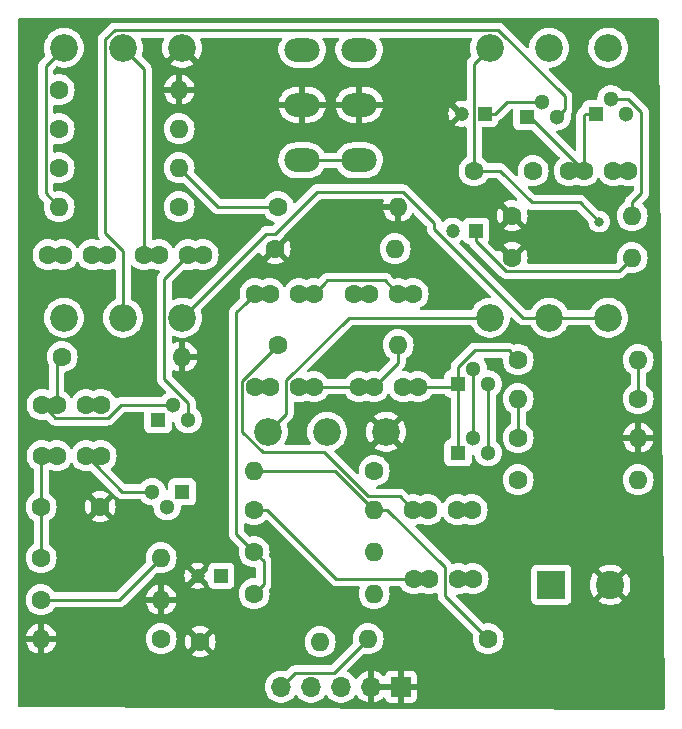
<source format=gbr>
G04 #@! TF.GenerationSoftware,KiCad,Pcbnew,7.0.11+dfsg-1build4*
G04 #@! TF.CreationDate,2026-02-26T20:41:32-05:00*
G04 #@! TF.ProjectId,tweed57,74776565-6435-4372-9e6b-696361645f70,rev?*
G04 #@! TF.SameCoordinates,Original*
G04 #@! TF.FileFunction,Copper,L1,Top*
G04 #@! TF.FilePolarity,Positive*
%FSLAX46Y46*%
G04 Gerber Fmt 4.6, Leading zero omitted, Abs format (unit mm)*
G04 Created by KiCad (PCBNEW 7.0.11+dfsg-1build4) date 2026-02-26 20:41:32*
%MOMM*%
%LPD*%
G01*
G04 APERTURE LIST*
G04 #@! TA.AperFunction,ComponentPad*
%ADD10R,2.400000X2.400000*%
G04 #@! TD*
G04 #@! TA.AperFunction,ComponentPad*
%ADD11C,2.400000*%
G04 #@! TD*
G04 #@! TA.AperFunction,ComponentPad*
%ADD12C,1.600000*%
G04 #@! TD*
G04 #@! TA.AperFunction,ComponentPad*
%ADD13R,1.200000X1.200000*%
G04 #@! TD*
G04 #@! TA.AperFunction,ComponentPad*
%ADD14C,1.200000*%
G04 #@! TD*
G04 #@! TA.AperFunction,ComponentPad*
%ADD15R,1.300000X1.300000*%
G04 #@! TD*
G04 #@! TA.AperFunction,ComponentPad*
%ADD16C,1.300000*%
G04 #@! TD*
G04 #@! TA.AperFunction,ComponentPad*
%ADD17O,1.600000X1.600000*%
G04 #@! TD*
G04 #@! TA.AperFunction,ComponentPad*
%ADD18C,2.340000*%
G04 #@! TD*
G04 #@! TA.AperFunction,ComponentPad*
%ADD19O,3.000000X2.000000*%
G04 #@! TD*
G04 #@! TA.AperFunction,ComponentPad*
%ADD20R,1.700000X1.700000*%
G04 #@! TD*
G04 #@! TA.AperFunction,ComponentPad*
%ADD21O,1.700000X1.700000*%
G04 #@! TD*
G04 #@! TA.AperFunction,ViaPad*
%ADD22C,0.800000*%
G04 #@! TD*
G04 #@! TA.AperFunction,Conductor*
%ADD23C,0.250000*%
G04 #@! TD*
G04 APERTURE END LIST*
D10*
X145288000Y-98044000D03*
D11*
X150288000Y-98044000D03*
D12*
X123972000Y-73406000D03*
X125222000Y-73406000D03*
X121472000Y-73406000D03*
X120222000Y-73406000D03*
X102108000Y-91440000D03*
X107108000Y-91440000D03*
X105938000Y-87122000D03*
X107188000Y-87122000D03*
X102188000Y-87122000D03*
X103438000Y-87122000D03*
X132354000Y-73406000D03*
X133604000Y-73406000D03*
X128604000Y-73406000D03*
X129854000Y-73406000D03*
D13*
X117348000Y-97282000D03*
D14*
X115348000Y-97282000D03*
D12*
X137434000Y-97536000D03*
X138684000Y-97536000D03*
X133684000Y-97536000D03*
X134934000Y-97536000D03*
X143764000Y-62992000D03*
X138764000Y-62992000D03*
X114574000Y-70104000D03*
X115824000Y-70104000D03*
X112074000Y-70104000D03*
X110824000Y-70104000D03*
X148062000Y-62992000D03*
X146812000Y-62992000D03*
X150562000Y-62992000D03*
X151812000Y-62992000D03*
D13*
X138938000Y-68072000D03*
D14*
X136938000Y-68072000D03*
D12*
X130282000Y-81280000D03*
X129032000Y-81280000D03*
X134032000Y-81280000D03*
X132782000Y-81280000D03*
X105938000Y-82804000D03*
X107188000Y-82804000D03*
X102188000Y-82804000D03*
X103438000Y-82804000D03*
X107696000Y-70104000D03*
X106446000Y-70104000D03*
X102696000Y-70104000D03*
X103946000Y-70104000D03*
X133604000Y-91694000D03*
X134854000Y-91694000D03*
X137354000Y-91694000D03*
X138604000Y-91694000D03*
X121472000Y-81280000D03*
X120222000Y-81280000D03*
X125222000Y-81280000D03*
X123972000Y-81280000D03*
D13*
X139700000Y-58166000D03*
D14*
X137700000Y-58166000D03*
D15*
X114046000Y-90170000D03*
D16*
X112776000Y-91440000D03*
X111506000Y-90170000D03*
D15*
X137414000Y-81026000D03*
D16*
X138684000Y-79756000D03*
X139954000Y-81026000D03*
D15*
X112014000Y-84074000D03*
D16*
X113284000Y-82804000D03*
X114554000Y-84074000D03*
D15*
X137414000Y-86868000D03*
D16*
X138684000Y-85598000D03*
X139954000Y-86868000D03*
D15*
X143256000Y-58420000D03*
D16*
X144526000Y-57150000D03*
X145796000Y-58420000D03*
D15*
X149098000Y-58166000D03*
D16*
X150368000Y-56896000D03*
X151638000Y-58166000D03*
D12*
X102108000Y-99314000D03*
D17*
X112268000Y-99314000D03*
D12*
X139954000Y-102616000D03*
D17*
X129794000Y-102616000D03*
D12*
X102108000Y-95758000D03*
D17*
X112268000Y-95758000D03*
D12*
X120142000Y-98806000D03*
D17*
X130302000Y-98806000D03*
D12*
X103632000Y-56134000D03*
D17*
X113792000Y-56134000D03*
D12*
X112268000Y-102616000D03*
D17*
X102108000Y-102616000D03*
D12*
X113792000Y-66040000D03*
D17*
X103632000Y-66040000D03*
D12*
X120142000Y-91694000D03*
D17*
X130302000Y-91694000D03*
D12*
X115570000Y-102870000D03*
D17*
X125730000Y-102870000D03*
D12*
X142494000Y-89154000D03*
D17*
X152654000Y-89154000D03*
D12*
X121920000Y-69596000D03*
D17*
X132080000Y-69596000D03*
D12*
X120142000Y-95250000D03*
D17*
X130302000Y-95250000D03*
D12*
X152654000Y-82296000D03*
D17*
X142494000Y-82296000D03*
D12*
X142494000Y-85598000D03*
D17*
X152654000Y-85598000D03*
D12*
X141986000Y-70358000D03*
D17*
X152146000Y-70358000D03*
D12*
X142494000Y-78994000D03*
D17*
X152654000Y-78994000D03*
D12*
X103886000Y-78740000D03*
D17*
X114046000Y-78740000D03*
D12*
X122174000Y-77724000D03*
D17*
X132334000Y-77724000D03*
D12*
X103632000Y-62738000D03*
D17*
X113792000Y-62738000D03*
D12*
X122174000Y-66040000D03*
D17*
X132334000Y-66040000D03*
D12*
X141986000Y-66802000D03*
D17*
X152146000Y-66802000D03*
D12*
X130302000Y-88392000D03*
D17*
X120142000Y-88392000D03*
D12*
X103632000Y-59436000D03*
D17*
X113792000Y-59436000D03*
D18*
X114046000Y-52578000D03*
X109046000Y-52578000D03*
X104046000Y-52578000D03*
X150114000Y-52578000D03*
X145114000Y-52578000D03*
X140114000Y-52578000D03*
X114046000Y-75438000D03*
X109046000Y-75438000D03*
X104046000Y-75438000D03*
X150114000Y-75438000D03*
X145114000Y-75438000D03*
X140114000Y-75438000D03*
D19*
X124206000Y-52768500D03*
X124206000Y-57404000D03*
X124206000Y-62103000D03*
X129032000Y-52768500D03*
X129032000Y-57404000D03*
X129032000Y-62103000D03*
D18*
X131318000Y-85090000D03*
X126318000Y-85090000D03*
X121318000Y-85090000D03*
D20*
X132588000Y-106680000D03*
D21*
X130048000Y-106680000D03*
X127508000Y-106680000D03*
X124968000Y-106680000D03*
X122428000Y-106680000D03*
D22*
X149352000Y-67310000D03*
D23*
X113792000Y-52832000D02*
X114046000Y-52578000D01*
X112268000Y-99568000D02*
X112268000Y-99314000D01*
X144526000Y-98044000D02*
X145288000Y-98044000D01*
X152654000Y-82296000D02*
X152654000Y-81164630D01*
X136308999Y-98970999D02*
X136308999Y-96569629D01*
X136308999Y-96569629D02*
X131433370Y-91694000D01*
X131433370Y-91694000D02*
X130302000Y-91694000D01*
X127000000Y-88392000D02*
X130302000Y-91694000D01*
X139954000Y-102616000D02*
X136308999Y-98970999D01*
X152654000Y-81164630D02*
X152654000Y-78994000D01*
X120142000Y-88392000D02*
X127000000Y-88392000D01*
X118646990Y-74981010D02*
X119422001Y-74205999D01*
X120142000Y-98806000D02*
X120941999Y-98006001D01*
X120142000Y-95250000D02*
X118646990Y-93754990D01*
X119422001Y-74205999D02*
X120222000Y-73406000D01*
X120222000Y-73406000D02*
X121472000Y-73406000D01*
X120941999Y-96049999D02*
X120142000Y-95250000D01*
X118646990Y-93754990D02*
X118646990Y-74981010D01*
X120941999Y-98006001D02*
X120941999Y-96049999D01*
X126347001Y-72280999D02*
X126021999Y-72606001D01*
X126021999Y-72606001D02*
X125222000Y-73406000D01*
X132354000Y-73406000D02*
X131228999Y-72280999D01*
X123972000Y-73406000D02*
X125222000Y-73406000D01*
X131228999Y-72280999D02*
X126347001Y-72280999D01*
X124206000Y-62103000D02*
X129032000Y-62103000D01*
X132354000Y-73406000D02*
X133604000Y-73406000D01*
X102108000Y-95758000D02*
X102108000Y-94626630D01*
X102108000Y-94626630D02*
X102108000Y-91440000D01*
X102108000Y-87202000D02*
X102188000Y-87122000D01*
X102188000Y-87122000D02*
X103438000Y-87122000D01*
X102108000Y-91440000D02*
X102108000Y-87202000D01*
X106737999Y-87921999D02*
X105938000Y-87122000D01*
X111506000Y-90170000D02*
X108986000Y-90170000D01*
X108986000Y-90170000D02*
X106737999Y-87921999D01*
X105938000Y-87122000D02*
X107188000Y-87122000D01*
X128604000Y-73406000D02*
X129854000Y-73406000D01*
X120142000Y-91694000D02*
X121273370Y-91694000D01*
X133684000Y-97536000D02*
X134934000Y-97536000D01*
X127115370Y-97536000D02*
X132552630Y-97536000D01*
X132552630Y-97536000D02*
X133684000Y-97536000D01*
X121273370Y-91694000D02*
X127115370Y-97536000D01*
X137434000Y-97536000D02*
X138684000Y-97536000D01*
X140970000Y-62992000D02*
X138764000Y-62992000D01*
X143654999Y-65676999D02*
X140970000Y-62992000D01*
X149352000Y-67310000D02*
X147718999Y-65676999D01*
X147718999Y-65676999D02*
X143654999Y-65676999D01*
X138764000Y-53928000D02*
X140114000Y-52578000D01*
X138764000Y-62992000D02*
X138764000Y-53928000D01*
X139954000Y-86868000D02*
X139954000Y-81026000D01*
X110824000Y-70104000D02*
X112074000Y-70104000D01*
X110824000Y-54356000D02*
X109046000Y-52578000D01*
X110824000Y-70104000D02*
X110824000Y-54356000D01*
X113774001Y-70903999D02*
X114574000Y-70104000D01*
X112550999Y-72127001D02*
X113774001Y-70903999D01*
X112550999Y-80627997D02*
X112550999Y-72127001D01*
X142494000Y-84466630D02*
X142494000Y-82296000D01*
X142494000Y-85598000D02*
X142494000Y-84466630D01*
X114574000Y-70104000D02*
X115824000Y-70104000D01*
X114554000Y-82630998D02*
X112550999Y-80627997D01*
X114554000Y-84074000D02*
X114554000Y-82630998D01*
X150562000Y-62992000D02*
X151812000Y-62992000D01*
X148062000Y-62992000D02*
X143490000Y-58420000D01*
X148062000Y-58302000D02*
X148198000Y-58166000D01*
X148198000Y-58166000D02*
X149098000Y-58166000D01*
X148062000Y-62992000D02*
X148062000Y-58302000D01*
X146812000Y-62992000D02*
X148062000Y-62992000D01*
X143490000Y-58420000D02*
X143256000Y-58420000D01*
X152146000Y-70358000D02*
X151020999Y-71483001D01*
X138684000Y-85598000D02*
X138684000Y-79756000D01*
X138938000Y-68975002D02*
X138938000Y-68922000D01*
X141445999Y-71483001D02*
X138938000Y-68975002D01*
X138938000Y-68922000D02*
X138938000Y-68072000D01*
X151020999Y-71483001D02*
X141445999Y-71483001D01*
X137414000Y-85968000D02*
X137414000Y-81026000D01*
X134032000Y-81280000D02*
X137160000Y-81280000D01*
X137414000Y-79582998D02*
X138802997Y-78194001D01*
X141694001Y-78194001D02*
X142494000Y-78994000D01*
X138802997Y-78194001D02*
X141694001Y-78194001D01*
X137414000Y-81026000D02*
X137414000Y-79582998D01*
X137414000Y-86868000D02*
X137414000Y-85968000D01*
X132782000Y-81280000D02*
X134032000Y-81280000D01*
X137160000Y-81280000D02*
X137414000Y-81026000D01*
X132334000Y-79228000D02*
X132334000Y-77724000D01*
X130282000Y-81280000D02*
X129032000Y-81280000D01*
X125222000Y-81280000D02*
X129032000Y-81280000D01*
X130282000Y-81280000D02*
X132334000Y-79228000D01*
X123972000Y-81280000D02*
X125222000Y-81280000D01*
X103752000Y-78740000D02*
X103886000Y-78740000D01*
X102188000Y-82804000D02*
X103438000Y-82804000D01*
X107728001Y-83929001D02*
X103313001Y-83929001D01*
X103438000Y-78426000D02*
X103752000Y-78740000D01*
X103438000Y-82804000D02*
X103438000Y-78426000D01*
X102987999Y-83603999D02*
X102188000Y-82804000D01*
X103313001Y-83929001D02*
X102987999Y-83603999D01*
X108853002Y-82804000D02*
X107728001Y-83929001D01*
X113284000Y-82804000D02*
X108853002Y-82804000D01*
X102696000Y-70104000D02*
X103946000Y-70104000D01*
X119096999Y-84573601D02*
X119096999Y-84552999D01*
X120854399Y-86839001D02*
X119096999Y-85081601D01*
X132478999Y-90568999D02*
X129813409Y-90568999D01*
X129813409Y-90568999D02*
X126083411Y-86839001D01*
X133604000Y-91694000D02*
X132478999Y-90568999D01*
X119096999Y-85081601D02*
X119096999Y-84552999D01*
X106446000Y-70104000D02*
X107696000Y-70104000D01*
X121374001Y-78523999D02*
X122174000Y-77724000D01*
X134854000Y-91694000D02*
X133604000Y-91694000D01*
X119096999Y-84552999D02*
X119096999Y-80801001D01*
X126083411Y-86839001D02*
X120854399Y-86839001D01*
X119096999Y-80801001D02*
X121374001Y-78523999D01*
X135382000Y-67885002D02*
X142934998Y-75438000D01*
X143459371Y-75438000D02*
X145114000Y-75438000D01*
X137354000Y-91694000D02*
X138604000Y-91694000D01*
X121920000Y-68326000D02*
X125476000Y-64770000D01*
X125476000Y-64770000D02*
X132729002Y-64770000D01*
X121158000Y-68326000D02*
X121920000Y-68326000D01*
X135382000Y-67422998D02*
X135382000Y-67885002D01*
X132729002Y-64770000D02*
X135382000Y-67422998D01*
X145114000Y-75438000D02*
X150114000Y-75438000D01*
X114046000Y-75438000D02*
X121158000Y-68326000D01*
X142934998Y-75438000D02*
X143459371Y-75438000D01*
X120222000Y-81280000D02*
X121472000Y-81280000D01*
X140550000Y-58166000D02*
X141566000Y-57150000D01*
X152146000Y-65670630D02*
X152937001Y-64879629D01*
X143606762Y-57150000D02*
X144526000Y-57150000D01*
X151811002Y-56896000D02*
X151287238Y-56896000D01*
X152146000Y-66802000D02*
X152146000Y-65670630D01*
X152937001Y-64879629D02*
X152937001Y-58021999D01*
X152937001Y-58021999D02*
X151811002Y-56896000D01*
X141566000Y-57150000D02*
X143606762Y-57150000D01*
X139700000Y-58166000D02*
X140550000Y-58166000D01*
X151287238Y-56896000D02*
X150368000Y-56896000D01*
X150114000Y-57150000D02*
X150368000Y-56896000D01*
X146445999Y-57770001D02*
X146445999Y-56697397D01*
X107550999Y-68293997D02*
X109046000Y-69788998D01*
X146445999Y-56697397D02*
X140831601Y-51082999D01*
X109046000Y-73783371D02*
X109046000Y-75438000D01*
X109046000Y-69788998D02*
X109046000Y-73783371D01*
X107550999Y-51860399D02*
X107550999Y-68293997D01*
X145796000Y-58420000D02*
X146445999Y-57770001D01*
X140831601Y-51082999D02*
X108328399Y-51082999D01*
X108328399Y-51082999D02*
X107550999Y-51860399D01*
X102108000Y-99314000D02*
X108712000Y-99314000D01*
X108712000Y-99314000D02*
X112268000Y-95758000D01*
X126905001Y-105504999D02*
X128994001Y-103415999D01*
X128994001Y-103415999D02*
X129794000Y-102616000D01*
X122428000Y-106680000D02*
X123603001Y-105504999D01*
X123603001Y-105504999D02*
X126905001Y-105504999D01*
X102876001Y-53747999D02*
X104046000Y-52578000D01*
X102506999Y-64914999D02*
X102506999Y-54117001D01*
X103632000Y-66040000D02*
X102506999Y-64914999D01*
X102506999Y-54117001D02*
X102876001Y-53747999D01*
X117094000Y-66040000D02*
X113792000Y-62738000D01*
X122174000Y-66040000D02*
X117094000Y-66040000D01*
X138459371Y-75438000D02*
X140114000Y-75438000D01*
X122846999Y-80739999D02*
X128148998Y-75438000D01*
X121318000Y-85090000D02*
X122846999Y-83561001D01*
X128148998Y-75438000D02*
X138459371Y-75438000D01*
X122846999Y-83561001D02*
X122846999Y-80739999D01*
G04 #@! TA.AperFunction,Conductor*
G36*
X132128507Y-106470156D02*
G01*
X132088000Y-106608111D01*
X132088000Y-106751889D01*
X132128507Y-106889844D01*
X132156884Y-106934000D01*
X130479116Y-106934000D01*
X130507493Y-106889844D01*
X130548000Y-106751889D01*
X130548000Y-106608111D01*
X130507493Y-106470156D01*
X130479116Y-106426000D01*
X132156884Y-106426000D01*
X132128507Y-106470156D01*
G37*
G04 #@! TD.AperFunction*
G04 #@! TA.AperFunction,Conductor*
G36*
X138004140Y-58139216D02*
G01*
X138001815Y-58171717D01*
X137997712Y-58127446D01*
X138004140Y-58139216D01*
G37*
G04 #@! TD.AperFunction*
G04 #@! TA.AperFunction,Conductor*
G36*
X154325142Y-50108502D02*
G01*
X154371635Y-50162158D01*
X154383016Y-50213409D01*
X154664678Y-82745240D01*
X154887772Y-108512661D01*
X154887961Y-108534409D01*
X154868550Y-108602700D01*
X154815299Y-108649656D01*
X154761966Y-108661500D01*
X154686546Y-108661500D01*
X154685960Y-108661499D01*
X100251914Y-108408317D01*
X100183887Y-108387998D01*
X100137644Y-108334127D01*
X100126500Y-108282318D01*
X100126500Y-106680000D01*
X121064844Y-106680000D01*
X121082232Y-106889844D01*
X121083437Y-106904375D01*
X121138702Y-107122612D01*
X121138703Y-107122613D01*
X121229141Y-107328793D01*
X121352275Y-107517265D01*
X121352279Y-107517270D01*
X121504762Y-107682908D01*
X121559331Y-107725381D01*
X121682424Y-107821189D01*
X121880426Y-107928342D01*
X121880427Y-107928342D01*
X121880428Y-107928343D01*
X121992227Y-107966723D01*
X122093365Y-108001444D01*
X122315431Y-108038500D01*
X122315435Y-108038500D01*
X122540565Y-108038500D01*
X122540569Y-108038500D01*
X122762635Y-108001444D01*
X122975574Y-107928342D01*
X123173576Y-107821189D01*
X123351240Y-107682906D01*
X123503722Y-107517268D01*
X123592518Y-107381354D01*
X123646520Y-107335268D01*
X123716868Y-107325692D01*
X123781225Y-107355669D01*
X123803480Y-107381353D01*
X123836607Y-107432058D01*
X123892275Y-107517265D01*
X123892279Y-107517270D01*
X124044762Y-107682908D01*
X124099331Y-107725381D01*
X124222424Y-107821189D01*
X124420426Y-107928342D01*
X124420427Y-107928342D01*
X124420428Y-107928343D01*
X124532227Y-107966723D01*
X124633365Y-108001444D01*
X124855431Y-108038500D01*
X124855435Y-108038500D01*
X125080565Y-108038500D01*
X125080569Y-108038500D01*
X125302635Y-108001444D01*
X125515574Y-107928342D01*
X125713576Y-107821189D01*
X125891240Y-107682906D01*
X126043722Y-107517268D01*
X126132518Y-107381354D01*
X126186520Y-107335268D01*
X126256868Y-107325692D01*
X126321225Y-107355669D01*
X126343480Y-107381353D01*
X126376607Y-107432058D01*
X126432275Y-107517265D01*
X126432279Y-107517270D01*
X126584762Y-107682908D01*
X126639331Y-107725381D01*
X126762424Y-107821189D01*
X126960426Y-107928342D01*
X126960427Y-107928342D01*
X126960428Y-107928343D01*
X127072227Y-107966723D01*
X127173365Y-108001444D01*
X127395431Y-108038500D01*
X127395435Y-108038500D01*
X127620565Y-108038500D01*
X127620569Y-108038500D01*
X127842635Y-108001444D01*
X128055574Y-107928342D01*
X128253576Y-107821189D01*
X128431240Y-107682906D01*
X128583722Y-107517268D01*
X128672816Y-107380898D01*
X128726819Y-107334810D01*
X128797167Y-107325235D01*
X128861524Y-107355212D01*
X128883782Y-107380898D01*
X128972674Y-107516958D01*
X129125097Y-107682534D01*
X129302698Y-107820767D01*
X129302699Y-107820768D01*
X129500628Y-107927882D01*
X129500630Y-107927883D01*
X129713483Y-108000955D01*
X129713492Y-108000957D01*
X129794000Y-108014391D01*
X129794000Y-107113674D01*
X129905685Y-107164680D01*
X130012237Y-107180000D01*
X130083763Y-107180000D01*
X130190315Y-107164680D01*
X130302000Y-107113674D01*
X130302000Y-108014390D01*
X130382507Y-108000957D01*
X130382516Y-108000955D01*
X130595369Y-107927883D01*
X130595371Y-107927882D01*
X130793300Y-107820768D01*
X130793301Y-107820767D01*
X130970902Y-107682534D01*
X131032426Y-107615700D01*
X131093279Y-107579128D01*
X131164243Y-107581261D01*
X131222789Y-107621422D01*
X131243185Y-107657003D01*
X131287556Y-107775966D01*
X131375095Y-107892904D01*
X131492034Y-107980444D01*
X131628906Y-108031494D01*
X131689402Y-108037999D01*
X131689415Y-108038000D01*
X132334000Y-108038000D01*
X132334000Y-107113674D01*
X132445685Y-107164680D01*
X132552237Y-107180000D01*
X132623763Y-107180000D01*
X132730315Y-107164680D01*
X132842000Y-107113674D01*
X132842000Y-108038000D01*
X133486585Y-108038000D01*
X133486597Y-108037999D01*
X133547093Y-108031494D01*
X133683964Y-107980444D01*
X133683965Y-107980444D01*
X133800904Y-107892904D01*
X133888444Y-107775965D01*
X133888444Y-107775964D01*
X133939494Y-107639093D01*
X133945999Y-107578597D01*
X133946000Y-107578585D01*
X133946000Y-106934000D01*
X133019116Y-106934000D01*
X133047493Y-106889844D01*
X133088000Y-106751889D01*
X133088000Y-106608111D01*
X133047493Y-106470156D01*
X133019116Y-106426000D01*
X133946000Y-106426000D01*
X133946000Y-105781414D01*
X133945999Y-105781402D01*
X133939494Y-105720906D01*
X133888444Y-105584035D01*
X133888444Y-105584034D01*
X133800904Y-105467095D01*
X133683965Y-105379555D01*
X133547093Y-105328505D01*
X133486597Y-105322000D01*
X132842000Y-105322000D01*
X132842000Y-106246325D01*
X132730315Y-106195320D01*
X132623763Y-106180000D01*
X132552237Y-106180000D01*
X132445685Y-106195320D01*
X132334000Y-106246325D01*
X132334000Y-105322000D01*
X131689402Y-105322000D01*
X131628906Y-105328505D01*
X131492035Y-105379555D01*
X131492034Y-105379555D01*
X131375095Y-105467095D01*
X131287555Y-105584034D01*
X131287553Y-105584039D01*
X131243184Y-105702996D01*
X131200637Y-105759832D01*
X131134117Y-105784642D01*
X131064743Y-105769550D01*
X131032427Y-105744300D01*
X130970902Y-105677465D01*
X130793301Y-105539232D01*
X130793300Y-105539231D01*
X130595371Y-105432117D01*
X130595369Y-105432116D01*
X130382512Y-105359043D01*
X130382501Y-105359040D01*
X130302000Y-105345606D01*
X130302000Y-106246325D01*
X130190315Y-106195320D01*
X130083763Y-106180000D01*
X130012237Y-106180000D01*
X129905685Y-106195320D01*
X129794000Y-106246325D01*
X129794000Y-105345607D01*
X129793999Y-105345606D01*
X129713498Y-105359040D01*
X129713487Y-105359043D01*
X129500630Y-105432116D01*
X129500628Y-105432117D01*
X129302699Y-105539231D01*
X129302698Y-105539232D01*
X129125097Y-105677465D01*
X128972670Y-105843045D01*
X128883780Y-105979101D01*
X128829776Y-106025189D01*
X128759428Y-106034764D01*
X128695071Y-106004786D01*
X128672816Y-105979101D01*
X128633884Y-105919511D01*
X128583724Y-105842734D01*
X128583720Y-105842729D01*
X128455085Y-105702996D01*
X128431240Y-105677094D01*
X128431239Y-105677093D01*
X128431237Y-105677091D01*
X128311679Y-105584035D01*
X128253576Y-105538811D01*
X128086526Y-105448408D01*
X128036137Y-105398397D01*
X128020785Y-105329080D01*
X128045346Y-105262467D01*
X128057395Y-105248508D01*
X129380754Y-103925149D01*
X129443064Y-103891125D01*
X129502457Y-103892539D01*
X129565913Y-103909543D01*
X129794000Y-103929498D01*
X130022087Y-103909543D01*
X130243243Y-103850284D01*
X130450749Y-103753523D01*
X130638300Y-103622198D01*
X130800198Y-103460300D01*
X130931523Y-103272749D01*
X131028284Y-103065243D01*
X131087543Y-102844087D01*
X131107498Y-102616000D01*
X131087543Y-102387913D01*
X131028284Y-102166757D01*
X130931523Y-101959251D01*
X130800198Y-101771700D01*
X130638300Y-101609802D01*
X130450749Y-101478477D01*
X130243246Y-101381717D01*
X130243240Y-101381715D01*
X130149771Y-101356670D01*
X130022087Y-101322457D01*
X129794000Y-101302502D01*
X129565913Y-101322457D01*
X129344759Y-101381715D01*
X129344753Y-101381717D01*
X129137250Y-101478477D01*
X128949703Y-101609799D01*
X128949697Y-101609804D01*
X128787804Y-101771697D01*
X128787799Y-101771703D01*
X128656477Y-101959250D01*
X128559717Y-102166753D01*
X128559715Y-102166759D01*
X128500457Y-102387913D01*
X128480502Y-102616000D01*
X128500457Y-102844090D01*
X128517459Y-102907541D01*
X128515769Y-102978518D01*
X128484847Y-103029247D01*
X126679501Y-104834594D01*
X126617189Y-104868619D01*
X126590406Y-104871499D01*
X123686850Y-104871499D01*
X123671011Y-104869750D01*
X123670984Y-104870044D01*
X123663092Y-104869298D01*
X123595034Y-104871437D01*
X123591076Y-104871499D01*
X123563145Y-104871499D01*
X123560958Y-104871775D01*
X123559112Y-104872008D01*
X123547305Y-104872936D01*
X123503111Y-104874325D01*
X123503106Y-104874326D01*
X123483661Y-104879976D01*
X123464303Y-104883985D01*
X123444211Y-104886523D01*
X123444204Y-104886525D01*
X123403097Y-104902800D01*
X123391872Y-104906643D01*
X123361213Y-104915551D01*
X123349408Y-104918981D01*
X123349406Y-104918981D01*
X123349403Y-104918983D01*
X123331964Y-104929296D01*
X123314219Y-104937989D01*
X123295380Y-104945448D01*
X123259628Y-104971425D01*
X123249705Y-104977943D01*
X123211641Y-105000453D01*
X123197308Y-105014786D01*
X123182282Y-105027619D01*
X123165896Y-105039524D01*
X123137712Y-105073592D01*
X123129724Y-105082369D01*
X122885793Y-105326300D01*
X122823481Y-105360326D01*
X122767781Y-105359382D01*
X122767776Y-105359414D01*
X122767563Y-105359378D01*
X122765759Y-105359348D01*
X122762643Y-105358558D01*
X122762635Y-105358556D01*
X122540569Y-105321500D01*
X122315431Y-105321500D01*
X122170971Y-105345606D01*
X122093369Y-105358555D01*
X122093360Y-105358557D01*
X121880428Y-105431656D01*
X121880426Y-105431658D01*
X121682426Y-105538810D01*
X121682424Y-105538811D01*
X121504762Y-105677091D01*
X121352279Y-105842729D01*
X121352275Y-105842734D01*
X121229141Y-106031206D01*
X121138703Y-106237386D01*
X121138702Y-106237387D01*
X121083437Y-106455624D01*
X121083436Y-106455630D01*
X121083436Y-106455632D01*
X121064844Y-106680000D01*
X100126500Y-106680000D01*
X100126500Y-102362000D01*
X100821917Y-102362000D01*
X101796314Y-102362000D01*
X101780359Y-102377955D01*
X101722835Y-102490852D01*
X101703014Y-102616000D01*
X101722835Y-102741148D01*
X101780359Y-102854045D01*
X101796314Y-102870000D01*
X100821918Y-102870000D01*
X100874186Y-103065068D01*
X100874188Y-103065073D01*
X100970912Y-103272498D01*
X101102184Y-103459974D01*
X101102189Y-103459980D01*
X101264019Y-103621810D01*
X101264025Y-103621815D01*
X101451501Y-103753087D01*
X101658926Y-103849811D01*
X101658931Y-103849813D01*
X101854000Y-103902081D01*
X101854000Y-102927686D01*
X101869955Y-102943641D01*
X101982852Y-103001165D01*
X102076519Y-103016000D01*
X102139481Y-103016000D01*
X102233148Y-103001165D01*
X102346045Y-102943641D01*
X102362000Y-102927686D01*
X102362000Y-103902081D01*
X102557068Y-103849813D01*
X102557073Y-103849811D01*
X102764498Y-103753087D01*
X102951974Y-103621815D01*
X102951980Y-103621810D01*
X103113810Y-103459980D01*
X103113815Y-103459974D01*
X103245087Y-103272498D01*
X103341811Y-103065073D01*
X103341813Y-103065068D01*
X103394082Y-102870000D01*
X102419686Y-102870000D01*
X102435641Y-102854045D01*
X102493165Y-102741148D01*
X102512986Y-102616000D01*
X110954502Y-102616000D01*
X110974457Y-102844087D01*
X110981401Y-102870001D01*
X111033715Y-103065240D01*
X111033717Y-103065246D01*
X111130477Y-103272749D01*
X111163032Y-103319243D01*
X111261802Y-103460300D01*
X111423700Y-103622198D01*
X111611251Y-103753523D01*
X111818757Y-103850284D01*
X112039913Y-103909543D01*
X112268000Y-103929498D01*
X112496087Y-103909543D01*
X112717243Y-103850284D01*
X112924749Y-103753523D01*
X113112300Y-103622198D01*
X113274198Y-103460300D01*
X113405523Y-103272749D01*
X113502284Y-103065243D01*
X113554600Y-102870000D01*
X114257004Y-102870000D01*
X114276951Y-103098002D01*
X114336186Y-103319068D01*
X114336188Y-103319073D01*
X114432913Y-103526501D01*
X114482899Y-103597888D01*
X115171272Y-102909516D01*
X115184835Y-102995148D01*
X115242359Y-103108045D01*
X115331955Y-103197641D01*
X115444852Y-103255165D01*
X115530482Y-103268727D01*
X114842110Y-103957098D01*
X114842110Y-103957100D01*
X114913498Y-104007086D01*
X115120926Y-104103811D01*
X115120931Y-104103813D01*
X115341999Y-104163048D01*
X115341995Y-104163048D01*
X115570000Y-104182995D01*
X115798002Y-104163048D01*
X116019068Y-104103813D01*
X116019073Y-104103811D01*
X116226497Y-104007088D01*
X116297888Y-103957099D01*
X116297888Y-103957097D01*
X115609518Y-103268727D01*
X115695148Y-103255165D01*
X115808045Y-103197641D01*
X115897641Y-103108045D01*
X115955165Y-102995148D01*
X115968727Y-102909518D01*
X116657097Y-103597888D01*
X116657099Y-103597888D01*
X116707088Y-103526497D01*
X116803811Y-103319073D01*
X116803813Y-103319068D01*
X116863048Y-103098002D01*
X116882995Y-102870000D01*
X124416502Y-102870000D01*
X124436457Y-103098087D01*
X124463133Y-103197641D01*
X124495715Y-103319240D01*
X124495717Y-103319246D01*
X124561492Y-103460302D01*
X124592477Y-103526749D01*
X124723802Y-103714300D01*
X124885700Y-103876198D01*
X125073251Y-104007523D01*
X125280757Y-104104284D01*
X125501913Y-104163543D01*
X125730000Y-104183498D01*
X125958087Y-104163543D01*
X126179243Y-104104284D01*
X126386749Y-104007523D01*
X126574300Y-103876198D01*
X126736198Y-103714300D01*
X126867523Y-103526749D01*
X126964284Y-103319243D01*
X127023543Y-103098087D01*
X127043498Y-102870000D01*
X127023543Y-102641913D01*
X126964284Y-102420757D01*
X126867523Y-102213251D01*
X126736198Y-102025700D01*
X126574300Y-101863802D01*
X126458757Y-101782898D01*
X126386749Y-101732477D01*
X126179246Y-101635717D01*
X126179240Y-101635715D01*
X126082520Y-101609799D01*
X125958087Y-101576457D01*
X125730000Y-101556502D01*
X125501913Y-101576457D01*
X125280759Y-101635715D01*
X125280753Y-101635717D01*
X125073250Y-101732477D01*
X124885703Y-101863799D01*
X124885697Y-101863804D01*
X124723804Y-102025697D01*
X124723799Y-102025703D01*
X124592477Y-102213250D01*
X124495717Y-102420753D01*
X124495715Y-102420759D01*
X124443400Y-102616000D01*
X124436457Y-102641913D01*
X124416502Y-102870000D01*
X116882995Y-102870000D01*
X116863048Y-102641997D01*
X116803813Y-102420931D01*
X116803811Y-102420926D01*
X116707086Y-102213498D01*
X116657100Y-102142110D01*
X116657098Y-102142110D01*
X115968727Y-102830481D01*
X115955165Y-102744852D01*
X115897641Y-102631955D01*
X115808045Y-102542359D01*
X115695148Y-102484835D01*
X115609517Y-102471272D01*
X116297888Y-101782899D01*
X116297888Y-101782898D01*
X116226501Y-101732913D01*
X116019073Y-101636188D01*
X116019068Y-101636186D01*
X115798000Y-101576951D01*
X115798004Y-101576951D01*
X115570000Y-101557004D01*
X115341997Y-101576951D01*
X115120931Y-101636186D01*
X115120926Y-101636188D01*
X114913500Y-101732913D01*
X114842109Y-101782900D01*
X115530481Y-102471272D01*
X115444852Y-102484835D01*
X115331955Y-102542359D01*
X115242359Y-102631955D01*
X115184835Y-102744852D01*
X115171272Y-102830481D01*
X114482900Y-102142109D01*
X114432913Y-102213500D01*
X114336188Y-102420926D01*
X114336186Y-102420931D01*
X114276951Y-102641997D01*
X114257004Y-102870000D01*
X113554600Y-102870000D01*
X113561543Y-102844087D01*
X113581498Y-102616000D01*
X113561543Y-102387913D01*
X113502284Y-102166757D01*
X113405523Y-101959251D01*
X113274198Y-101771700D01*
X113112300Y-101609802D01*
X112924749Y-101478477D01*
X112717246Y-101381717D01*
X112717240Y-101381715D01*
X112623771Y-101356670D01*
X112496087Y-101322457D01*
X112268000Y-101302502D01*
X112039913Y-101322457D01*
X111818759Y-101381715D01*
X111818753Y-101381717D01*
X111611250Y-101478477D01*
X111423703Y-101609799D01*
X111423697Y-101609804D01*
X111261804Y-101771697D01*
X111261799Y-101771703D01*
X111130477Y-101959250D01*
X111033717Y-102166753D01*
X111033715Y-102166759D01*
X110991460Y-102324457D01*
X110974457Y-102387913D01*
X110954502Y-102616000D01*
X102512986Y-102616000D01*
X102493165Y-102490852D01*
X102435641Y-102377955D01*
X102419686Y-102362000D01*
X103394082Y-102362000D01*
X103341813Y-102166931D01*
X103341811Y-102166926D01*
X103245087Y-101959501D01*
X103113815Y-101772025D01*
X103113810Y-101772019D01*
X102951980Y-101610189D01*
X102951974Y-101610184D01*
X102764498Y-101478912D01*
X102557073Y-101382188D01*
X102557071Y-101382187D01*
X102362000Y-101329917D01*
X102362000Y-102304314D01*
X102346045Y-102288359D01*
X102233148Y-102230835D01*
X102139481Y-102216000D01*
X102076519Y-102216000D01*
X101982852Y-102230835D01*
X101869955Y-102288359D01*
X101854000Y-102304314D01*
X101854000Y-101329917D01*
X101853999Y-101329917D01*
X101658928Y-101382187D01*
X101658926Y-101382188D01*
X101451501Y-101478912D01*
X101264025Y-101610184D01*
X101264019Y-101610189D01*
X101102189Y-101772019D01*
X101102184Y-101772025D01*
X100970912Y-101959501D01*
X100874188Y-102166926D01*
X100874186Y-102166931D01*
X100821917Y-102362000D01*
X100126500Y-102362000D01*
X100126500Y-99314000D01*
X100794502Y-99314000D01*
X100814457Y-99542087D01*
X100840260Y-99638386D01*
X100873715Y-99763240D01*
X100873717Y-99763246D01*
X100928629Y-99881005D01*
X100970477Y-99970749D01*
X101101802Y-100158300D01*
X101263700Y-100320198D01*
X101451251Y-100451523D01*
X101658757Y-100548284D01*
X101879913Y-100607543D01*
X102108000Y-100627498D01*
X102336087Y-100607543D01*
X102557243Y-100548284D01*
X102764749Y-100451523D01*
X102952300Y-100320198D01*
X103114198Y-100158300D01*
X103224181Y-100001229D01*
X103279638Y-99956901D01*
X103327394Y-99947500D01*
X108628147Y-99947500D01*
X108643988Y-99949249D01*
X108644016Y-99948956D01*
X108651902Y-99949700D01*
X108651909Y-99949702D01*
X108719986Y-99947562D01*
X108723945Y-99947500D01*
X108751851Y-99947500D01*
X108751856Y-99947500D01*
X108755867Y-99946992D01*
X108767699Y-99946061D01*
X108811889Y-99944673D01*
X108831347Y-99939019D01*
X108850694Y-99935013D01*
X108870797Y-99932474D01*
X108911910Y-99916195D01*
X108923130Y-99912353D01*
X108947913Y-99905154D01*
X108965591Y-99900019D01*
X108965595Y-99900017D01*
X108983026Y-99889708D01*
X109000780Y-99881009D01*
X109019617Y-99873552D01*
X109055392Y-99847558D01*
X109065298Y-99841051D01*
X109103362Y-99818542D01*
X109117685Y-99804218D01*
X109132724Y-99791374D01*
X109149107Y-99779472D01*
X109177303Y-99745386D01*
X109185272Y-99736630D01*
X109861902Y-99060000D01*
X110981917Y-99060000D01*
X111956314Y-99060000D01*
X111940359Y-99075955D01*
X111882835Y-99188852D01*
X111863014Y-99314000D01*
X111882835Y-99439148D01*
X111940359Y-99552045D01*
X111956314Y-99568000D01*
X110981918Y-99568000D01*
X111034186Y-99763068D01*
X111034188Y-99763073D01*
X111130912Y-99970498D01*
X111262184Y-100157974D01*
X111262189Y-100157980D01*
X111424019Y-100319810D01*
X111424025Y-100319815D01*
X111611501Y-100451087D01*
X111818926Y-100547811D01*
X111818931Y-100547813D01*
X112014000Y-100600081D01*
X112014000Y-99625686D01*
X112029955Y-99641641D01*
X112142852Y-99699165D01*
X112236519Y-99714000D01*
X112299481Y-99714000D01*
X112393148Y-99699165D01*
X112506045Y-99641641D01*
X112522000Y-99625686D01*
X112522000Y-100600081D01*
X112717068Y-100547813D01*
X112717073Y-100547811D01*
X112924498Y-100451087D01*
X113111974Y-100319815D01*
X113111980Y-100319810D01*
X113273810Y-100157980D01*
X113273815Y-100157974D01*
X113405087Y-99970498D01*
X113501811Y-99763073D01*
X113501813Y-99763068D01*
X113554082Y-99568000D01*
X112579686Y-99568000D01*
X112595641Y-99552045D01*
X112653165Y-99439148D01*
X112672986Y-99314000D01*
X112653165Y-99188852D01*
X112595641Y-99075955D01*
X112579686Y-99060000D01*
X113554082Y-99060000D01*
X113501813Y-98864931D01*
X113501811Y-98864926D01*
X113405087Y-98657501D01*
X113273815Y-98470025D01*
X113273810Y-98470019D01*
X113111980Y-98308189D01*
X113111974Y-98308184D01*
X112992052Y-98224214D01*
X114764994Y-98224214D01*
X114852007Y-98278090D01*
X114852014Y-98278093D01*
X115043474Y-98352266D01*
X115043477Y-98352267D01*
X115245331Y-98390000D01*
X115450669Y-98390000D01*
X115652522Y-98352267D01*
X115652525Y-98352266D01*
X115843988Y-98278092D01*
X115843997Y-98278087D01*
X115931005Y-98224214D01*
X115348001Y-97641210D01*
X115348000Y-97641210D01*
X114764994Y-98224214D01*
X112992052Y-98224214D01*
X112924498Y-98176912D01*
X112717073Y-98080188D01*
X112717071Y-98080187D01*
X112522000Y-98027917D01*
X112522000Y-99002314D01*
X112506045Y-98986359D01*
X112393148Y-98928835D01*
X112299481Y-98914000D01*
X112236519Y-98914000D01*
X112142852Y-98928835D01*
X112029955Y-98986359D01*
X112014000Y-99002314D01*
X112014000Y-98027917D01*
X112013999Y-98027917D01*
X111818928Y-98080187D01*
X111818926Y-98080188D01*
X111611501Y-98176912D01*
X111424025Y-98308184D01*
X111424019Y-98308189D01*
X111262189Y-98470019D01*
X111262184Y-98470025D01*
X111130912Y-98657501D01*
X111034188Y-98864926D01*
X111034186Y-98864931D01*
X110981917Y-99060000D01*
X109861902Y-99060000D01*
X111639898Y-97282004D01*
X114235253Y-97282004D01*
X114254199Y-97486461D01*
X114254199Y-97486465D01*
X114310391Y-97683962D01*
X114310394Y-97683970D01*
X114401922Y-97867785D01*
X114401925Y-97867789D01*
X114402387Y-97868400D01*
X114402388Y-97868400D01*
X114988790Y-97281999D01*
X114960631Y-97253840D01*
X115044105Y-97253840D01*
X115054454Y-97365521D01*
X115104448Y-97465922D01*
X115187334Y-97541484D01*
X115291920Y-97582000D01*
X115375802Y-97582000D01*
X115458250Y-97566588D01*
X115553610Y-97507543D01*
X115621201Y-97418038D01*
X115651895Y-97310160D01*
X115649285Y-97281999D01*
X115707210Y-97281999D01*
X116202595Y-97777384D01*
X116236620Y-97839697D01*
X116239500Y-97866480D01*
X116239500Y-97930649D01*
X116246009Y-97991196D01*
X116246011Y-97991204D01*
X116297110Y-98128202D01*
X116297112Y-98128207D01*
X116384738Y-98245261D01*
X116501792Y-98332887D01*
X116501794Y-98332888D01*
X116501796Y-98332889D01*
X116538524Y-98346588D01*
X116638795Y-98383988D01*
X116638803Y-98383990D01*
X116699350Y-98390499D01*
X116699355Y-98390499D01*
X116699362Y-98390500D01*
X116699368Y-98390500D01*
X117996632Y-98390500D01*
X117996638Y-98390500D01*
X117996645Y-98390499D01*
X117996649Y-98390499D01*
X118057196Y-98383990D01*
X118057199Y-98383989D01*
X118057201Y-98383989D01*
X118064352Y-98381322D01*
X118076045Y-98376960D01*
X118194204Y-98332889D01*
X118196672Y-98331042D01*
X118311261Y-98245261D01*
X118398887Y-98128207D01*
X118398887Y-98128206D01*
X118398889Y-98128204D01*
X118449989Y-97991201D01*
X118450630Y-97985246D01*
X118456499Y-97930649D01*
X118456500Y-97930632D01*
X118456500Y-96633367D01*
X118456499Y-96633350D01*
X118449990Y-96572803D01*
X118449988Y-96572795D01*
X118416974Y-96484284D01*
X118398889Y-96435796D01*
X118398888Y-96435794D01*
X118398887Y-96435792D01*
X118311261Y-96318738D01*
X118194207Y-96231112D01*
X118194202Y-96231110D01*
X118057204Y-96180011D01*
X118057196Y-96180009D01*
X117996649Y-96173500D01*
X117996638Y-96173500D01*
X116699362Y-96173500D01*
X116699350Y-96173500D01*
X116638803Y-96180009D01*
X116638795Y-96180011D01*
X116501797Y-96231110D01*
X116501792Y-96231112D01*
X116384738Y-96318738D01*
X116297112Y-96435792D01*
X116297110Y-96435797D01*
X116246011Y-96572795D01*
X116246009Y-96572803D01*
X116239500Y-96633350D01*
X116239500Y-96697519D01*
X116219498Y-96765640D01*
X116202595Y-96786614D01*
X115707210Y-97281999D01*
X115649285Y-97281999D01*
X115641546Y-97198479D01*
X115591552Y-97098078D01*
X115508666Y-97022516D01*
X115404080Y-96982000D01*
X115320198Y-96982000D01*
X115237750Y-96997412D01*
X115142390Y-97056457D01*
X115074799Y-97145962D01*
X115044105Y-97253840D01*
X114960631Y-97253840D01*
X114402389Y-96695598D01*
X114402387Y-96695598D01*
X114401923Y-96696213D01*
X114310394Y-96880029D01*
X114310391Y-96880037D01*
X114254199Y-97077534D01*
X114254199Y-97077538D01*
X114235253Y-97281995D01*
X114235253Y-97282004D01*
X111639898Y-97282004D01*
X111854753Y-97067149D01*
X111917063Y-97033125D01*
X111976457Y-97034539D01*
X112039913Y-97051543D01*
X112268000Y-97071498D01*
X112496087Y-97051543D01*
X112717243Y-96992284D01*
X112924749Y-96895523D01*
X113112300Y-96764198D01*
X113274198Y-96602300D01*
X113405523Y-96414749D01*
X113440480Y-96339784D01*
X114764993Y-96339784D01*
X115347999Y-96922790D01*
X115348000Y-96922790D01*
X115931005Y-96339783D01*
X115843999Y-96285913D01*
X115843987Y-96285907D01*
X115652525Y-96211733D01*
X115652522Y-96211732D01*
X115450669Y-96174000D01*
X115245331Y-96174000D01*
X115043477Y-96211732D01*
X115043474Y-96211733D01*
X114852004Y-96285910D01*
X114852000Y-96285912D01*
X114764993Y-96339783D01*
X114764993Y-96339784D01*
X113440480Y-96339784D01*
X113502284Y-96207243D01*
X113561543Y-95986087D01*
X113581498Y-95758000D01*
X113561543Y-95529913D01*
X113502284Y-95308757D01*
X113405523Y-95101251D01*
X113274198Y-94913700D01*
X113112300Y-94751802D01*
X112924749Y-94620477D01*
X112895262Y-94606727D01*
X112717246Y-94523717D01*
X112717240Y-94523715D01*
X112623771Y-94498670D01*
X112496087Y-94464457D01*
X112268000Y-94444502D01*
X112039913Y-94464457D01*
X111818759Y-94523715D01*
X111818753Y-94523717D01*
X111611250Y-94620477D01*
X111423703Y-94751799D01*
X111423697Y-94751804D01*
X111261804Y-94913697D01*
X111261799Y-94913703D01*
X111130477Y-95101250D01*
X111033717Y-95308753D01*
X111033715Y-95308759D01*
X110974457Y-95529913D01*
X110954502Y-95758000D01*
X110974457Y-95986090D01*
X110991459Y-96049540D01*
X110989769Y-96120516D01*
X110958847Y-96171246D01*
X108486500Y-98643595D01*
X108424188Y-98677620D01*
X108397405Y-98680500D01*
X103327394Y-98680500D01*
X103259273Y-98660498D01*
X103224181Y-98626771D01*
X103115756Y-98471925D01*
X103114198Y-98469700D01*
X102952300Y-98307802D01*
X102862982Y-98245261D01*
X102764749Y-98176477D01*
X102557246Y-98079717D01*
X102557240Y-98079715D01*
X102431634Y-98046059D01*
X102336087Y-98020457D01*
X102108000Y-98000502D01*
X101879913Y-98020457D01*
X101658759Y-98079715D01*
X101658753Y-98079717D01*
X101451250Y-98176477D01*
X101263703Y-98307799D01*
X101263697Y-98307804D01*
X101101804Y-98469697D01*
X101101799Y-98469703D01*
X100970477Y-98657250D01*
X100873717Y-98864753D01*
X100873715Y-98864759D01*
X100828344Y-99034086D01*
X100814457Y-99085913D01*
X100794502Y-99314000D01*
X100126500Y-99314000D01*
X100126500Y-95758000D01*
X100794502Y-95758000D01*
X100814457Y-95986087D01*
X100828919Y-96040058D01*
X100873715Y-96207240D01*
X100873717Y-96207246D01*
X100970477Y-96414749D01*
X101064432Y-96548931D01*
X101101802Y-96602300D01*
X101263700Y-96764198D01*
X101451251Y-96895523D01*
X101658757Y-96992284D01*
X101879913Y-97051543D01*
X102108000Y-97071498D01*
X102336087Y-97051543D01*
X102557243Y-96992284D01*
X102764749Y-96895523D01*
X102952300Y-96764198D01*
X103114198Y-96602300D01*
X103245523Y-96414749D01*
X103342284Y-96207243D01*
X103401543Y-95986087D01*
X103421498Y-95758000D01*
X103401543Y-95529913D01*
X103342284Y-95308757D01*
X103245523Y-95101251D01*
X103114198Y-94913700D01*
X102952300Y-94751802D01*
X102952296Y-94751799D01*
X102795229Y-94641819D01*
X102750901Y-94586362D01*
X102741500Y-94538606D01*
X102741500Y-92659393D01*
X102761502Y-92591272D01*
X102795230Y-92556180D01*
X102952291Y-92446204D01*
X102952300Y-92446198D01*
X103114198Y-92284300D01*
X103245523Y-92096749D01*
X103342284Y-91889243D01*
X103401543Y-91668087D01*
X103421498Y-91440000D01*
X105795004Y-91440000D01*
X105814951Y-91668002D01*
X105874186Y-91889068D01*
X105874188Y-91889073D01*
X105970913Y-92096501D01*
X106020899Y-92167888D01*
X106709272Y-91479516D01*
X106722835Y-91565148D01*
X106780359Y-91678045D01*
X106869955Y-91767641D01*
X106982852Y-91825165D01*
X107068482Y-91838727D01*
X106380110Y-92527098D01*
X106380110Y-92527100D01*
X106451498Y-92577086D01*
X106658926Y-92673811D01*
X106658931Y-92673813D01*
X106879999Y-92733048D01*
X106879995Y-92733048D01*
X107108000Y-92752995D01*
X107336002Y-92733048D01*
X107557068Y-92673813D01*
X107557073Y-92673811D01*
X107764497Y-92577088D01*
X107835888Y-92527099D01*
X107835888Y-92527097D01*
X107147518Y-91838727D01*
X107233148Y-91825165D01*
X107346045Y-91767641D01*
X107435641Y-91678045D01*
X107493165Y-91565148D01*
X107506727Y-91479518D01*
X108195097Y-92167888D01*
X108195099Y-92167888D01*
X108245088Y-92096497D01*
X108341811Y-91889073D01*
X108341813Y-91889068D01*
X108401048Y-91668002D01*
X108420995Y-91440000D01*
X108401048Y-91211997D01*
X108341813Y-90990931D01*
X108341811Y-90990926D01*
X108245086Y-90783498D01*
X108195100Y-90712110D01*
X108195098Y-90712110D01*
X107506727Y-91400481D01*
X107493165Y-91314852D01*
X107435641Y-91201955D01*
X107346045Y-91112359D01*
X107233148Y-91054835D01*
X107147517Y-91041272D01*
X107835888Y-90352899D01*
X107835888Y-90352898D01*
X107764501Y-90302913D01*
X107557073Y-90206188D01*
X107557068Y-90206186D01*
X107336000Y-90146951D01*
X107336004Y-90146951D01*
X107108000Y-90127004D01*
X106879997Y-90146951D01*
X106658931Y-90206186D01*
X106658926Y-90206188D01*
X106451500Y-90302913D01*
X106380109Y-90352900D01*
X107068481Y-91041272D01*
X106982852Y-91054835D01*
X106869955Y-91112359D01*
X106780359Y-91201955D01*
X106722835Y-91314852D01*
X106709272Y-91400481D01*
X106020900Y-90712109D01*
X105970913Y-90783500D01*
X105874188Y-90990926D01*
X105874186Y-90990931D01*
X105814951Y-91211997D01*
X105795004Y-91440000D01*
X103421498Y-91440000D01*
X103401543Y-91211913D01*
X103342284Y-90990757D01*
X103245523Y-90783251D01*
X103114198Y-90595700D01*
X102952300Y-90433802D01*
X102928960Y-90417459D01*
X102795229Y-90323819D01*
X102750901Y-90268362D01*
X102741500Y-90220606D01*
X102741500Y-88438766D01*
X102761502Y-88370645D01*
X102815158Y-88324152D01*
X102885432Y-88314048D01*
X102920749Y-88324571D01*
X102988757Y-88356284D01*
X103209913Y-88415543D01*
X103438000Y-88435498D01*
X103666087Y-88415543D01*
X103887243Y-88356284D01*
X104094749Y-88259523D01*
X104282300Y-88128198D01*
X104444198Y-87966300D01*
X104575523Y-87778749D01*
X104575523Y-87778748D01*
X104575525Y-87778746D01*
X104578274Y-87773985D01*
X104580245Y-87775122D01*
X104620713Y-87729154D01*
X104688989Y-87709687D01*
X104756951Y-87730223D01*
X104795822Y-87775083D01*
X104797726Y-87773985D01*
X104800474Y-87778746D01*
X104899183Y-87919716D01*
X104931802Y-87966300D01*
X105093700Y-88128198D01*
X105281251Y-88259523D01*
X105488757Y-88356284D01*
X105709913Y-88415543D01*
X105938000Y-88435498D01*
X106166087Y-88415543D01*
X106229541Y-88398540D01*
X106300516Y-88400228D01*
X106351247Y-88431151D01*
X108478753Y-90558657D01*
X108488720Y-90571097D01*
X108488947Y-90570910D01*
X108493999Y-90577017D01*
X108494000Y-90577018D01*
X108513894Y-90595700D01*
X108543666Y-90623657D01*
X108546510Y-90626414D01*
X108566230Y-90646134D01*
X108569416Y-90648605D01*
X108578447Y-90656318D01*
X108610678Y-90686585D01*
X108610682Y-90686588D01*
X108628430Y-90696345D01*
X108644957Y-90707201D01*
X108651284Y-90712109D01*
X108660960Y-90719614D01*
X108701539Y-90737174D01*
X108712187Y-90742391D01*
X108750934Y-90763692D01*
X108750936Y-90763693D01*
X108750940Y-90763695D01*
X108770562Y-90768733D01*
X108789263Y-90775135D01*
X108801814Y-90780567D01*
X108807852Y-90783180D01*
X108807853Y-90783180D01*
X108807855Y-90783181D01*
X108851530Y-90790098D01*
X108863141Y-90792502D01*
X108905970Y-90803500D01*
X108926224Y-90803500D01*
X108945934Y-90805051D01*
X108948141Y-90805400D01*
X108965943Y-90808220D01*
X109009961Y-90804058D01*
X109021819Y-90803500D01*
X110469933Y-90803500D01*
X110538054Y-90823502D01*
X110570483Y-90853568D01*
X110646188Y-90953819D01*
X110804854Y-91098462D01*
X110804856Y-91098463D01*
X110804857Y-91098464D01*
X110987400Y-91211489D01*
X111058455Y-91239016D01*
X111187598Y-91289047D01*
X111187603Y-91289049D01*
X111398649Y-91328500D01*
X111398651Y-91328500D01*
X111487341Y-91328500D01*
X111555462Y-91348502D01*
X111601955Y-91402158D01*
X111612802Y-91442870D01*
X111624134Y-91565148D01*
X111632347Y-91653789D01*
X111691100Y-91860283D01*
X111691103Y-91860291D01*
X111786804Y-92052484D01*
X111873953Y-92167888D01*
X111916191Y-92223821D01*
X112074854Y-92368462D01*
X112074856Y-92368463D01*
X112074857Y-92368464D01*
X112257400Y-92481489D01*
X112451243Y-92556585D01*
X112457598Y-92559047D01*
X112457603Y-92559049D01*
X112668649Y-92598500D01*
X112668651Y-92598500D01*
X112883349Y-92598500D01*
X112883351Y-92598500D01*
X113094397Y-92559049D01*
X113294600Y-92481489D01*
X113477143Y-92368464D01*
X113635810Y-92223820D01*
X113765196Y-92052484D01*
X113860897Y-91860291D01*
X113919653Y-91653786D01*
X113939196Y-91442871D01*
X113965398Y-91376890D01*
X114023115Y-91335546D01*
X114064659Y-91328500D01*
X114744632Y-91328500D01*
X114744638Y-91328500D01*
X114744645Y-91328499D01*
X114744649Y-91328499D01*
X114805196Y-91321990D01*
X114805199Y-91321989D01*
X114805201Y-91321989D01*
X114942204Y-91270889D01*
X115059261Y-91183261D01*
X115112338Y-91112359D01*
X115146887Y-91066207D01*
X115146887Y-91066206D01*
X115146889Y-91066204D01*
X115197989Y-90929201D01*
X115204500Y-90868638D01*
X115204500Y-89471362D01*
X115204499Y-89471350D01*
X115197990Y-89410803D01*
X115197988Y-89410795D01*
X115146889Y-89273797D01*
X115146887Y-89273792D01*
X115059261Y-89156738D01*
X114942207Y-89069112D01*
X114942202Y-89069110D01*
X114805204Y-89018011D01*
X114805196Y-89018009D01*
X114744649Y-89011500D01*
X114744638Y-89011500D01*
X113347362Y-89011500D01*
X113347350Y-89011500D01*
X113286803Y-89018009D01*
X113286795Y-89018011D01*
X113149797Y-89069110D01*
X113149792Y-89069112D01*
X113032738Y-89156738D01*
X112945112Y-89273792D01*
X112945110Y-89273797D01*
X112894011Y-89410795D01*
X112894009Y-89410803D01*
X112887500Y-89471350D01*
X112887500Y-89888895D01*
X112867498Y-89957016D01*
X112813842Y-90003509D01*
X112743568Y-90013613D01*
X112678988Y-89984119D01*
X112640604Y-89924393D01*
X112640310Y-89923377D01*
X112590898Y-89749713D01*
X112590897Y-89749709D01*
X112495196Y-89557516D01*
X112365810Y-89386180D01*
X112242531Y-89273796D01*
X112207145Y-89241537D01*
X112070190Y-89156739D01*
X112024600Y-89128511D01*
X112024598Y-89128510D01*
X112024591Y-89128507D01*
X111824401Y-89050952D01*
X111824402Y-89050952D01*
X111795247Y-89045502D01*
X111613351Y-89011500D01*
X111398649Y-89011500D01*
X111273464Y-89034901D01*
X111187597Y-89050952D01*
X110987408Y-89128507D01*
X110987401Y-89128510D01*
X110804854Y-89241537D01*
X110646188Y-89386180D01*
X110570483Y-89486432D01*
X110513470Y-89528739D01*
X110469933Y-89536500D01*
X109300594Y-89536500D01*
X109232473Y-89516498D01*
X109211499Y-89499595D01*
X108025023Y-88313119D01*
X107990997Y-88250807D01*
X107996062Y-88179992D01*
X108029280Y-88132958D01*
X108028410Y-88132088D01*
X108032303Y-88128195D01*
X108194198Y-87966300D01*
X108325523Y-87778749D01*
X108422284Y-87571243D01*
X108481543Y-87350087D01*
X108501498Y-87122000D01*
X108481543Y-86893913D01*
X108422284Y-86672757D01*
X108325523Y-86465251D01*
X108194198Y-86277700D01*
X108032300Y-86115802D01*
X108022304Y-86108803D01*
X107844749Y-85984477D01*
X107637246Y-85887717D01*
X107637240Y-85887715D01*
X107503950Y-85852000D01*
X107416087Y-85828457D01*
X107188000Y-85808502D01*
X106959913Y-85828457D01*
X106738759Y-85887715D01*
X106738749Y-85887719D01*
X106616249Y-85944841D01*
X106546058Y-85955502D01*
X106509751Y-85944841D01*
X106387250Y-85887719D01*
X106387246Y-85887717D01*
X106387243Y-85887716D01*
X106387241Y-85887715D01*
X106387240Y-85887715D01*
X106253950Y-85852000D01*
X106166087Y-85828457D01*
X105938000Y-85808502D01*
X105709913Y-85828457D01*
X105488759Y-85887715D01*
X105488753Y-85887717D01*
X105281250Y-85984477D01*
X105093703Y-86115799D01*
X105093697Y-86115804D01*
X104931804Y-86277697D01*
X104931799Y-86277703D01*
X104800474Y-86465253D01*
X104797726Y-86470015D01*
X104795761Y-86468880D01*
X104755255Y-86514865D01*
X104686974Y-86534312D01*
X104619018Y-86513756D01*
X104580168Y-86468921D01*
X104578274Y-86470015D01*
X104575525Y-86465253D01*
X104444200Y-86277703D01*
X104444195Y-86277697D01*
X104282302Y-86115804D01*
X104282296Y-86115799D01*
X104094749Y-85984477D01*
X103887246Y-85887717D01*
X103887240Y-85887715D01*
X103753950Y-85852000D01*
X103666087Y-85828457D01*
X103438000Y-85808502D01*
X103209913Y-85828457D01*
X102988759Y-85887715D01*
X102988749Y-85887719D01*
X102866249Y-85944841D01*
X102796058Y-85955502D01*
X102759751Y-85944841D01*
X102637250Y-85887719D01*
X102637246Y-85887717D01*
X102637243Y-85887716D01*
X102637241Y-85887715D01*
X102637240Y-85887715D01*
X102503950Y-85852000D01*
X102416087Y-85828457D01*
X102188000Y-85808502D01*
X101959913Y-85828457D01*
X101738759Y-85887715D01*
X101738753Y-85887717D01*
X101531250Y-85984477D01*
X101343703Y-86115799D01*
X101343697Y-86115804D01*
X101181804Y-86277697D01*
X101181799Y-86277703D01*
X101050477Y-86465250D01*
X100953717Y-86672753D01*
X100953715Y-86672759D01*
X100901400Y-86868000D01*
X100894457Y-86893913D01*
X100874502Y-87122000D01*
X100894457Y-87350087D01*
X100908638Y-87403012D01*
X100947407Y-87547700D01*
X100953716Y-87571243D01*
X101050477Y-87778749D01*
X101181802Y-87966300D01*
X101343700Y-88128198D01*
X101420771Y-88182164D01*
X101465099Y-88237619D01*
X101474500Y-88285376D01*
X101474500Y-90220606D01*
X101454498Y-90288727D01*
X101420771Y-90323819D01*
X101263703Y-90433799D01*
X101263697Y-90433804D01*
X101101804Y-90595697D01*
X101101799Y-90595703D01*
X100970477Y-90783250D01*
X100873717Y-90990753D01*
X100873715Y-90990759D01*
X100838655Y-91121605D01*
X100814457Y-91211913D01*
X100794502Y-91440000D01*
X100814457Y-91668087D01*
X100841133Y-91767641D01*
X100873715Y-91889240D01*
X100873717Y-91889246D01*
X100970477Y-92096749D01*
X101003032Y-92143243D01*
X101101802Y-92284300D01*
X101263700Y-92446198D01*
X101263704Y-92446201D01*
X101263708Y-92446204D01*
X101420770Y-92556180D01*
X101465099Y-92611637D01*
X101474500Y-92659393D01*
X101474500Y-94538606D01*
X101454498Y-94606727D01*
X101420771Y-94641819D01*
X101263703Y-94751799D01*
X101263697Y-94751804D01*
X101101804Y-94913697D01*
X101101799Y-94913703D01*
X100970477Y-95101250D01*
X100873717Y-95308753D01*
X100873716Y-95308757D01*
X100814457Y-95529913D01*
X100794502Y-95758000D01*
X100126500Y-95758000D01*
X100126500Y-82804000D01*
X100874502Y-82804000D01*
X100894457Y-83032086D01*
X100953715Y-83253240D01*
X100953717Y-83253246D01*
X101050477Y-83460749D01*
X101170598Y-83632300D01*
X101181802Y-83648300D01*
X101343700Y-83810198D01*
X101531251Y-83941523D01*
X101738757Y-84038284D01*
X101959913Y-84097543D01*
X102188000Y-84117498D01*
X102416087Y-84097543D01*
X102479541Y-84080540D01*
X102550516Y-84082228D01*
X102601247Y-84113151D01*
X102805754Y-84317658D01*
X102815721Y-84330098D01*
X102815948Y-84329911D01*
X102821000Y-84336018D01*
X102870667Y-84382658D01*
X102873511Y-84385415D01*
X102893227Y-84405132D01*
X102896424Y-84407612D01*
X102905445Y-84415317D01*
X102937680Y-84445587D01*
X102937681Y-84445587D01*
X102937683Y-84445589D01*
X102955430Y-84455345D01*
X102971960Y-84466203D01*
X102987960Y-84478614D01*
X103028537Y-84496173D01*
X103039188Y-84501391D01*
X103077941Y-84522696D01*
X103097563Y-84527734D01*
X103116264Y-84534136D01*
X103128815Y-84539568D01*
X103134853Y-84542181D01*
X103134854Y-84542181D01*
X103134856Y-84542182D01*
X103178531Y-84549099D01*
X103190142Y-84551503D01*
X103232971Y-84562501D01*
X103253225Y-84562501D01*
X103272935Y-84564052D01*
X103275142Y-84564401D01*
X103292944Y-84567221D01*
X103336962Y-84563059D01*
X103348820Y-84562501D01*
X107644148Y-84562501D01*
X107659989Y-84564250D01*
X107660017Y-84563957D01*
X107667903Y-84564701D01*
X107667910Y-84564703D01*
X107735987Y-84562563D01*
X107739946Y-84562501D01*
X107767852Y-84562501D01*
X107767857Y-84562501D01*
X107771868Y-84561993D01*
X107783700Y-84561062D01*
X107827890Y-84559674D01*
X107847348Y-84554020D01*
X107866695Y-84550014D01*
X107886798Y-84547475D01*
X107927911Y-84531196D01*
X107939131Y-84527354D01*
X107963914Y-84520155D01*
X107981592Y-84515020D01*
X107981596Y-84515018D01*
X107999027Y-84504709D01*
X108016781Y-84496010D01*
X108035618Y-84488553D01*
X108071393Y-84462559D01*
X108081299Y-84456052D01*
X108119363Y-84433543D01*
X108133686Y-84419219D01*
X108148725Y-84406375D01*
X108150436Y-84405132D01*
X108165108Y-84394473D01*
X108193300Y-84360393D01*
X108201268Y-84351636D01*
X109078502Y-83474404D01*
X109140814Y-83440379D01*
X109167597Y-83437500D01*
X110729500Y-83437500D01*
X110797621Y-83457502D01*
X110844114Y-83511158D01*
X110855500Y-83563500D01*
X110855500Y-84772649D01*
X110862009Y-84833196D01*
X110862011Y-84833204D01*
X110913110Y-84970202D01*
X110913112Y-84970207D01*
X111000738Y-85087261D01*
X111117792Y-85174887D01*
X111117794Y-85174888D01*
X111117796Y-85174889D01*
X111176875Y-85196924D01*
X111254795Y-85225988D01*
X111254803Y-85225990D01*
X111315350Y-85232499D01*
X111315355Y-85232499D01*
X111315362Y-85232500D01*
X111315368Y-85232500D01*
X112712632Y-85232500D01*
X112712638Y-85232500D01*
X112712645Y-85232499D01*
X112712649Y-85232499D01*
X112773196Y-85225990D01*
X112773199Y-85225989D01*
X112773201Y-85225989D01*
X112910204Y-85174889D01*
X112944887Y-85148926D01*
X113027261Y-85087261D01*
X113114887Y-84970207D01*
X113114887Y-84970206D01*
X113114889Y-84970204D01*
X113165989Y-84833201D01*
X113172500Y-84772638D01*
X113172500Y-84355104D01*
X113192502Y-84286983D01*
X113246158Y-84240490D01*
X113316432Y-84230386D01*
X113381012Y-84259880D01*
X113419396Y-84319606D01*
X113419690Y-84320623D01*
X113469100Y-84494283D01*
X113469103Y-84494291D01*
X113564804Y-84686484D01*
X113680131Y-84839202D01*
X113694191Y-84857821D01*
X113852854Y-85002462D01*
X113852856Y-85002463D01*
X113852857Y-85002464D01*
X114035400Y-85115489D01*
X114035408Y-85115492D01*
X114235598Y-85193047D01*
X114235603Y-85193049D01*
X114446649Y-85232500D01*
X114446651Y-85232500D01*
X114661349Y-85232500D01*
X114661351Y-85232500D01*
X114872397Y-85193049D01*
X115072600Y-85115489D01*
X115255143Y-85002464D01*
X115413810Y-84857820D01*
X115543196Y-84686484D01*
X115638897Y-84494291D01*
X115697653Y-84287786D01*
X115717463Y-84074000D01*
X115697653Y-83860214D01*
X115673127Y-83774016D01*
X115638899Y-83653716D01*
X115638898Y-83653715D01*
X115638897Y-83653709D01*
X115543196Y-83461516D01*
X115413810Y-83290180D01*
X115255143Y-83145536D01*
X115255142Y-83145535D01*
X115255143Y-83145535D01*
X115247166Y-83140596D01*
X115199780Y-83087728D01*
X115187500Y-83033471D01*
X115187500Y-82714853D01*
X115189249Y-82699012D01*
X115188956Y-82698985D01*
X115189701Y-82691092D01*
X115189702Y-82691089D01*
X115187562Y-82623011D01*
X115187500Y-82619052D01*
X115187500Y-82591147D01*
X115187500Y-82591142D01*
X115186992Y-82587128D01*
X115186061Y-82575295D01*
X115186006Y-82573542D01*
X115184673Y-82531108D01*
X115179022Y-82511661D01*
X115175012Y-82492298D01*
X115173447Y-82479907D01*
X115172474Y-82472201D01*
X115156195Y-82431088D01*
X115152353Y-82419867D01*
X115140018Y-82377405D01*
X115129705Y-82359967D01*
X115121010Y-82342220D01*
X115113552Y-82323381D01*
X115087568Y-82287618D01*
X115081051Y-82277697D01*
X115058541Y-82239633D01*
X115044218Y-82225310D01*
X115031377Y-82210277D01*
X115024373Y-82200637D01*
X115019472Y-82193891D01*
X115009359Y-82185525D01*
X114985405Y-82165708D01*
X114976626Y-82157719D01*
X113221404Y-80402497D01*
X113187378Y-80340185D01*
X113184499Y-80313402D01*
X113184499Y-79975587D01*
X113204501Y-79907466D01*
X113258157Y-79860973D01*
X113328431Y-79850869D01*
X113382772Y-79872375D01*
X113389503Y-79877088D01*
X113596926Y-79973811D01*
X113596931Y-79973813D01*
X113792000Y-80026081D01*
X113792000Y-79051686D01*
X113807955Y-79067641D01*
X113920852Y-79125165D01*
X114014519Y-79140000D01*
X114077481Y-79140000D01*
X114171148Y-79125165D01*
X114284045Y-79067641D01*
X114300000Y-79051686D01*
X114300000Y-80026081D01*
X114495068Y-79973813D01*
X114495073Y-79973811D01*
X114702498Y-79877087D01*
X114889974Y-79745815D01*
X114889980Y-79745810D01*
X115051810Y-79583980D01*
X115051815Y-79583974D01*
X115183087Y-79396498D01*
X115279811Y-79189073D01*
X115279813Y-79189068D01*
X115332082Y-78994000D01*
X114357686Y-78994000D01*
X114373641Y-78978045D01*
X114431165Y-78865148D01*
X114450986Y-78740000D01*
X114431165Y-78614852D01*
X114373641Y-78501955D01*
X114357686Y-78486000D01*
X115332082Y-78486000D01*
X115279813Y-78290931D01*
X115279811Y-78290926D01*
X115183087Y-78083501D01*
X115051815Y-77896025D01*
X115051810Y-77896019D01*
X114889980Y-77734189D01*
X114889974Y-77734184D01*
X114702498Y-77602912D01*
X114495073Y-77506188D01*
X114495071Y-77506187D01*
X114300000Y-77453917D01*
X114300000Y-78428314D01*
X114284045Y-78412359D01*
X114171148Y-78354835D01*
X114077481Y-78340000D01*
X114014519Y-78340000D01*
X113920852Y-78354835D01*
X113807955Y-78412359D01*
X113792000Y-78428314D01*
X113792000Y-77453917D01*
X113791999Y-77453917D01*
X113596928Y-77506187D01*
X113596926Y-77506188D01*
X113389501Y-77602912D01*
X113382766Y-77607628D01*
X113315491Y-77630313D01*
X113246631Y-77613026D01*
X113198049Y-77561254D01*
X113184499Y-77504412D01*
X113184499Y-77086646D01*
X113204501Y-77018525D01*
X113258157Y-76972032D01*
X113328431Y-76961928D01*
X113365169Y-76973124D01*
X113431050Y-77004851D01*
X113431063Y-77004856D01*
X113671440Y-77079002D01*
X113671442Y-77079002D01*
X113671451Y-77079005D01*
X113920214Y-77116500D01*
X113920218Y-77116500D01*
X114171782Y-77116500D01*
X114171786Y-77116500D01*
X114420549Y-77079005D01*
X114458658Y-77067250D01*
X114660936Y-77004856D01*
X114660938Y-77004854D01*
X114660945Y-77004853D01*
X114887604Y-76895700D01*
X115095462Y-76753984D01*
X115279878Y-76582872D01*
X115436731Y-76386184D01*
X115562517Y-76168316D01*
X115654427Y-75934134D01*
X115710407Y-75688869D01*
X115729207Y-75438000D01*
X115710407Y-75187131D01*
X115654427Y-74941866D01*
X115623575Y-74863258D01*
X115617308Y-74792540D01*
X115650268Y-74729658D01*
X115651707Y-74728195D01*
X120457622Y-69922281D01*
X120519931Y-69888258D01*
X120590746Y-69893323D01*
X120647582Y-69935870D01*
X120668421Y-69978767D01*
X120686187Y-70045071D01*
X120686188Y-70045073D01*
X120782913Y-70252501D01*
X120832898Y-70323888D01*
X120832900Y-70323888D01*
X121521272Y-69635516D01*
X121534835Y-69721148D01*
X121592359Y-69834045D01*
X121681955Y-69923641D01*
X121794852Y-69981165D01*
X121880482Y-69994727D01*
X121192110Y-70683098D01*
X121192110Y-70683100D01*
X121263498Y-70733086D01*
X121470926Y-70829811D01*
X121470931Y-70829813D01*
X121691999Y-70889048D01*
X121691995Y-70889048D01*
X121920000Y-70908995D01*
X122148002Y-70889048D01*
X122369068Y-70829813D01*
X122369073Y-70829811D01*
X122576497Y-70733088D01*
X122647888Y-70683099D01*
X122647888Y-70683097D01*
X121959518Y-69994727D01*
X122045148Y-69981165D01*
X122158045Y-69923641D01*
X122247641Y-69834045D01*
X122305165Y-69721148D01*
X122318727Y-69635518D01*
X123007097Y-70323888D01*
X123007099Y-70323888D01*
X123057088Y-70252497D01*
X123153811Y-70045073D01*
X123153813Y-70045068D01*
X123213048Y-69824002D01*
X123232995Y-69596000D01*
X130766502Y-69596000D01*
X130786457Y-69824087D01*
X130809145Y-69908759D01*
X130845715Y-70045240D01*
X130845717Y-70045246D01*
X130942477Y-70252749D01*
X130998029Y-70332086D01*
X131073802Y-70440300D01*
X131235700Y-70602198D01*
X131423251Y-70733523D01*
X131630757Y-70830284D01*
X131851913Y-70889543D01*
X132080000Y-70909498D01*
X132308087Y-70889543D01*
X132529243Y-70830284D01*
X132736749Y-70733523D01*
X132924300Y-70602198D01*
X133086198Y-70440300D01*
X133217523Y-70252749D01*
X133314284Y-70045243D01*
X133373543Y-69824087D01*
X133393498Y-69596000D01*
X133373543Y-69367913D01*
X133314284Y-69146757D01*
X133217523Y-68939251D01*
X133086198Y-68751700D01*
X132924300Y-68589802D01*
X132803370Y-68505126D01*
X132736749Y-68458477D01*
X132529246Y-68361717D01*
X132529240Y-68361715D01*
X132381436Y-68322111D01*
X132308087Y-68302457D01*
X132080000Y-68282502D01*
X131851913Y-68302457D01*
X131630759Y-68361715D01*
X131630753Y-68361717D01*
X131423250Y-68458477D01*
X131235703Y-68589799D01*
X131235697Y-68589804D01*
X131073804Y-68751697D01*
X131073799Y-68751703D01*
X130942477Y-68939250D01*
X130845717Y-69146753D01*
X130845715Y-69146759D01*
X130790775Y-69351799D01*
X130786457Y-69367913D01*
X130766502Y-69596000D01*
X123232995Y-69596000D01*
X123213048Y-69367997D01*
X123153813Y-69146931D01*
X123153811Y-69146926D01*
X123057086Y-68939498D01*
X123007100Y-68868110D01*
X123007098Y-68868110D01*
X122318727Y-69556481D01*
X122305165Y-69470852D01*
X122247641Y-69357955D01*
X122158045Y-69268359D01*
X122045148Y-69210835D01*
X121959516Y-69197272D01*
X122664076Y-68492711D01*
X122665799Y-68484138D01*
X122688231Y-68453671D01*
X125701499Y-65440405D01*
X125763811Y-65406379D01*
X125790594Y-65403500D01*
X130989806Y-65403500D01*
X131057927Y-65423502D01*
X131104420Y-65477158D01*
X131114524Y-65547432D01*
X131104001Y-65582750D01*
X131100188Y-65590926D01*
X131100186Y-65590931D01*
X131047917Y-65786000D01*
X132022314Y-65786000D01*
X132006359Y-65801955D01*
X131948835Y-65914852D01*
X131929014Y-66040000D01*
X131948835Y-66165148D01*
X132006359Y-66278045D01*
X132022314Y-66294000D01*
X131047918Y-66294000D01*
X131100186Y-66489068D01*
X131100188Y-66489073D01*
X131196912Y-66696498D01*
X131328184Y-66883974D01*
X131328189Y-66883980D01*
X131490019Y-67045810D01*
X131490025Y-67045815D01*
X131677501Y-67177087D01*
X131884926Y-67273811D01*
X131884931Y-67273813D01*
X132080000Y-67326081D01*
X132080000Y-66351686D01*
X132095955Y-66367641D01*
X132208852Y-66425165D01*
X132302519Y-66440000D01*
X132365481Y-66440000D01*
X132459148Y-66425165D01*
X132572045Y-66367641D01*
X132588000Y-66351686D01*
X132588000Y-67326081D01*
X132783068Y-67273813D01*
X132783073Y-67273811D01*
X132990498Y-67177087D01*
X133177974Y-67045815D01*
X133177980Y-67045810D01*
X133339810Y-66883980D01*
X133339815Y-66883974D01*
X133471085Y-66696502D01*
X133486786Y-66662829D01*
X133533702Y-66609542D01*
X133601979Y-66590079D01*
X133669939Y-66610619D01*
X133690078Y-66626980D01*
X134711595Y-67648497D01*
X134745621Y-67710809D01*
X134748500Y-67737592D01*
X134748500Y-67801148D01*
X134746751Y-67816990D01*
X134747044Y-67817018D01*
X134746298Y-67824909D01*
X134748438Y-67892986D01*
X134748500Y-67896945D01*
X134748500Y-67924853D01*
X134748501Y-67924871D01*
X134749007Y-67928879D01*
X134749937Y-67940698D01*
X134751326Y-67984890D01*
X134751327Y-67984895D01*
X134756977Y-68004341D01*
X134760986Y-68023699D01*
X134763525Y-68043795D01*
X134763526Y-68043802D01*
X134779800Y-68084905D01*
X134783644Y-68096131D01*
X134795982Y-68138595D01*
X134806294Y-68156033D01*
X134814988Y-68173781D01*
X134822444Y-68192611D01*
X134822450Y-68192622D01*
X134848432Y-68228383D01*
X134854949Y-68238303D01*
X134877458Y-68276364D01*
X134877459Y-68276365D01*
X134877461Y-68276368D01*
X134891779Y-68290686D01*
X134904617Y-68305716D01*
X134904780Y-68305940D01*
X134916528Y-68322109D01*
X134949871Y-68349693D01*
X134950598Y-68350294D01*
X134959378Y-68358284D01*
X140145499Y-73544405D01*
X140179525Y-73606717D01*
X140174460Y-73677532D01*
X140131913Y-73734368D01*
X140065393Y-73759179D01*
X140056404Y-73759500D01*
X139988214Y-73759500D01*
X139739451Y-73796995D01*
X139739449Y-73796995D01*
X139739440Y-73796997D01*
X139499063Y-73871143D01*
X139499051Y-73871148D01*
X139272394Y-73980301D01*
X139272387Y-73980305D01*
X139064544Y-74122011D01*
X139064532Y-74122021D01*
X138880125Y-74293123D01*
X138723266Y-74489819D01*
X138597485Y-74707679D01*
X138597482Y-74707686D01*
X138590869Y-74724536D01*
X138547360Y-74780639D01*
X138480427Y-74804314D01*
X138473580Y-74804500D01*
X134269432Y-74804500D01*
X134201311Y-74784498D01*
X134154818Y-74730842D01*
X134144714Y-74660568D01*
X134174208Y-74595988D01*
X134216182Y-74564305D01*
X134223714Y-74560792D01*
X134260749Y-74543523D01*
X134448300Y-74412198D01*
X134610198Y-74250300D01*
X134741523Y-74062749D01*
X134838284Y-73855243D01*
X134897543Y-73634087D01*
X134917498Y-73406000D01*
X134897543Y-73177913D01*
X134838284Y-72956757D01*
X134741523Y-72749251D01*
X134610198Y-72561700D01*
X134448300Y-72399802D01*
X134260749Y-72268477D01*
X134175749Y-72228841D01*
X134053246Y-72171717D01*
X134053240Y-72171715D01*
X133900812Y-72130872D01*
X133832087Y-72112457D01*
X133604000Y-72092502D01*
X133375913Y-72112457D01*
X133154759Y-72171715D01*
X133154749Y-72171719D01*
X133032249Y-72228841D01*
X132962058Y-72239502D01*
X132925751Y-72228841D01*
X132803250Y-72171719D01*
X132803246Y-72171717D01*
X132803243Y-72171716D01*
X132803241Y-72171715D01*
X132803240Y-72171715D01*
X132650812Y-72130872D01*
X132582087Y-72112457D01*
X132354000Y-72092502D01*
X132125913Y-72112457D01*
X132125910Y-72112457D01*
X132125907Y-72112458D01*
X132062457Y-72129459D01*
X131991481Y-72127769D01*
X131940752Y-72096847D01*
X131736243Y-71892338D01*
X131726278Y-71879900D01*
X131726051Y-71880089D01*
X131721000Y-71873983D01*
X131720999Y-71873981D01*
X131704368Y-71858364D01*
X131671347Y-71827355D01*
X131668503Y-71824598D01*
X131648776Y-71804870D01*
X131648770Y-71804865D01*
X131645566Y-71802379D01*
X131636555Y-71794682D01*
X131604324Y-71764416D01*
X131604318Y-71764412D01*
X131586562Y-71754650D01*
X131570046Y-71743801D01*
X131554040Y-71731385D01*
X131516453Y-71715120D01*
X131513463Y-71713826D01*
X131502806Y-71708604D01*
X131464062Y-71687305D01*
X131464059Y-71687304D01*
X131444435Y-71682265D01*
X131425735Y-71675863D01*
X131407144Y-71667818D01*
X131407142Y-71667817D01*
X131407140Y-71667817D01*
X131363473Y-71660900D01*
X131351854Y-71658494D01*
X131309029Y-71647499D01*
X131288775Y-71647499D01*
X131269065Y-71645948D01*
X131249056Y-71642779D01*
X131205038Y-71646940D01*
X131193180Y-71647499D01*
X126430854Y-71647499D01*
X126415012Y-71645749D01*
X126414985Y-71646043D01*
X126407093Y-71645297D01*
X126407092Y-71645297D01*
X126386383Y-71645948D01*
X126339015Y-71647437D01*
X126335056Y-71647499D01*
X126307145Y-71647499D01*
X126307142Y-71647499D01*
X126307127Y-71647500D01*
X126303122Y-71648006D01*
X126291305Y-71648936D01*
X126247113Y-71650325D01*
X126247111Y-71650326D01*
X126227656Y-71655977D01*
X126208303Y-71659985D01*
X126188211Y-71662523D01*
X126188204Y-71662525D01*
X126147097Y-71678800D01*
X126135872Y-71682643D01*
X126105213Y-71691551D01*
X126093408Y-71694981D01*
X126093406Y-71694981D01*
X126093403Y-71694983D01*
X126075964Y-71705296D01*
X126058219Y-71713989D01*
X126039380Y-71721448D01*
X126003628Y-71747425D01*
X125993705Y-71753943D01*
X125955641Y-71776453D01*
X125941308Y-71790786D01*
X125926282Y-71803619D01*
X125909896Y-71815525D01*
X125881716Y-71849587D01*
X125873729Y-71858364D01*
X125635247Y-72096847D01*
X125572934Y-72130872D01*
X125513540Y-72129459D01*
X125450090Y-72112457D01*
X125222000Y-72092502D01*
X124993913Y-72112457D01*
X124772759Y-72171715D01*
X124772749Y-72171719D01*
X124650249Y-72228841D01*
X124580058Y-72239502D01*
X124543751Y-72228841D01*
X124421250Y-72171719D01*
X124421246Y-72171717D01*
X124421243Y-72171716D01*
X124421241Y-72171715D01*
X124421240Y-72171715D01*
X124268812Y-72130872D01*
X124200087Y-72112457D01*
X123972000Y-72092502D01*
X123743913Y-72112457D01*
X123522759Y-72171715D01*
X123522753Y-72171717D01*
X123315250Y-72268477D01*
X123127703Y-72399799D01*
X123127697Y-72399804D01*
X122965804Y-72561697D01*
X122965799Y-72561703D01*
X122834474Y-72749253D01*
X122831726Y-72754015D01*
X122829761Y-72752880D01*
X122789255Y-72798865D01*
X122720974Y-72818312D01*
X122653018Y-72797756D01*
X122614168Y-72752921D01*
X122612274Y-72754015D01*
X122609525Y-72749253D01*
X122478200Y-72561703D01*
X122478195Y-72561697D01*
X122316302Y-72399804D01*
X122316296Y-72399799D01*
X122128749Y-72268477D01*
X121921246Y-72171717D01*
X121921240Y-72171715D01*
X121768812Y-72130872D01*
X121700087Y-72112457D01*
X121472000Y-72092502D01*
X121243913Y-72112457D01*
X121022759Y-72171715D01*
X121022749Y-72171719D01*
X120900249Y-72228841D01*
X120830058Y-72239502D01*
X120793751Y-72228841D01*
X120671250Y-72171719D01*
X120671246Y-72171717D01*
X120671243Y-72171716D01*
X120671241Y-72171715D01*
X120671240Y-72171715D01*
X120518812Y-72130872D01*
X120450087Y-72112457D01*
X120222000Y-72092502D01*
X119993913Y-72112457D01*
X119772759Y-72171715D01*
X119772753Y-72171717D01*
X119565250Y-72268477D01*
X119377703Y-72399799D01*
X119377697Y-72399804D01*
X119215804Y-72561697D01*
X119215799Y-72561703D01*
X119084477Y-72749250D01*
X118987717Y-72956753D01*
X118987715Y-72956759D01*
X118928457Y-73177913D01*
X118908502Y-73406000D01*
X118928457Y-73634090D01*
X118945459Y-73697541D01*
X118943769Y-73768518D01*
X118912847Y-73819247D01*
X118258330Y-74473764D01*
X118245893Y-74483729D01*
X118246081Y-74483956D01*
X118239972Y-74489009D01*
X118193360Y-74538645D01*
X118190610Y-74541483D01*
X118170853Y-74561241D01*
X118168364Y-74564449D01*
X118160678Y-74573446D01*
X118130408Y-74605683D01*
X118130401Y-74605693D01*
X118120641Y-74623445D01*
X118109793Y-74639960D01*
X118097376Y-74655968D01*
X118079814Y-74696550D01*
X118074594Y-74707205D01*
X118053295Y-74745949D01*
X118053293Y-74745954D01*
X118048257Y-74765569D01*
X118041854Y-74784272D01*
X118033809Y-74802862D01*
X118026891Y-74846535D01*
X118024485Y-74858152D01*
X118013490Y-74900978D01*
X118013490Y-74921233D01*
X118011939Y-74940943D01*
X118008770Y-74960952D01*
X118012931Y-75004971D01*
X118013490Y-75016829D01*
X118013490Y-93671136D01*
X118011741Y-93686978D01*
X118012034Y-93687006D01*
X118011288Y-93694897D01*
X118013428Y-93762974D01*
X118013490Y-93766933D01*
X118013490Y-93794841D01*
X118013491Y-93794859D01*
X118013997Y-93798867D01*
X118014927Y-93810686D01*
X118016316Y-93854878D01*
X118016317Y-93854883D01*
X118021967Y-93874329D01*
X118025976Y-93893687D01*
X118028515Y-93913783D01*
X118028516Y-93913790D01*
X118044790Y-93954893D01*
X118048634Y-93966119D01*
X118060972Y-94008583D01*
X118071284Y-94026021D01*
X118079978Y-94043769D01*
X118087434Y-94062599D01*
X118087440Y-94062610D01*
X118113422Y-94098371D01*
X118119939Y-94108291D01*
X118142448Y-94146352D01*
X118142449Y-94146353D01*
X118142451Y-94146356D01*
X118156769Y-94160674D01*
X118169607Y-94175704D01*
X118181516Y-94192094D01*
X118181520Y-94192099D01*
X118215588Y-94220282D01*
X118224368Y-94228272D01*
X118832847Y-94836751D01*
X118866873Y-94899063D01*
X118865459Y-94958456D01*
X118848458Y-95021907D01*
X118828502Y-95250000D01*
X118848457Y-95478086D01*
X118907715Y-95699240D01*
X118907717Y-95699246D01*
X119004477Y-95906749D01*
X119104460Y-96049540D01*
X119135802Y-96094300D01*
X119297700Y-96256198D01*
X119485251Y-96387523D01*
X119692757Y-96484284D01*
X119913913Y-96543543D01*
X120142000Y-96563498D01*
X120171518Y-96560915D01*
X120241122Y-96574904D01*
X120292114Y-96624303D01*
X120308499Y-96686436D01*
X120308499Y-97369563D01*
X120288497Y-97437684D01*
X120234841Y-97484177D01*
X120171521Y-97495084D01*
X120142002Y-97492502D01*
X120142001Y-97492502D01*
X120142000Y-97492502D01*
X119913913Y-97512457D01*
X119692759Y-97571715D01*
X119692753Y-97571717D01*
X119485250Y-97668477D01*
X119297703Y-97799799D01*
X119297697Y-97799804D01*
X119135804Y-97961697D01*
X119135799Y-97961703D01*
X119004477Y-98149250D01*
X118907717Y-98356753D01*
X118907715Y-98356759D01*
X118866173Y-98511795D01*
X118848457Y-98577913D01*
X118828502Y-98806000D01*
X118848457Y-99034087D01*
X118855580Y-99060671D01*
X118907715Y-99255240D01*
X118907717Y-99255246D01*
X119004477Y-99462749D01*
X119060029Y-99542086D01*
X119135802Y-99650300D01*
X119297700Y-99812198D01*
X119485251Y-99943523D01*
X119692757Y-100040284D01*
X119913913Y-100099543D01*
X120142000Y-100119498D01*
X120370087Y-100099543D01*
X120591243Y-100040284D01*
X120798749Y-99943523D01*
X120986300Y-99812198D01*
X121148198Y-99650300D01*
X121279523Y-99462749D01*
X121376284Y-99255243D01*
X121435543Y-99034087D01*
X121455498Y-98806000D01*
X121435543Y-98577913D01*
X121417826Y-98511792D01*
X121419516Y-98440819D01*
X121447681Y-98392932D01*
X121458585Y-98381322D01*
X121468344Y-98363568D01*
X121479196Y-98347047D01*
X121491612Y-98331042D01*
X121509167Y-98290471D01*
X121514391Y-98279809D01*
X121515078Y-98278560D01*
X121535694Y-98241061D01*
X121540732Y-98221436D01*
X121547137Y-98202731D01*
X121552862Y-98189502D01*
X121555180Y-98184146D01*
X121562095Y-98140477D01*
X121564502Y-98128857D01*
X121564671Y-98128202D01*
X121575499Y-98086031D01*
X121575499Y-98065770D01*
X121577050Y-98046059D01*
X121577376Y-98043999D01*
X121580218Y-98026058D01*
X121576058Y-97982046D01*
X121575499Y-97970189D01*
X121575499Y-96133848D01*
X121577248Y-96118011D01*
X121576954Y-96117984D01*
X121577700Y-96110091D01*
X121575561Y-96042030D01*
X121575499Y-96038072D01*
X121575499Y-96010150D01*
X121575499Y-96010143D01*
X121574990Y-96006122D01*
X121574060Y-95994295D01*
X121572672Y-95950109D01*
X121567021Y-95930662D01*
X121563011Y-95911299D01*
X121560473Y-95891202D01*
X121544191Y-95850080D01*
X121540357Y-95838881D01*
X121528017Y-95796405D01*
X121517699Y-95778960D01*
X121509004Y-95761208D01*
X121501552Y-95742384D01*
X121501549Y-95742378D01*
X121475563Y-95706612D01*
X121469044Y-95696688D01*
X121446540Y-95658634D01*
X121441684Y-95652374D01*
X121444164Y-95650450D01*
X121417125Y-95600933D01*
X121418539Y-95541542D01*
X121435543Y-95478087D01*
X121455498Y-95250000D01*
X121435543Y-95021913D01*
X121376284Y-94800757D01*
X121279523Y-94593251D01*
X121148198Y-94405700D01*
X120986300Y-94243802D01*
X120798749Y-94112477D01*
X120778814Y-94103181D01*
X120591246Y-94015717D01*
X120591240Y-94015715D01*
X120497771Y-93990670D01*
X120370087Y-93956457D01*
X120142000Y-93936502D01*
X119913913Y-93956457D01*
X119913910Y-93956457D01*
X119913907Y-93956458D01*
X119850457Y-93973459D01*
X119779481Y-93971769D01*
X119728752Y-93940847D01*
X119317395Y-93529490D01*
X119283369Y-93467178D01*
X119280490Y-93440395D01*
X119280490Y-92930191D01*
X119300492Y-92862070D01*
X119354148Y-92815577D01*
X119424422Y-92805473D01*
X119478762Y-92826979D01*
X119485251Y-92831523D01*
X119692757Y-92928284D01*
X119913913Y-92987543D01*
X120142000Y-93007498D01*
X120370087Y-92987543D01*
X120591243Y-92928284D01*
X120798749Y-92831523D01*
X120986300Y-92700198D01*
X121095887Y-92590611D01*
X121158199Y-92556585D01*
X121229014Y-92561650D01*
X121274077Y-92590611D01*
X126608123Y-97924657D01*
X126618090Y-97937097D01*
X126618317Y-97936910D01*
X126623369Y-97943017D01*
X126623370Y-97943018D01*
X126668335Y-97985243D01*
X126673036Y-97989657D01*
X126675880Y-97992414D01*
X126695600Y-98012134D01*
X126698786Y-98014605D01*
X126707816Y-98022317D01*
X126733098Y-98046059D01*
X126740048Y-98052585D01*
X126740052Y-98052588D01*
X126757800Y-98062345D01*
X126774327Y-98073201D01*
X126783334Y-98080188D01*
X126790330Y-98085614D01*
X126830909Y-98103174D01*
X126841557Y-98108391D01*
X126880304Y-98129692D01*
X126880306Y-98129693D01*
X126880310Y-98129695D01*
X126899932Y-98134733D01*
X126918633Y-98141135D01*
X126931184Y-98146567D01*
X126937222Y-98149180D01*
X126937223Y-98149180D01*
X126937225Y-98149181D01*
X126980900Y-98156098D01*
X126992511Y-98158502D01*
X127035340Y-98169500D01*
X127055594Y-98169500D01*
X127075304Y-98171051D01*
X127077511Y-98171400D01*
X127095313Y-98174220D01*
X127139331Y-98170058D01*
X127151189Y-98169500D01*
X128957255Y-98169500D01*
X129025376Y-98189502D01*
X129071869Y-98243158D01*
X129081973Y-98313432D01*
X129071449Y-98348752D01*
X129067717Y-98356754D01*
X129067715Y-98356759D01*
X129026173Y-98511795D01*
X129008457Y-98577913D01*
X128988502Y-98806000D01*
X129008457Y-99034087D01*
X129015580Y-99060671D01*
X129067715Y-99255240D01*
X129067717Y-99255246D01*
X129164477Y-99462749D01*
X129220029Y-99542086D01*
X129295802Y-99650300D01*
X129457700Y-99812198D01*
X129645251Y-99943523D01*
X129852757Y-100040284D01*
X130073913Y-100099543D01*
X130302000Y-100119498D01*
X130530087Y-100099543D01*
X130751243Y-100040284D01*
X130958749Y-99943523D01*
X131146300Y-99812198D01*
X131308198Y-99650300D01*
X131439523Y-99462749D01*
X131536284Y-99255243D01*
X131595543Y-99034087D01*
X131615498Y-98806000D01*
X131595543Y-98577913D01*
X131536284Y-98356757D01*
X131532550Y-98348751D01*
X131521889Y-98278560D01*
X131550868Y-98213747D01*
X131610287Y-98174890D01*
X131646745Y-98169500D01*
X132464606Y-98169500D01*
X132532727Y-98189502D01*
X132567819Y-98223229D01*
X132654197Y-98346589D01*
X132677802Y-98380300D01*
X132839700Y-98542198D01*
X133027251Y-98673523D01*
X133234757Y-98770284D01*
X133455913Y-98829543D01*
X133684000Y-98849498D01*
X133912087Y-98829543D01*
X134133243Y-98770284D01*
X134255750Y-98713157D01*
X134325941Y-98702496D01*
X134362248Y-98713157D01*
X134484757Y-98770284D01*
X134705913Y-98829543D01*
X134934000Y-98849498D01*
X135162087Y-98829543D01*
X135383243Y-98770284D01*
X135496251Y-98717587D01*
X135566440Y-98706927D01*
X135631253Y-98735907D01*
X135670110Y-98795326D01*
X135675499Y-98831783D01*
X135675499Y-98887145D01*
X135673750Y-98902987D01*
X135674043Y-98903015D01*
X135673297Y-98910906D01*
X135675437Y-98978983D01*
X135675499Y-98982942D01*
X135675499Y-99010850D01*
X135675500Y-99010868D01*
X135676006Y-99014876D01*
X135676936Y-99026695D01*
X135678325Y-99070887D01*
X135678326Y-99070892D01*
X135683976Y-99090338D01*
X135687985Y-99109696D01*
X135690524Y-99129792D01*
X135690525Y-99129799D01*
X135706799Y-99170902D01*
X135710643Y-99182128D01*
X135722981Y-99224592D01*
X135733293Y-99242030D01*
X135741987Y-99259778D01*
X135749443Y-99278608D01*
X135749449Y-99278619D01*
X135775431Y-99314380D01*
X135781948Y-99324300D01*
X135804457Y-99362361D01*
X135804458Y-99362362D01*
X135804460Y-99362365D01*
X135818778Y-99376683D01*
X135831616Y-99391713D01*
X135843525Y-99408103D01*
X135843529Y-99408108D01*
X135877597Y-99436291D01*
X135886377Y-99444281D01*
X138644847Y-102202752D01*
X138678873Y-102265064D01*
X138677459Y-102324457D01*
X138660458Y-102387907D01*
X138660457Y-102387910D01*
X138660457Y-102387913D01*
X138640502Y-102616000D01*
X138660457Y-102844087D01*
X138667401Y-102870001D01*
X138719715Y-103065240D01*
X138719717Y-103065246D01*
X138816477Y-103272749D01*
X138849032Y-103319243D01*
X138947802Y-103460300D01*
X139109700Y-103622198D01*
X139297251Y-103753523D01*
X139504757Y-103850284D01*
X139725913Y-103909543D01*
X139954000Y-103929498D01*
X140182087Y-103909543D01*
X140403243Y-103850284D01*
X140610749Y-103753523D01*
X140798300Y-103622198D01*
X140960198Y-103460300D01*
X141091523Y-103272749D01*
X141188284Y-103065243D01*
X141247543Y-102844087D01*
X141267498Y-102616000D01*
X141247543Y-102387913D01*
X141188284Y-102166757D01*
X141091523Y-101959251D01*
X140960198Y-101771700D01*
X140798300Y-101609802D01*
X140610749Y-101478477D01*
X140403246Y-101381717D01*
X140403240Y-101381715D01*
X140309771Y-101356670D01*
X140182087Y-101322457D01*
X139954000Y-101302502D01*
X139725913Y-101322457D01*
X139725910Y-101322457D01*
X139725907Y-101322458D01*
X139662456Y-101339459D01*
X139591479Y-101337769D01*
X139540751Y-101306847D01*
X138333446Y-100099542D01*
X137526553Y-99292649D01*
X143579500Y-99292649D01*
X143586009Y-99353196D01*
X143586011Y-99353204D01*
X143637110Y-99490202D01*
X143637112Y-99490207D01*
X143724738Y-99607261D01*
X143841792Y-99694887D01*
X143841794Y-99694888D01*
X143841796Y-99694889D01*
X143893034Y-99714000D01*
X143978795Y-99745988D01*
X143978803Y-99745990D01*
X144039350Y-99752499D01*
X144039355Y-99752499D01*
X144039362Y-99752500D01*
X144039368Y-99752500D01*
X146536632Y-99752500D01*
X146536638Y-99752500D01*
X146536645Y-99752499D01*
X146536649Y-99752499D01*
X146597196Y-99745990D01*
X146597199Y-99745989D01*
X146597201Y-99745989D01*
X146598778Y-99745401D01*
X146622323Y-99736619D01*
X146734204Y-99694889D01*
X146851261Y-99607261D01*
X146938887Y-99490207D01*
X146938887Y-99490206D01*
X146938889Y-99490204D01*
X146986571Y-99362365D01*
X146989988Y-99353204D01*
X146989990Y-99353196D01*
X146996499Y-99292649D01*
X146996500Y-99292632D01*
X146996500Y-98044000D01*
X148575211Y-98044000D01*
X148594341Y-98299281D01*
X148651305Y-98548854D01*
X148651306Y-98548856D01*
X148744826Y-98787144D01*
X148744828Y-98787148D01*
X148872824Y-99008844D01*
X148872829Y-99008852D01*
X148913250Y-99059537D01*
X148913252Y-99059537D01*
X149723570Y-98249219D01*
X149763901Y-98346588D01*
X149860075Y-98471925D01*
X149985412Y-98568099D01*
X150082779Y-98608429D01*
X149272421Y-99418786D01*
X149272421Y-99418787D01*
X149431610Y-99527321D01*
X149431611Y-99527322D01*
X149662239Y-99638386D01*
X149906862Y-99713844D01*
X149906870Y-99713845D01*
X150160008Y-99752000D01*
X150415992Y-99752000D01*
X150669129Y-99713845D01*
X150669141Y-99713843D01*
X150913746Y-99638392D01*
X150913753Y-99638389D01*
X151144397Y-99527318D01*
X151144399Y-99527317D01*
X151303577Y-99418789D01*
X151303578Y-99418787D01*
X150493220Y-98608429D01*
X150590588Y-98568099D01*
X150715925Y-98471925D01*
X150812099Y-98346589D01*
X150852429Y-98249220D01*
X151662747Y-99059538D01*
X151662748Y-99059537D01*
X151703172Y-99008849D01*
X151703172Y-99008848D01*
X151831171Y-98787148D01*
X151831173Y-98787144D01*
X151924693Y-98548856D01*
X151924694Y-98548854D01*
X151981658Y-98299281D01*
X152000788Y-98044000D01*
X151981658Y-97788718D01*
X151924694Y-97539145D01*
X151924693Y-97539143D01*
X151831173Y-97300855D01*
X151831171Y-97300851D01*
X151703175Y-97079155D01*
X151662747Y-97028460D01*
X150852429Y-97838778D01*
X150812099Y-97741412D01*
X150715925Y-97616075D01*
X150590588Y-97519901D01*
X150493220Y-97479570D01*
X151303578Y-96669211D01*
X151144390Y-96560678D01*
X151144389Y-96560677D01*
X150913753Y-96449610D01*
X150913746Y-96449607D01*
X150669141Y-96374156D01*
X150669129Y-96374154D01*
X150415992Y-96336000D01*
X150160008Y-96336000D01*
X149906870Y-96374154D01*
X149906862Y-96374155D01*
X149662239Y-96449613D01*
X149431611Y-96560677D01*
X149431603Y-96560682D01*
X149272421Y-96669210D01*
X149272421Y-96669212D01*
X150082779Y-97479570D01*
X149985412Y-97519901D01*
X149860075Y-97616075D01*
X149763901Y-97741411D01*
X149723570Y-97838779D01*
X148913252Y-97028461D01*
X148913250Y-97028461D01*
X148872828Y-97079148D01*
X148872825Y-97079153D01*
X148744828Y-97300851D01*
X148744826Y-97300855D01*
X148651306Y-97539143D01*
X148651305Y-97539145D01*
X148594341Y-97788718D01*
X148575211Y-98044000D01*
X146996500Y-98044000D01*
X146996500Y-96795367D01*
X146996499Y-96795350D01*
X146989990Y-96734803D01*
X146989988Y-96734795D01*
X146952156Y-96633367D01*
X146938889Y-96597796D01*
X146938888Y-96597794D01*
X146938887Y-96597792D01*
X146851261Y-96480738D01*
X146734207Y-96393112D01*
X146734202Y-96393110D01*
X146597204Y-96342011D01*
X146597196Y-96342009D01*
X146536649Y-96335500D01*
X146536638Y-96335500D01*
X144039362Y-96335500D01*
X144039350Y-96335500D01*
X143978803Y-96342009D01*
X143978795Y-96342011D01*
X143841797Y-96393110D01*
X143841792Y-96393112D01*
X143724738Y-96480738D01*
X143637112Y-96597792D01*
X143637110Y-96597797D01*
X143586011Y-96734795D01*
X143586009Y-96734803D01*
X143579500Y-96795350D01*
X143579500Y-99292649D01*
X137526553Y-99292649D01*
X137294573Y-99060669D01*
X137260549Y-98998359D01*
X137265614Y-98927544D01*
X137308161Y-98870708D01*
X137374681Y-98845897D01*
X137394645Y-98846054D01*
X137434000Y-98849498D01*
X137662087Y-98829543D01*
X137883243Y-98770284D01*
X138005750Y-98713157D01*
X138075941Y-98702496D01*
X138112248Y-98713157D01*
X138234757Y-98770284D01*
X138455913Y-98829543D01*
X138684000Y-98849498D01*
X138912087Y-98829543D01*
X139133243Y-98770284D01*
X139340749Y-98673523D01*
X139528300Y-98542198D01*
X139690198Y-98380300D01*
X139821523Y-98192749D01*
X139918284Y-97985243D01*
X139977543Y-97764087D01*
X139997498Y-97536000D01*
X139977543Y-97307913D01*
X139918284Y-97086757D01*
X139821523Y-96879251D01*
X139690198Y-96691700D01*
X139528300Y-96529802D01*
X139340749Y-96398477D01*
X139255749Y-96358841D01*
X139133246Y-96301717D01*
X139133240Y-96301715D01*
X139039771Y-96276670D01*
X138912087Y-96242457D01*
X138684000Y-96222502D01*
X138455913Y-96242457D01*
X138234759Y-96301715D01*
X138234749Y-96301719D01*
X138112249Y-96358841D01*
X138042058Y-96369502D01*
X138005751Y-96358841D01*
X137883250Y-96301719D01*
X137883246Y-96301717D01*
X137883243Y-96301716D01*
X137883241Y-96301715D01*
X137883240Y-96301715D01*
X137789771Y-96276670D01*
X137662087Y-96242457D01*
X137434000Y-96222502D01*
X137205913Y-96242457D01*
X136995279Y-96298896D01*
X136924302Y-96297206D01*
X136865507Y-96257412D01*
X136860731Y-96251249D01*
X136842562Y-96226241D01*
X136836051Y-96216329D01*
X136813541Y-96178267D01*
X136799213Y-96163939D01*
X136786383Y-96148918D01*
X136774471Y-96132522D01*
X136774468Y-96132520D01*
X136774468Y-96132519D01*
X136740393Y-96104329D01*
X136731615Y-96096341D01*
X133821358Y-93186083D01*
X133787332Y-93123771D01*
X133792397Y-93052955D01*
X133834944Y-92996120D01*
X133877835Y-92975284D01*
X134053243Y-92928284D01*
X134175750Y-92871157D01*
X134245941Y-92860496D01*
X134282248Y-92871157D01*
X134404757Y-92928284D01*
X134625913Y-92987543D01*
X134854000Y-93007498D01*
X135082087Y-92987543D01*
X135303243Y-92928284D01*
X135510749Y-92831523D01*
X135698300Y-92700198D01*
X135860198Y-92538300D01*
X135991523Y-92350749D01*
X135991523Y-92350748D01*
X135991525Y-92350746D01*
X135994274Y-92345985D01*
X135996245Y-92347122D01*
X136036713Y-92301154D01*
X136104989Y-92281687D01*
X136172951Y-92302223D01*
X136211822Y-92347083D01*
X136213726Y-92345985D01*
X136216474Y-92350746D01*
X136347799Y-92538296D01*
X136347802Y-92538300D01*
X136509700Y-92700198D01*
X136697251Y-92831523D01*
X136904757Y-92928284D01*
X137125913Y-92987543D01*
X137354000Y-93007498D01*
X137582087Y-92987543D01*
X137803243Y-92928284D01*
X137925750Y-92871157D01*
X137995941Y-92860496D01*
X138032248Y-92871157D01*
X138154757Y-92928284D01*
X138375913Y-92987543D01*
X138604000Y-93007498D01*
X138832087Y-92987543D01*
X139053243Y-92928284D01*
X139260749Y-92831523D01*
X139448300Y-92700198D01*
X139610198Y-92538300D01*
X139741523Y-92350749D01*
X139838284Y-92143243D01*
X139897543Y-91922087D01*
X139917498Y-91694000D01*
X139897543Y-91465913D01*
X139838284Y-91244757D01*
X139741523Y-91037251D01*
X139610198Y-90849700D01*
X139448300Y-90687802D01*
X139446566Y-90686588D01*
X139260749Y-90556477D01*
X139053246Y-90459717D01*
X139053240Y-90459715D01*
X138956520Y-90433799D01*
X138832087Y-90400457D01*
X138604000Y-90380502D01*
X138375913Y-90400457D01*
X138154759Y-90459715D01*
X138154749Y-90459719D01*
X138032249Y-90516841D01*
X137962058Y-90527502D01*
X137925751Y-90516841D01*
X137803250Y-90459719D01*
X137803246Y-90459717D01*
X137803243Y-90459716D01*
X137803241Y-90459715D01*
X137803240Y-90459715D01*
X137706520Y-90433799D01*
X137582087Y-90400457D01*
X137354000Y-90380502D01*
X137125913Y-90400457D01*
X136904759Y-90459715D01*
X136904753Y-90459717D01*
X136697250Y-90556477D01*
X136509703Y-90687799D01*
X136509697Y-90687804D01*
X136347804Y-90849697D01*
X136347799Y-90849703D01*
X136216474Y-91037253D01*
X136213726Y-91042015D01*
X136211761Y-91040880D01*
X136171255Y-91086865D01*
X136102974Y-91106312D01*
X136035018Y-91085756D01*
X135996168Y-91040921D01*
X135994274Y-91042015D01*
X135991525Y-91037253D01*
X135860200Y-90849703D01*
X135860195Y-90849697D01*
X135698302Y-90687804D01*
X135698296Y-90687799D01*
X135510749Y-90556477D01*
X135303246Y-90459717D01*
X135303240Y-90459715D01*
X135206520Y-90433799D01*
X135082087Y-90400457D01*
X134854000Y-90380502D01*
X134625913Y-90400457D01*
X134404759Y-90459715D01*
X134404749Y-90459719D01*
X134282249Y-90516841D01*
X134212058Y-90527502D01*
X134175751Y-90516841D01*
X134053250Y-90459719D01*
X134053246Y-90459717D01*
X134053243Y-90459716D01*
X134053241Y-90459715D01*
X134053240Y-90459715D01*
X133956520Y-90433799D01*
X133832087Y-90400457D01*
X133604000Y-90380502D01*
X133375913Y-90400457D01*
X133375910Y-90400457D01*
X133375907Y-90400458D01*
X133312457Y-90417459D01*
X133241481Y-90415769D01*
X133190752Y-90384847D01*
X132986243Y-90180338D01*
X132976278Y-90167900D01*
X132976051Y-90168089D01*
X132971000Y-90161983D01*
X132970999Y-90161981D01*
X132969102Y-90160200D01*
X132921347Y-90115355D01*
X132918503Y-90112598D01*
X132898776Y-90092870D01*
X132898770Y-90092865D01*
X132895566Y-90090379D01*
X132886555Y-90082682D01*
X132854324Y-90052416D01*
X132854318Y-90052412D01*
X132836562Y-90042650D01*
X132820046Y-90031801D01*
X132804040Y-90019385D01*
X132763463Y-90001826D01*
X132752806Y-89996604D01*
X132714062Y-89975305D01*
X132714059Y-89975304D01*
X132694435Y-89970265D01*
X132675735Y-89963863D01*
X132659912Y-89957016D01*
X132657144Y-89955818D01*
X132657142Y-89955817D01*
X132657140Y-89955817D01*
X132613473Y-89948900D01*
X132601854Y-89946494D01*
X132559029Y-89935499D01*
X132538775Y-89935499D01*
X132519065Y-89933948D01*
X132499056Y-89930779D01*
X132455038Y-89934940D01*
X132443180Y-89935499D01*
X130552701Y-89935499D01*
X130484580Y-89915497D01*
X130438087Y-89861841D01*
X130427983Y-89791567D01*
X130457477Y-89726987D01*
X130517203Y-89688603D01*
X130528810Y-89685884D01*
X130530080Y-89685543D01*
X130530087Y-89685543D01*
X130751243Y-89626284D01*
X130958749Y-89529523D01*
X131146300Y-89398198D01*
X131308198Y-89236300D01*
X131365825Y-89154000D01*
X141180502Y-89154000D01*
X141200457Y-89382087D01*
X141224375Y-89471350D01*
X141259715Y-89603240D01*
X141259717Y-89603246D01*
X141356477Y-89810749D01*
X141468171Y-89970265D01*
X141487802Y-89998300D01*
X141649700Y-90160198D01*
X141837251Y-90291523D01*
X142044757Y-90388284D01*
X142265913Y-90447543D01*
X142494000Y-90467498D01*
X142722087Y-90447543D01*
X142943243Y-90388284D01*
X143150749Y-90291523D01*
X143338300Y-90160198D01*
X143500198Y-89998300D01*
X143631523Y-89810749D01*
X143728284Y-89603243D01*
X143787543Y-89382087D01*
X143807498Y-89154000D01*
X151340502Y-89154000D01*
X151360457Y-89382087D01*
X151384375Y-89471350D01*
X151419715Y-89603240D01*
X151419717Y-89603246D01*
X151516477Y-89810749D01*
X151628171Y-89970265D01*
X151647802Y-89998300D01*
X151809700Y-90160198D01*
X151997251Y-90291523D01*
X152204757Y-90388284D01*
X152425913Y-90447543D01*
X152654000Y-90467498D01*
X152882087Y-90447543D01*
X153103243Y-90388284D01*
X153310749Y-90291523D01*
X153498300Y-90160198D01*
X153660198Y-89998300D01*
X153791523Y-89810749D01*
X153888284Y-89603243D01*
X153947543Y-89382087D01*
X153967498Y-89154000D01*
X153947543Y-88925913D01*
X153888284Y-88704757D01*
X153791523Y-88497251D01*
X153660198Y-88309700D01*
X153498300Y-88147802D01*
X153470298Y-88128195D01*
X153310749Y-88016477D01*
X153103246Y-87919717D01*
X153103240Y-87919715D01*
X152959728Y-87881261D01*
X152882087Y-87860457D01*
X152654000Y-87840502D01*
X152425913Y-87860457D01*
X152204759Y-87919715D01*
X152204753Y-87919717D01*
X151997250Y-88016477D01*
X151809703Y-88147799D01*
X151809697Y-88147804D01*
X151647804Y-88309697D01*
X151647799Y-88309703D01*
X151516477Y-88497250D01*
X151419717Y-88704753D01*
X151419715Y-88704759D01*
X151360457Y-88925913D01*
X151340502Y-89154000D01*
X143807498Y-89154000D01*
X143787543Y-88925913D01*
X143728284Y-88704757D01*
X143631523Y-88497251D01*
X143500198Y-88309700D01*
X143338300Y-88147802D01*
X143310298Y-88128195D01*
X143150749Y-88016477D01*
X142943246Y-87919717D01*
X142943240Y-87919715D01*
X142799728Y-87881261D01*
X142722087Y-87860457D01*
X142494000Y-87840502D01*
X142265913Y-87860457D01*
X142044759Y-87919715D01*
X142044753Y-87919717D01*
X141837250Y-88016477D01*
X141649703Y-88147799D01*
X141649697Y-88147804D01*
X141487804Y-88309697D01*
X141487799Y-88309703D01*
X141356477Y-88497250D01*
X141259717Y-88704753D01*
X141259715Y-88704759D01*
X141200457Y-88925913D01*
X141180502Y-89154000D01*
X131365825Y-89154000D01*
X131439523Y-89048749D01*
X131536284Y-88841243D01*
X131595543Y-88620087D01*
X131615498Y-88392000D01*
X131595543Y-88163913D01*
X131536284Y-87942757D01*
X131439523Y-87735251D01*
X131308198Y-87547700D01*
X131146300Y-87385802D01*
X131095292Y-87350086D01*
X130958749Y-87254477D01*
X130751246Y-87157717D01*
X130751240Y-87157715D01*
X130617950Y-87122000D01*
X130530087Y-87098457D01*
X130302000Y-87078502D01*
X130073913Y-87098457D01*
X129852759Y-87157715D01*
X129852753Y-87157717D01*
X129645250Y-87254477D01*
X129457703Y-87385799D01*
X129457697Y-87385804D01*
X129295804Y-87547697D01*
X129295799Y-87547703D01*
X129164477Y-87735250D01*
X129067717Y-87942753D01*
X129067715Y-87942759D01*
X129008457Y-88163913D01*
X128988502Y-88392000D01*
X129002068Y-88547061D01*
X128988079Y-88616666D01*
X128938679Y-88667658D01*
X128869553Y-88683848D01*
X128802648Y-88660095D01*
X128787452Y-88647137D01*
X126966869Y-86826554D01*
X126932843Y-86764242D01*
X126937908Y-86693427D01*
X126980455Y-86636591D01*
X127001291Y-86623939D01*
X127159604Y-86547700D01*
X127367462Y-86405984D01*
X127551878Y-86234872D01*
X127708731Y-86038184D01*
X127834517Y-85820316D01*
X127834606Y-85820091D01*
X127855398Y-85767112D01*
X127926427Y-85586134D01*
X127982407Y-85340869D01*
X128001207Y-85090000D01*
X129635295Y-85090000D01*
X129654089Y-85340797D01*
X129710053Y-85585987D01*
X129710054Y-85585989D01*
X129801931Y-85820091D01*
X129801933Y-85820095D01*
X129927682Y-86037899D01*
X129927685Y-86037902D01*
X129964597Y-86084190D01*
X130714065Y-85334723D01*
X130725188Y-85368956D01*
X130813186Y-85507619D01*
X130932903Y-85620040D01*
X131071160Y-85696048D01*
X130324010Y-86443197D01*
X130324010Y-86443199D01*
X130476638Y-86547259D01*
X130476646Y-86547263D01*
X130703235Y-86656384D01*
X130703247Y-86656389D01*
X130943552Y-86730513D01*
X130943564Y-86730515D01*
X131192255Y-86768000D01*
X131443745Y-86768000D01*
X131692435Y-86730515D01*
X131692447Y-86730513D01*
X131932752Y-86656389D01*
X131932765Y-86656384D01*
X132159355Y-86547263D01*
X132311988Y-86443198D01*
X132311988Y-86443197D01*
X131561482Y-85692691D01*
X131633629Y-85664126D01*
X131766492Y-85567595D01*
X131871175Y-85441055D01*
X131921441Y-85334232D01*
X132671399Y-86084190D01*
X132671400Y-86084190D01*
X132708318Y-86037897D01*
X132834066Y-85820095D01*
X132834068Y-85820091D01*
X132925945Y-85585989D01*
X132925946Y-85585987D01*
X132981910Y-85340797D01*
X133000704Y-85090000D01*
X132981910Y-84839202D01*
X132925946Y-84594012D01*
X132925945Y-84594010D01*
X132834068Y-84359908D01*
X132834066Y-84359904D01*
X132708318Y-84142102D01*
X132671400Y-84095808D01*
X132671399Y-84095808D01*
X131921933Y-84845273D01*
X131910812Y-84811044D01*
X131822814Y-84672381D01*
X131703097Y-84559960D01*
X131564839Y-84483951D01*
X132311988Y-83736801D01*
X132311988Y-83736799D01*
X132159355Y-83632736D01*
X132159347Y-83632731D01*
X131932770Y-83523617D01*
X131932752Y-83523610D01*
X131692447Y-83449486D01*
X131692435Y-83449484D01*
X131443745Y-83412000D01*
X131192255Y-83412000D01*
X130943564Y-83449484D01*
X130943552Y-83449486D01*
X130703247Y-83523610D01*
X130703234Y-83523615D01*
X130476651Y-83632732D01*
X130324010Y-83736800D01*
X130324010Y-83736801D01*
X131074517Y-84487308D01*
X131002371Y-84515874D01*
X130869508Y-84612405D01*
X130764825Y-84738945D01*
X130714558Y-84845767D01*
X129964598Y-84095807D01*
X129964597Y-84095807D01*
X129927686Y-84142095D01*
X129801933Y-84359904D01*
X129801931Y-84359908D01*
X129710054Y-84594010D01*
X129710053Y-84594012D01*
X129654089Y-84839202D01*
X129635295Y-85090000D01*
X128001207Y-85090000D01*
X127982407Y-84839131D01*
X127926427Y-84593866D01*
X127874246Y-84460912D01*
X127834520Y-84359690D01*
X127834518Y-84359686D01*
X127817435Y-84330098D01*
X127713868Y-84150713D01*
X127708733Y-84141819D01*
X127673424Y-84097543D01*
X127551878Y-83945128D01*
X127551877Y-83945127D01*
X127551874Y-83945123D01*
X127367467Y-83774021D01*
X127367461Y-83774015D01*
X127191015Y-83653716D01*
X127159606Y-83632301D01*
X126932949Y-83523148D01*
X126932936Y-83523143D01*
X126692559Y-83448997D01*
X126692551Y-83448995D01*
X126692549Y-83448995D01*
X126443786Y-83411500D01*
X126192214Y-83411500D01*
X125943451Y-83448995D01*
X125943449Y-83448995D01*
X125943440Y-83448997D01*
X125703063Y-83523143D01*
X125703051Y-83523148D01*
X125476394Y-83632301D01*
X125476387Y-83632305D01*
X125268544Y-83774011D01*
X125268532Y-83774021D01*
X125084125Y-83945123D01*
X124927266Y-84141819D01*
X124801481Y-84359686D01*
X124801479Y-84359690D01*
X124709571Y-84593870D01*
X124654946Y-84833201D01*
X124653593Y-84839131D01*
X124634793Y-85090000D01*
X124653593Y-85340869D01*
X124653594Y-85340873D01*
X124709571Y-85586129D01*
X124801479Y-85820309D01*
X124801481Y-85820313D01*
X124914750Y-86016501D01*
X124931488Y-86085497D01*
X124908267Y-86152588D01*
X124852460Y-86196475D01*
X124805631Y-86205501D01*
X122830369Y-86205501D01*
X122762248Y-86185499D01*
X122715755Y-86131843D01*
X122705651Y-86061569D01*
X122721250Y-86016501D01*
X122756467Y-85955502D01*
X122834517Y-85820316D01*
X122834606Y-85820091D01*
X122855398Y-85767112D01*
X122926427Y-85586134D01*
X122982407Y-85340869D01*
X123001207Y-85090000D01*
X122982407Y-84839131D01*
X122926427Y-84593866D01*
X122895575Y-84515259D01*
X122889308Y-84444540D01*
X122922269Y-84381659D01*
X122923710Y-84380193D01*
X123235659Y-84068244D01*
X123248097Y-84058281D01*
X123247909Y-84058054D01*
X123254015Y-84053002D01*
X123254014Y-84053002D01*
X123254017Y-84053001D01*
X123300661Y-84003328D01*
X123303351Y-84000552D01*
X123323134Y-83980771D01*
X123325613Y-83977574D01*
X123333310Y-83968560D01*
X123363585Y-83936322D01*
X123373345Y-83918566D01*
X123384194Y-83902051D01*
X123396613Y-83886042D01*
X123414178Y-83845447D01*
X123419383Y-83834822D01*
X123440694Y-83796061D01*
X123445732Y-83776435D01*
X123452136Y-83757733D01*
X123460179Y-83739148D01*
X123460178Y-83739148D01*
X123460180Y-83739146D01*
X123467095Y-83695482D01*
X123469503Y-83683853D01*
X123480499Y-83641031D01*
X123480499Y-83620776D01*
X123482050Y-83601064D01*
X123485219Y-83581058D01*
X123481058Y-83537037D01*
X123480499Y-83525180D01*
X123480499Y-82667167D01*
X123500501Y-82599046D01*
X123554157Y-82552553D01*
X123624431Y-82542449D01*
X123639092Y-82545456D01*
X123743913Y-82573543D01*
X123972000Y-82593498D01*
X124200087Y-82573543D01*
X124421243Y-82514284D01*
X124543750Y-82457157D01*
X124613941Y-82446496D01*
X124650248Y-82457157D01*
X124772757Y-82514284D01*
X124993913Y-82573543D01*
X125222000Y-82593498D01*
X125450087Y-82573543D01*
X125671243Y-82514284D01*
X125878749Y-82417523D01*
X126066300Y-82286198D01*
X126228198Y-82124300D01*
X126302357Y-82018390D01*
X126338181Y-81967229D01*
X126393638Y-81922901D01*
X126441394Y-81913500D01*
X127812606Y-81913500D01*
X127880727Y-81933502D01*
X127915819Y-81967229D01*
X128025799Y-82124296D01*
X128025802Y-82124300D01*
X128187700Y-82286198D01*
X128375251Y-82417523D01*
X128582757Y-82514284D01*
X128803913Y-82573543D01*
X129032000Y-82593498D01*
X129260087Y-82573543D01*
X129481243Y-82514284D01*
X129603750Y-82457157D01*
X129673941Y-82446496D01*
X129710248Y-82457157D01*
X129832757Y-82514284D01*
X130053913Y-82573543D01*
X130282000Y-82593498D01*
X130510087Y-82573543D01*
X130731243Y-82514284D01*
X130938749Y-82417523D01*
X131126300Y-82286198D01*
X131288198Y-82124300D01*
X131419523Y-81936749D01*
X131419523Y-81936748D01*
X131419525Y-81936746D01*
X131422274Y-81931985D01*
X131424245Y-81933122D01*
X131464713Y-81887154D01*
X131532989Y-81867687D01*
X131600951Y-81888223D01*
X131639822Y-81933083D01*
X131641726Y-81931985D01*
X131644474Y-81936746D01*
X131775799Y-82124296D01*
X131775802Y-82124300D01*
X131937700Y-82286198D01*
X132125251Y-82417523D01*
X132332757Y-82514284D01*
X132553913Y-82573543D01*
X132782000Y-82593498D01*
X133010087Y-82573543D01*
X133231243Y-82514284D01*
X133353750Y-82457157D01*
X133423941Y-82446496D01*
X133460248Y-82457157D01*
X133582757Y-82514284D01*
X133803913Y-82573543D01*
X134032000Y-82593498D01*
X134260087Y-82573543D01*
X134481243Y-82514284D01*
X134688749Y-82417523D01*
X134876300Y-82286198D01*
X135038198Y-82124300D01*
X135112357Y-82018390D01*
X135148181Y-81967229D01*
X135203638Y-81922901D01*
X135251394Y-81913500D01*
X136243524Y-81913500D01*
X136311645Y-81933502D01*
X136344392Y-81963991D01*
X136400738Y-82039261D01*
X136517792Y-82126887D01*
X136517794Y-82126888D01*
X136517796Y-82126889D01*
X136576875Y-82148924D01*
X136654795Y-82177988D01*
X136654798Y-82177988D01*
X136654799Y-82177989D01*
X136654804Y-82177990D01*
X136667966Y-82179405D01*
X136733559Y-82206572D01*
X136774051Y-82264890D01*
X136780500Y-82304683D01*
X136780500Y-85589316D01*
X136760498Y-85657437D01*
X136706842Y-85703930D01*
X136667972Y-85714594D01*
X136654801Y-85716010D01*
X136654795Y-85716011D01*
X136517797Y-85767110D01*
X136517792Y-85767112D01*
X136400738Y-85854738D01*
X136313112Y-85971792D01*
X136313110Y-85971797D01*
X136262011Y-86108795D01*
X136262009Y-86108803D01*
X136255500Y-86169350D01*
X136255500Y-87566649D01*
X136262009Y-87627196D01*
X136262011Y-87627204D01*
X136313110Y-87764202D01*
X136313112Y-87764207D01*
X136400738Y-87881261D01*
X136517792Y-87968887D01*
X136517794Y-87968888D01*
X136517796Y-87968889D01*
X136576875Y-87990924D01*
X136654795Y-88019988D01*
X136654803Y-88019990D01*
X136715350Y-88026499D01*
X136715355Y-88026499D01*
X136715362Y-88026500D01*
X136715368Y-88026500D01*
X138112632Y-88026500D01*
X138112638Y-88026500D01*
X138112645Y-88026499D01*
X138112649Y-88026499D01*
X138173196Y-88019990D01*
X138173199Y-88019989D01*
X138173201Y-88019989D01*
X138310204Y-87968889D01*
X138313663Y-87966300D01*
X138427261Y-87881261D01*
X138514887Y-87764207D01*
X138514887Y-87764206D01*
X138514889Y-87764204D01*
X138565989Y-87627201D01*
X138568538Y-87603499D01*
X138572499Y-87566649D01*
X138572500Y-87566632D01*
X138572500Y-87149104D01*
X138592502Y-87080983D01*
X138646158Y-87034490D01*
X138716432Y-87024386D01*
X138781012Y-87053880D01*
X138819396Y-87113606D01*
X138819690Y-87114623D01*
X138869100Y-87288283D01*
X138869103Y-87288291D01*
X138964804Y-87480484D01*
X139029873Y-87566649D01*
X139094191Y-87651821D01*
X139252854Y-87796462D01*
X139252856Y-87796463D01*
X139252857Y-87796464D01*
X139435400Y-87909489D01*
X139588722Y-87968887D01*
X139635598Y-87987047D01*
X139635603Y-87987049D01*
X139846649Y-88026500D01*
X139846651Y-88026500D01*
X140061349Y-88026500D01*
X140061351Y-88026500D01*
X140272397Y-87987049D01*
X140472600Y-87909489D01*
X140655143Y-87796464D01*
X140813810Y-87651820D01*
X140943196Y-87480484D01*
X141038897Y-87288291D01*
X141097653Y-87081786D01*
X141117463Y-86868000D01*
X141097653Y-86654214D01*
X141089038Y-86623937D01*
X141038899Y-86447716D01*
X141038898Y-86447715D01*
X141038897Y-86447709D01*
X140943196Y-86255516D01*
X140813810Y-86084180D01*
X140763350Y-86038180D01*
X140655142Y-85939535D01*
X140655143Y-85939535D01*
X140647166Y-85934596D01*
X140599780Y-85881728D01*
X140587500Y-85827471D01*
X140587500Y-85598000D01*
X141180502Y-85598000D01*
X141200457Y-85826087D01*
X141219633Y-85897653D01*
X141259715Y-86047240D01*
X141259717Y-86047246D01*
X141356477Y-86254749D01*
X141441442Y-86376092D01*
X141487802Y-86442300D01*
X141649700Y-86604198D01*
X141837251Y-86735523D01*
X142044757Y-86832284D01*
X142265913Y-86891543D01*
X142494000Y-86911498D01*
X142722087Y-86891543D01*
X142943243Y-86832284D01*
X143150749Y-86735523D01*
X143338300Y-86604198D01*
X143500198Y-86442300D01*
X143631523Y-86254749D01*
X143728284Y-86047243D01*
X143787543Y-85826087D01*
X143807498Y-85598000D01*
X143787543Y-85369913D01*
X143780600Y-85344000D01*
X151367917Y-85344000D01*
X152342314Y-85344000D01*
X152326359Y-85359955D01*
X152268835Y-85472852D01*
X152249014Y-85598000D01*
X152268835Y-85723148D01*
X152326359Y-85836045D01*
X152342314Y-85852000D01*
X151367918Y-85852000D01*
X151420186Y-86047068D01*
X151420188Y-86047073D01*
X151516912Y-86254498D01*
X151648184Y-86441974D01*
X151648189Y-86441980D01*
X151810019Y-86603810D01*
X151810025Y-86603815D01*
X151997501Y-86735087D01*
X152204926Y-86831811D01*
X152204931Y-86831813D01*
X152400000Y-86884081D01*
X152400000Y-85909686D01*
X152415955Y-85925641D01*
X152528852Y-85983165D01*
X152622519Y-85998000D01*
X152685481Y-85998000D01*
X152779148Y-85983165D01*
X152892045Y-85925641D01*
X152908000Y-85909686D01*
X152908000Y-86884081D01*
X153103068Y-86831813D01*
X153103073Y-86831811D01*
X153310498Y-86735087D01*
X153497974Y-86603815D01*
X153497980Y-86603810D01*
X153659810Y-86441980D01*
X153659815Y-86441974D01*
X153791087Y-86254498D01*
X153887811Y-86047073D01*
X153887813Y-86047068D01*
X153940082Y-85852000D01*
X152965686Y-85852000D01*
X152981641Y-85836045D01*
X153039165Y-85723148D01*
X153058986Y-85598000D01*
X153039165Y-85472852D01*
X152981641Y-85359955D01*
X152965686Y-85344000D01*
X153940082Y-85344000D01*
X153887813Y-85148931D01*
X153887811Y-85148926D01*
X153791087Y-84941501D01*
X153659815Y-84754025D01*
X153659810Y-84754019D01*
X153497980Y-84592189D01*
X153497974Y-84592184D01*
X153310498Y-84460912D01*
X153103073Y-84364188D01*
X153103071Y-84364187D01*
X152908000Y-84311917D01*
X152908000Y-85286314D01*
X152892045Y-85270359D01*
X152779148Y-85212835D01*
X152685481Y-85198000D01*
X152622519Y-85198000D01*
X152528852Y-85212835D01*
X152415955Y-85270359D01*
X152400000Y-85286314D01*
X152400000Y-84311917D01*
X152399999Y-84311917D01*
X152204928Y-84364187D01*
X152204926Y-84364188D01*
X151997501Y-84460912D01*
X151810025Y-84592184D01*
X151810019Y-84592189D01*
X151648189Y-84754019D01*
X151648184Y-84754025D01*
X151516912Y-84941501D01*
X151420188Y-85148926D01*
X151420186Y-85148931D01*
X151367917Y-85344000D01*
X143780600Y-85344000D01*
X143728284Y-85148757D01*
X143631523Y-84941251D01*
X143500198Y-84753700D01*
X143338300Y-84591802D01*
X143303195Y-84567221D01*
X143181229Y-84481819D01*
X143136901Y-84426362D01*
X143127500Y-84378606D01*
X143127500Y-83515393D01*
X143147502Y-83447272D01*
X143181230Y-83412180D01*
X143338291Y-83302204D01*
X143338300Y-83302198D01*
X143500198Y-83140300D01*
X143631523Y-82952749D01*
X143728284Y-82745243D01*
X143787543Y-82524087D01*
X143807498Y-82296000D01*
X151340502Y-82296000D01*
X151360457Y-82524087D01*
X151379056Y-82593498D01*
X151419715Y-82745240D01*
X151419717Y-82745246D01*
X151516477Y-82952749D01*
X151610990Y-83087728D01*
X151647802Y-83140300D01*
X151809700Y-83302198D01*
X151997251Y-83433523D01*
X152204757Y-83530284D01*
X152425913Y-83589543D01*
X152654000Y-83609498D01*
X152882087Y-83589543D01*
X153103243Y-83530284D01*
X153310749Y-83433523D01*
X153498300Y-83302198D01*
X153660198Y-83140300D01*
X153791523Y-82952749D01*
X153888284Y-82745243D01*
X153947543Y-82524087D01*
X153967498Y-82296000D01*
X153947543Y-82067913D01*
X153888284Y-81846757D01*
X153791523Y-81639251D01*
X153660198Y-81451700D01*
X153498300Y-81289802D01*
X153498296Y-81289799D01*
X153341229Y-81179819D01*
X153296901Y-81124362D01*
X153287500Y-81076606D01*
X153287500Y-80213393D01*
X153307502Y-80145272D01*
X153341230Y-80110180D01*
X153434106Y-80045147D01*
X153498300Y-80000198D01*
X153660198Y-79838300D01*
X153791523Y-79650749D01*
X153888284Y-79443243D01*
X153947543Y-79222087D01*
X153967498Y-78994000D01*
X153947543Y-78765913D01*
X153888284Y-78544757D01*
X153791523Y-78337251D01*
X153660198Y-78149700D01*
X153498300Y-77987802D01*
X153447292Y-77952086D01*
X153310749Y-77856477D01*
X153103246Y-77759717D01*
X153103240Y-77759715D01*
X152969950Y-77724000D01*
X152882087Y-77700457D01*
X152654000Y-77680502D01*
X152425913Y-77700457D01*
X152204759Y-77759715D01*
X152204753Y-77759717D01*
X151997250Y-77856477D01*
X151809703Y-77987799D01*
X151809697Y-77987804D01*
X151647804Y-78149697D01*
X151647799Y-78149703D01*
X151516477Y-78337250D01*
X151419717Y-78544753D01*
X151419715Y-78544759D01*
X151413407Y-78568302D01*
X151360457Y-78765913D01*
X151340502Y-78994000D01*
X151360457Y-79222087D01*
X151372776Y-79268063D01*
X151419715Y-79443240D01*
X151419717Y-79443246D01*
X151498815Y-79612873D01*
X151516477Y-79650749D01*
X151647802Y-79838300D01*
X151809700Y-80000198D01*
X151809703Y-80000200D01*
X151809708Y-80000204D01*
X151966770Y-80110180D01*
X152011099Y-80165637D01*
X152020500Y-80213393D01*
X152020500Y-81076606D01*
X152000498Y-81144727D01*
X151966771Y-81179819D01*
X151809703Y-81289799D01*
X151809697Y-81289804D01*
X151647804Y-81451697D01*
X151647799Y-81451703D01*
X151516477Y-81639250D01*
X151419717Y-81846753D01*
X151419715Y-81846759D01*
X151389453Y-81959700D01*
X151360457Y-82067913D01*
X151340502Y-82296000D01*
X143807498Y-82296000D01*
X143787543Y-82067913D01*
X143728284Y-81846757D01*
X143631523Y-81639251D01*
X143500198Y-81451700D01*
X143338300Y-81289802D01*
X143150749Y-81158477D01*
X143121262Y-81144727D01*
X142943246Y-81061717D01*
X142943240Y-81061715D01*
X142809950Y-81026000D01*
X142722087Y-81002457D01*
X142494000Y-80982502D01*
X142265913Y-81002457D01*
X142044759Y-81061715D01*
X142044753Y-81061717D01*
X141837250Y-81158477D01*
X141649703Y-81289799D01*
X141649697Y-81289804D01*
X141487804Y-81451697D01*
X141487799Y-81451703D01*
X141356477Y-81639250D01*
X141259717Y-81846753D01*
X141259715Y-81846759D01*
X141229453Y-81959700D01*
X141200457Y-82067913D01*
X141180502Y-82296000D01*
X141200457Y-82524087D01*
X141219056Y-82593498D01*
X141259715Y-82745240D01*
X141259717Y-82745246D01*
X141356477Y-82952749D01*
X141450990Y-83087728D01*
X141487802Y-83140300D01*
X141649700Y-83302198D01*
X141649703Y-83302200D01*
X141649708Y-83302204D01*
X141806770Y-83412180D01*
X141851099Y-83467637D01*
X141860500Y-83515393D01*
X141860500Y-84378606D01*
X141840498Y-84446727D01*
X141806771Y-84481819D01*
X141649703Y-84591799D01*
X141649697Y-84591804D01*
X141487804Y-84753697D01*
X141487799Y-84753703D01*
X141356477Y-84941250D01*
X141259717Y-85148753D01*
X141259715Y-85148759D01*
X141221211Y-85292457D01*
X141200457Y-85369913D01*
X141180502Y-85598000D01*
X140587500Y-85598000D01*
X140587500Y-82066528D01*
X140607502Y-81998407D01*
X140647171Y-81959399D01*
X140655143Y-81954464D01*
X140773292Y-81846757D01*
X140813805Y-81809825D01*
X140813807Y-81809823D01*
X140813807Y-81809822D01*
X140813810Y-81809820D01*
X140943196Y-81638484D01*
X141038897Y-81446291D01*
X141097653Y-81239786D01*
X141117463Y-81026000D01*
X141097653Y-80812214D01*
X141061085Y-80683693D01*
X141038899Y-80605716D01*
X141038898Y-80605715D01*
X141038897Y-80605709D01*
X140943196Y-80413516D01*
X140813810Y-80242180D01*
X140813808Y-80242178D01*
X140655145Y-80097537D01*
X140518190Y-80012739D01*
X140472600Y-79984511D01*
X140472598Y-79984510D01*
X140472591Y-79984507D01*
X140272401Y-79906952D01*
X140272402Y-79906952D01*
X140272397Y-79906951D01*
X140061351Y-79867500D01*
X139972659Y-79867500D01*
X139904538Y-79847498D01*
X139858045Y-79793842D01*
X139847197Y-79753129D01*
X139827653Y-79542214D01*
X139825734Y-79535471D01*
X139768899Y-79335716D01*
X139768898Y-79335715D01*
X139768897Y-79335709D01*
X139673196Y-79143516D01*
X139587044Y-79029432D01*
X139561955Y-78963017D01*
X139576755Y-78893580D01*
X139626746Y-78843168D01*
X139687595Y-78827501D01*
X141057564Y-78827501D01*
X141125685Y-78847503D01*
X141172178Y-78901159D01*
X141183084Y-78964480D01*
X141180502Y-78994000D01*
X141200457Y-79222087D01*
X141212776Y-79268063D01*
X141259715Y-79443240D01*
X141259717Y-79443246D01*
X141338815Y-79612873D01*
X141356477Y-79650749D01*
X141487802Y-79838300D01*
X141649700Y-80000198D01*
X141837251Y-80131523D01*
X142044757Y-80228284D01*
X142265913Y-80287543D01*
X142494000Y-80307498D01*
X142722087Y-80287543D01*
X142943243Y-80228284D01*
X143150749Y-80131523D01*
X143338300Y-80000198D01*
X143500198Y-79838300D01*
X143631523Y-79650749D01*
X143728284Y-79443243D01*
X143787543Y-79222087D01*
X143807498Y-78994000D01*
X143787543Y-78765913D01*
X143728284Y-78544757D01*
X143631523Y-78337251D01*
X143500198Y-78149700D01*
X143338300Y-77987802D01*
X143287292Y-77952086D01*
X143150749Y-77856477D01*
X142943246Y-77759717D01*
X142943240Y-77759715D01*
X142809950Y-77724000D01*
X142722087Y-77700457D01*
X142494000Y-77680502D01*
X142265913Y-77700457D01*
X142265910Y-77700457D01*
X142265907Y-77700458D01*
X142265904Y-77700458D01*
X142199793Y-77718172D01*
X142128817Y-77716482D01*
X142080935Y-77688319D01*
X142069326Y-77677418D01*
X142069320Y-77677414D01*
X142051564Y-77667652D01*
X142035048Y-77656803D01*
X142019042Y-77644387D01*
X141978465Y-77626828D01*
X141967808Y-77621606D01*
X141929064Y-77600307D01*
X141929061Y-77600306D01*
X141909437Y-77595267D01*
X141890737Y-77588865D01*
X141872146Y-77580820D01*
X141872144Y-77580819D01*
X141872142Y-77580819D01*
X141828475Y-77573902D01*
X141816856Y-77571496D01*
X141774031Y-77560501D01*
X141753777Y-77560501D01*
X141734067Y-77558950D01*
X141714058Y-77555781D01*
X141679519Y-77559046D01*
X141670040Y-77559942D01*
X141658182Y-77560501D01*
X138886846Y-77560501D01*
X138871007Y-77558752D01*
X138870980Y-77559046D01*
X138863088Y-77558300D01*
X138842407Y-77558950D01*
X138795030Y-77560439D01*
X138791072Y-77560501D01*
X138763141Y-77560501D01*
X138760954Y-77560777D01*
X138759108Y-77561010D01*
X138747301Y-77561938D01*
X138703107Y-77563327D01*
X138703102Y-77563328D01*
X138683657Y-77568978D01*
X138664299Y-77572987D01*
X138644204Y-77575525D01*
X138644202Y-77575526D01*
X138603080Y-77591806D01*
X138591856Y-77595648D01*
X138549407Y-77607981D01*
X138549401Y-77607983D01*
X138531963Y-77618296D01*
X138514217Y-77626990D01*
X138495378Y-77634449D01*
X138459611Y-77660435D01*
X138449695Y-77666949D01*
X138411633Y-77689459D01*
X138397304Y-77703788D01*
X138382278Y-77716621D01*
X138365892Y-77728526D01*
X138337708Y-77762594D01*
X138329720Y-77771371D01*
X137025336Y-79075755D01*
X137012901Y-79085719D01*
X137013089Y-79085946D01*
X137006979Y-79091000D01*
X136960370Y-79140633D01*
X136957620Y-79143471D01*
X136937863Y-79163229D01*
X136935374Y-79166437D01*
X136927688Y-79175434D01*
X136897418Y-79207671D01*
X136897411Y-79207681D01*
X136887651Y-79225433D01*
X136876803Y-79241948D01*
X136864386Y-79257956D01*
X136846824Y-79298538D01*
X136841604Y-79309193D01*
X136820305Y-79347937D01*
X136820303Y-79347942D01*
X136815267Y-79367557D01*
X136808864Y-79386260D01*
X136800819Y-79404850D01*
X136793901Y-79448523D01*
X136791495Y-79460140D01*
X136780500Y-79502966D01*
X136780500Y-79523221D01*
X136778949Y-79542931D01*
X136775780Y-79562941D01*
X136777768Y-79583974D01*
X136779941Y-79606959D01*
X136780500Y-79618817D01*
X136780500Y-79747316D01*
X136760498Y-79815437D01*
X136706842Y-79861930D01*
X136667972Y-79872594D01*
X136654801Y-79874010D01*
X136654795Y-79874011D01*
X136517797Y-79925110D01*
X136517792Y-79925112D01*
X136400738Y-80012738D01*
X136313112Y-80129792D01*
X136313110Y-80129797D01*
X136262011Y-80266795D01*
X136262009Y-80266803D01*
X136255500Y-80327350D01*
X136255500Y-80520500D01*
X136235498Y-80588621D01*
X136181842Y-80635114D01*
X136129500Y-80646500D01*
X135251394Y-80646500D01*
X135183273Y-80626498D01*
X135148181Y-80592771D01*
X135038200Y-80435703D01*
X135038195Y-80435697D01*
X134876302Y-80273804D01*
X134876296Y-80273799D01*
X134688749Y-80142477D01*
X134481246Y-80045717D01*
X134481240Y-80045715D01*
X134330607Y-80005353D01*
X134260087Y-79986457D01*
X134032000Y-79966502D01*
X133803913Y-79986457D01*
X133582759Y-80045715D01*
X133582749Y-80045719D01*
X133460249Y-80102841D01*
X133390058Y-80113502D01*
X133353751Y-80102841D01*
X133231250Y-80045719D01*
X133231246Y-80045717D01*
X133231243Y-80045716D01*
X133231241Y-80045715D01*
X133231240Y-80045715D01*
X133161480Y-80027023D01*
X133010087Y-79986457D01*
X133010083Y-79986456D01*
X133010081Y-79986456D01*
X132783958Y-79966672D01*
X132717840Y-79940809D01*
X132676200Y-79883305D01*
X132672260Y-79812418D01*
X132705843Y-79752059D01*
X132722657Y-79735245D01*
X132735092Y-79725284D01*
X132734905Y-79725057D01*
X132741016Y-79720001D01*
X132741015Y-79720001D01*
X132741018Y-79720000D01*
X132787676Y-79670312D01*
X132790367Y-79667535D01*
X132810134Y-79647770D01*
X132812617Y-79644567D01*
X132820308Y-79635562D01*
X132850586Y-79603321D01*
X132860345Y-79585567D01*
X132871197Y-79569046D01*
X132883613Y-79553041D01*
X132901168Y-79512470D01*
X132906392Y-79501808D01*
X132911276Y-79492924D01*
X132927695Y-79463060D01*
X132932733Y-79443435D01*
X132939138Y-79424730D01*
X132947181Y-79406145D01*
X132954096Y-79362481D01*
X132956504Y-79350852D01*
X132967500Y-79308030D01*
X132967500Y-79287775D01*
X132969051Y-79268063D01*
X132972220Y-79248057D01*
X132968403Y-79207677D01*
X132968059Y-79204036D01*
X132967500Y-79192179D01*
X132967500Y-78943393D01*
X132987502Y-78875272D01*
X133021230Y-78840180D01*
X133178291Y-78730204D01*
X133178300Y-78730198D01*
X133340198Y-78568300D01*
X133471523Y-78380749D01*
X133568284Y-78173243D01*
X133627543Y-77952087D01*
X133647498Y-77724000D01*
X133627543Y-77495913D01*
X133568284Y-77274757D01*
X133471523Y-77067251D01*
X133340198Y-76879700D01*
X133178300Y-76717802D01*
X132990749Y-76586477D01*
X132983018Y-76582872D01*
X132783246Y-76489717D01*
X132783240Y-76489715D01*
X132689771Y-76464670D01*
X132562087Y-76430457D01*
X132334000Y-76410502D01*
X132105913Y-76430457D01*
X131884759Y-76489715D01*
X131884753Y-76489717D01*
X131677250Y-76586477D01*
X131489703Y-76717799D01*
X131489697Y-76717804D01*
X131327804Y-76879697D01*
X131327799Y-76879703D01*
X131196477Y-77067250D01*
X131099717Y-77274753D01*
X131099716Y-77274757D01*
X131040457Y-77495913D01*
X131020502Y-77724000D01*
X131040457Y-77952087D01*
X131057460Y-78015541D01*
X131099715Y-78173240D01*
X131099717Y-78173246D01*
X131196477Y-78380749D01*
X131281346Y-78501955D01*
X131327802Y-78568300D01*
X131489700Y-78730198D01*
X131489703Y-78730200D01*
X131629132Y-78827830D01*
X131673460Y-78883287D01*
X131680769Y-78953907D01*
X131648738Y-79017267D01*
X131645956Y-79020139D01*
X130695246Y-79970848D01*
X130632934Y-80004873D01*
X130573540Y-80003459D01*
X130510090Y-79986457D01*
X130282000Y-79966502D01*
X130053913Y-79986457D01*
X129832759Y-80045715D01*
X129832749Y-80045719D01*
X129710249Y-80102841D01*
X129640058Y-80113502D01*
X129603751Y-80102841D01*
X129481250Y-80045719D01*
X129481246Y-80045717D01*
X129481243Y-80045716D01*
X129481241Y-80045715D01*
X129481240Y-80045715D01*
X129330607Y-80005353D01*
X129260087Y-79986457D01*
X129032000Y-79966502D01*
X128803913Y-79986457D01*
X128582759Y-80045715D01*
X128582753Y-80045717D01*
X128375250Y-80142477D01*
X128187703Y-80273799D01*
X128187697Y-80273804D01*
X128025804Y-80435697D01*
X128025799Y-80435703D01*
X127915819Y-80592771D01*
X127860362Y-80637099D01*
X127812606Y-80646500D01*
X126441394Y-80646500D01*
X126373273Y-80626498D01*
X126338181Y-80592771D01*
X126228200Y-80435703D01*
X126228195Y-80435697D01*
X126066302Y-80273804D01*
X126066296Y-80273799D01*
X125878749Y-80142477D01*
X125671246Y-80045717D01*
X125671240Y-80045715D01*
X125520607Y-80005353D01*
X125450087Y-79986457D01*
X125222000Y-79966502D01*
X124993913Y-79986457D01*
X124768572Y-80046837D01*
X124697595Y-80045147D01*
X124638800Y-80005353D01*
X124610852Y-79940088D01*
X124622626Y-79870075D01*
X124646863Y-79836038D01*
X128374498Y-76108405D01*
X128436810Y-76074379D01*
X128463593Y-76071500D01*
X138379341Y-76071500D01*
X138473580Y-76071500D01*
X138541701Y-76091502D01*
X138588194Y-76145158D01*
X138590869Y-76151464D01*
X138597482Y-76168313D01*
X138597485Y-76168320D01*
X138723266Y-76386180D01*
X138723268Y-76386183D01*
X138723269Y-76386184D01*
X138801695Y-76484528D01*
X138880125Y-76582876D01*
X139016134Y-76709072D01*
X139064538Y-76753984D01*
X139064544Y-76753988D01*
X139272387Y-76895694D01*
X139272394Y-76895698D01*
X139272397Y-76895700D01*
X139499055Y-77004853D01*
X139499058Y-77004853D01*
X139499063Y-77004856D01*
X139739440Y-77079002D01*
X139739442Y-77079002D01*
X139739451Y-77079005D01*
X139988214Y-77116500D01*
X139988218Y-77116500D01*
X140239782Y-77116500D01*
X140239786Y-77116500D01*
X140488549Y-77079005D01*
X140526658Y-77067250D01*
X140728936Y-77004856D01*
X140728938Y-77004854D01*
X140728945Y-77004853D01*
X140955604Y-76895700D01*
X141163462Y-76753984D01*
X141347878Y-76582872D01*
X141504731Y-76386184D01*
X141630517Y-76168316D01*
X141722427Y-75934134D01*
X141778407Y-75688869D01*
X141793544Y-75486870D01*
X141818581Y-75420436D01*
X141875561Y-75378083D01*
X141946394Y-75373259D01*
X142008287Y-75407193D01*
X142427751Y-75826657D01*
X142437718Y-75839097D01*
X142437945Y-75838910D01*
X142442997Y-75845017D01*
X142492664Y-75891657D01*
X142495508Y-75894414D01*
X142515224Y-75914131D01*
X142518421Y-75916611D01*
X142527442Y-75924316D01*
X142559677Y-75954586D01*
X142559678Y-75954586D01*
X142559680Y-75954588D01*
X142577427Y-75964344D01*
X142593957Y-75975202D01*
X142609957Y-75987613D01*
X142650534Y-76005172D01*
X142661185Y-76010390D01*
X142699938Y-76031695D01*
X142719560Y-76036733D01*
X142738261Y-76043135D01*
X142750812Y-76048567D01*
X142756850Y-76051180D01*
X142756851Y-76051180D01*
X142756853Y-76051181D01*
X142800528Y-76058098D01*
X142812139Y-76060502D01*
X142854968Y-76071500D01*
X142875222Y-76071500D01*
X142894932Y-76073051D01*
X142897139Y-76073400D01*
X142914941Y-76076220D01*
X142958959Y-76072058D01*
X142970817Y-76071500D01*
X143379341Y-76071500D01*
X143473580Y-76071500D01*
X143541701Y-76091502D01*
X143588194Y-76145158D01*
X143590869Y-76151464D01*
X143597482Y-76168313D01*
X143597485Y-76168320D01*
X143723266Y-76386180D01*
X143723268Y-76386183D01*
X143723269Y-76386184D01*
X143801695Y-76484528D01*
X143880125Y-76582876D01*
X144016134Y-76709072D01*
X144064538Y-76753984D01*
X144064544Y-76753988D01*
X144272387Y-76895694D01*
X144272394Y-76895698D01*
X144272397Y-76895700D01*
X144499055Y-77004853D01*
X144499058Y-77004853D01*
X144499063Y-77004856D01*
X144739440Y-77079002D01*
X144739442Y-77079002D01*
X144739451Y-77079005D01*
X144988214Y-77116500D01*
X144988218Y-77116500D01*
X145239782Y-77116500D01*
X145239786Y-77116500D01*
X145488549Y-77079005D01*
X145526658Y-77067250D01*
X145728936Y-77004856D01*
X145728938Y-77004854D01*
X145728945Y-77004853D01*
X145955604Y-76895700D01*
X146163462Y-76753984D01*
X146347878Y-76582872D01*
X146504731Y-76386184D01*
X146630517Y-76168316D01*
X146637131Y-76151463D01*
X146680640Y-76095361D01*
X146747573Y-76071686D01*
X146754420Y-76071500D01*
X148473580Y-76071500D01*
X148541701Y-76091502D01*
X148588194Y-76145158D01*
X148590869Y-76151464D01*
X148597482Y-76168313D01*
X148597485Y-76168320D01*
X148723266Y-76386180D01*
X148723268Y-76386183D01*
X148723269Y-76386184D01*
X148801695Y-76484528D01*
X148880125Y-76582876D01*
X149016134Y-76709072D01*
X149064538Y-76753984D01*
X149064544Y-76753988D01*
X149272387Y-76895694D01*
X149272394Y-76895698D01*
X149272397Y-76895700D01*
X149499055Y-77004853D01*
X149499058Y-77004853D01*
X149499063Y-77004856D01*
X149739440Y-77079002D01*
X149739442Y-77079002D01*
X149739451Y-77079005D01*
X149988214Y-77116500D01*
X149988218Y-77116500D01*
X150239782Y-77116500D01*
X150239786Y-77116500D01*
X150488549Y-77079005D01*
X150526658Y-77067250D01*
X150728936Y-77004856D01*
X150728938Y-77004854D01*
X150728945Y-77004853D01*
X150955604Y-76895700D01*
X151163462Y-76753984D01*
X151347878Y-76582872D01*
X151504731Y-76386184D01*
X151630517Y-76168316D01*
X151722427Y-75934134D01*
X151778407Y-75688869D01*
X151797207Y-75438000D01*
X151778407Y-75187131D01*
X151726707Y-74960617D01*
X151722428Y-74941870D01*
X151722427Y-74941867D01*
X151722427Y-74941866D01*
X151667872Y-74802862D01*
X151630520Y-74707690D01*
X151630518Y-74707686D01*
X151504733Y-74489819D01*
X151500057Y-74483956D01*
X151347878Y-74293128D01*
X151347877Y-74293127D01*
X151347874Y-74293123D01*
X151163467Y-74122021D01*
X151163461Y-74122015D01*
X151069546Y-74057985D01*
X150955606Y-73980301D01*
X150728949Y-73871148D01*
X150728936Y-73871143D01*
X150488559Y-73796997D01*
X150488551Y-73796995D01*
X150488549Y-73796995D01*
X150239786Y-73759500D01*
X149988214Y-73759500D01*
X149739451Y-73796995D01*
X149739449Y-73796995D01*
X149739440Y-73796997D01*
X149499063Y-73871143D01*
X149499051Y-73871148D01*
X149272394Y-73980301D01*
X149272387Y-73980305D01*
X149064544Y-74122011D01*
X149064532Y-74122021D01*
X148880125Y-74293123D01*
X148723266Y-74489819D01*
X148597485Y-74707679D01*
X148597482Y-74707686D01*
X148590869Y-74724536D01*
X148547360Y-74780639D01*
X148480427Y-74804314D01*
X148473580Y-74804500D01*
X146754420Y-74804500D01*
X146686299Y-74784498D01*
X146639806Y-74730842D01*
X146637131Y-74724536D01*
X146630517Y-74707684D01*
X146533756Y-74540089D01*
X146504733Y-74489819D01*
X146500057Y-74483956D01*
X146347878Y-74293128D01*
X146347877Y-74293127D01*
X146347874Y-74293123D01*
X146163467Y-74122021D01*
X146163461Y-74122015D01*
X146069546Y-74057985D01*
X145955606Y-73980301D01*
X145728949Y-73871148D01*
X145728936Y-73871143D01*
X145488559Y-73796997D01*
X145488551Y-73796995D01*
X145488549Y-73796995D01*
X145239786Y-73759500D01*
X144988214Y-73759500D01*
X144739451Y-73796995D01*
X144739449Y-73796995D01*
X144739440Y-73796997D01*
X144499063Y-73871143D01*
X144499051Y-73871148D01*
X144272394Y-73980301D01*
X144272387Y-73980305D01*
X144064544Y-74122011D01*
X144064532Y-74122021D01*
X143880125Y-74293123D01*
X143723266Y-74489819D01*
X143597485Y-74707679D01*
X143597482Y-74707686D01*
X143590869Y-74724536D01*
X143547360Y-74780639D01*
X143480427Y-74804314D01*
X143473580Y-74804500D01*
X143249593Y-74804500D01*
X143181472Y-74784498D01*
X143160498Y-74767595D01*
X137563513Y-69170610D01*
X137529487Y-69108298D01*
X137534552Y-69037483D01*
X137577099Y-68980647D01*
X137586279Y-68974387D01*
X137606766Y-68961702D01*
X137608882Y-68960392D01*
X137608883Y-68960390D01*
X137608887Y-68960388D01*
X137691446Y-68885125D01*
X137755262Y-68854013D01*
X137825769Y-68862342D01*
X137880579Y-68907468D01*
X137886921Y-68917857D01*
X137887110Y-68918204D01*
X137974738Y-69035261D01*
X138091792Y-69122887D01*
X138091794Y-69122888D01*
X138091796Y-69122889D01*
X138150875Y-69144924D01*
X138228795Y-69173988D01*
X138228803Y-69173990D01*
X138263036Y-69177670D01*
X138328629Y-69204838D01*
X138358022Y-69238808D01*
X138362297Y-69246038D01*
X138370989Y-69263781D01*
X138378446Y-69282616D01*
X138378450Y-69282622D01*
X138404432Y-69318383D01*
X138410949Y-69328303D01*
X138433458Y-69366364D01*
X138433459Y-69366365D01*
X138433461Y-69366368D01*
X138447779Y-69380686D01*
X138460617Y-69395716D01*
X138472526Y-69412106D01*
X138472530Y-69412111D01*
X138506598Y-69440294D01*
X138515378Y-69448284D01*
X140938752Y-71871658D01*
X140948719Y-71884098D01*
X140948946Y-71883911D01*
X140953998Y-71890018D01*
X140953999Y-71890019D01*
X140987167Y-71921166D01*
X141003665Y-71936658D01*
X141006509Y-71939415D01*
X141026225Y-71959132D01*
X141029422Y-71961612D01*
X141038443Y-71969317D01*
X141070678Y-71999587D01*
X141070679Y-71999587D01*
X141070681Y-71999589D01*
X141088428Y-72009345D01*
X141104958Y-72020203D01*
X141120958Y-72032614D01*
X141161535Y-72050173D01*
X141172186Y-72055391D01*
X141210939Y-72076696D01*
X141230561Y-72081734D01*
X141249262Y-72088136D01*
X141259350Y-72092502D01*
X141267851Y-72096181D01*
X141267852Y-72096181D01*
X141267854Y-72096182D01*
X141311529Y-72103099D01*
X141323140Y-72105503D01*
X141365969Y-72116501D01*
X141386223Y-72116501D01*
X141405933Y-72118052D01*
X141408140Y-72118401D01*
X141425942Y-72121221D01*
X141469960Y-72117059D01*
X141481818Y-72116501D01*
X150937146Y-72116501D01*
X150952987Y-72118250D01*
X150953015Y-72117957D01*
X150960901Y-72118701D01*
X150960908Y-72118703D01*
X151028985Y-72116563D01*
X151032944Y-72116501D01*
X151060850Y-72116501D01*
X151060855Y-72116501D01*
X151064866Y-72115993D01*
X151076698Y-72115062D01*
X151120888Y-72113674D01*
X151140346Y-72108020D01*
X151159693Y-72104014D01*
X151179796Y-72101475D01*
X151179837Y-72101459D01*
X151202458Y-72092502D01*
X151220909Y-72085196D01*
X151232129Y-72081354D01*
X151256912Y-72074155D01*
X151274590Y-72069020D01*
X151274594Y-72069018D01*
X151292025Y-72058709D01*
X151309779Y-72050010D01*
X151328616Y-72042553D01*
X151364391Y-72016559D01*
X151374297Y-72010052D01*
X151412361Y-71987543D01*
X151426684Y-71973219D01*
X151441723Y-71960375D01*
X151443434Y-71959132D01*
X151458106Y-71948473D01*
X151486302Y-71914387D01*
X151494271Y-71905631D01*
X151732753Y-71667149D01*
X151795063Y-71633125D01*
X151854457Y-71634539D01*
X151856178Y-71635001D01*
X151908183Y-71648936D01*
X151917913Y-71651543D01*
X152146000Y-71671498D01*
X152374087Y-71651543D01*
X152595243Y-71592284D01*
X152802749Y-71495523D01*
X152990300Y-71364198D01*
X153152198Y-71202300D01*
X153283523Y-71014749D01*
X153380284Y-70807243D01*
X153439543Y-70586087D01*
X153459498Y-70358000D01*
X153439543Y-70129913D01*
X153380284Y-69908757D01*
X153283523Y-69701251D01*
X153152198Y-69513700D01*
X152990300Y-69351802D01*
X152950163Y-69323698D01*
X152802749Y-69220477D01*
X152595246Y-69123717D01*
X152595240Y-69123715D01*
X152498520Y-69097799D01*
X152374087Y-69064457D01*
X152146000Y-69044502D01*
X151917913Y-69064457D01*
X151696759Y-69123715D01*
X151696753Y-69123717D01*
X151489250Y-69220477D01*
X151301703Y-69351799D01*
X151301697Y-69351804D01*
X151139804Y-69513697D01*
X151139799Y-69513703D01*
X151008477Y-69701250D01*
X150911717Y-69908753D01*
X150911715Y-69908759D01*
X150852457Y-70129913D01*
X150832502Y-70358000D01*
X150852457Y-70586090D01*
X150869459Y-70649540D01*
X150867769Y-70720516D01*
X150836849Y-70771245D01*
X150795500Y-70812595D01*
X150733188Y-70846621D01*
X150706403Y-70849501D01*
X143372651Y-70849501D01*
X143304530Y-70829499D01*
X143258037Y-70775843D01*
X143247933Y-70705569D01*
X143250944Y-70690890D01*
X143279048Y-70586002D01*
X143298995Y-70358000D01*
X143279048Y-70129997D01*
X143219813Y-69908931D01*
X143219811Y-69908926D01*
X143123086Y-69701498D01*
X143073100Y-69630110D01*
X143073097Y-69630110D01*
X142384726Y-70318480D01*
X142371165Y-70232852D01*
X142313641Y-70119955D01*
X142224045Y-70030359D01*
X142111148Y-69972835D01*
X142025517Y-69959272D01*
X142713888Y-69270899D01*
X142713888Y-69270898D01*
X142642501Y-69220913D01*
X142435073Y-69124188D01*
X142435068Y-69124186D01*
X142214000Y-69064951D01*
X142214004Y-69064951D01*
X141986000Y-69045004D01*
X141757997Y-69064951D01*
X141536931Y-69124186D01*
X141536926Y-69124188D01*
X141329500Y-69220913D01*
X141258109Y-69270900D01*
X141946481Y-69959272D01*
X141860852Y-69972835D01*
X141747955Y-70030359D01*
X141658359Y-70119955D01*
X141600835Y-70232852D01*
X141587272Y-70318482D01*
X140898900Y-69630109D01*
X140848909Y-69701505D01*
X140848909Y-69701506D01*
X140833208Y-69735175D01*
X140786289Y-69788459D01*
X140718012Y-69807918D01*
X140650052Y-69787374D01*
X140629920Y-69771017D01*
X139975424Y-69116521D01*
X139941398Y-69054209D01*
X139946463Y-68983394D01*
X139963648Y-68951920D01*
X139988889Y-68918204D01*
X140039989Y-68781201D01*
X140040503Y-68776426D01*
X140046499Y-68720649D01*
X140046500Y-68720632D01*
X140046500Y-67423367D01*
X140046499Y-67423350D01*
X140039990Y-67362803D01*
X140039988Y-67362795D01*
X140006974Y-67274283D01*
X139988889Y-67225796D01*
X139988888Y-67225794D01*
X139988887Y-67225792D01*
X139901261Y-67108738D01*
X139784207Y-67021112D01*
X139784202Y-67021110D01*
X139647204Y-66970011D01*
X139647196Y-66970009D01*
X139586649Y-66963500D01*
X139586638Y-66963500D01*
X138289362Y-66963500D01*
X138289350Y-66963500D01*
X138228803Y-66970009D01*
X138228795Y-66970011D01*
X138091797Y-67021110D01*
X138091792Y-67021112D01*
X137974738Y-67108738D01*
X137887108Y-67225797D01*
X137886915Y-67226153D01*
X137886629Y-67226438D01*
X137881710Y-67233010D01*
X137880764Y-67232302D01*
X137836709Y-67276351D01*
X137767334Y-67291437D01*
X137700816Y-67266622D01*
X137691447Y-67258874D01*
X137608887Y-67183611D01*
X137608884Y-67183609D01*
X137434223Y-67075463D01*
X137434222Y-67075462D01*
X137434218Y-67075460D01*
X137293928Y-67021112D01*
X137242656Y-67001249D01*
X137192170Y-66991811D01*
X137040718Y-66963500D01*
X136835282Y-66963500D01*
X136715518Y-66985888D01*
X136633343Y-67001249D01*
X136484921Y-67058748D01*
X136441782Y-67075460D01*
X136441781Y-67075460D01*
X136441780Y-67075461D01*
X136441776Y-67075463D01*
X136267117Y-67183608D01*
X136183367Y-67259956D01*
X136119550Y-67291066D01*
X136049044Y-67282736D01*
X135994234Y-67237609D01*
X135977485Y-67201993D01*
X135968018Y-67169405D01*
X135957706Y-67151968D01*
X135949010Y-67134219D01*
X135941552Y-67115381D01*
X135915552Y-67079596D01*
X135909059Y-67069712D01*
X135886542Y-67031636D01*
X135872214Y-67017308D01*
X135859384Y-67002287D01*
X135847472Y-66985891D01*
X135847469Y-66985889D01*
X135847469Y-66985888D01*
X135813394Y-66957698D01*
X135804616Y-66949710D01*
X133236246Y-64381339D01*
X133226281Y-64368901D01*
X133226054Y-64369090D01*
X133221003Y-64362984D01*
X133221002Y-64362982D01*
X133171350Y-64316356D01*
X133168507Y-64313600D01*
X133148779Y-64293871D01*
X133148773Y-64293866D01*
X133145569Y-64291380D01*
X133136558Y-64283683D01*
X133104327Y-64253417D01*
X133104321Y-64253413D01*
X133086565Y-64243651D01*
X133070049Y-64232802D01*
X133054043Y-64220386D01*
X133013466Y-64202827D01*
X133002809Y-64197605D01*
X132964065Y-64176306D01*
X132964062Y-64176305D01*
X132944438Y-64171266D01*
X132925738Y-64164864D01*
X132911022Y-64158496D01*
X132907147Y-64156819D01*
X132907145Y-64156818D01*
X132907143Y-64156818D01*
X132863476Y-64149901D01*
X132851857Y-64147495D01*
X132809032Y-64136500D01*
X132788778Y-64136500D01*
X132769068Y-64134949D01*
X132749059Y-64131780D01*
X132714520Y-64135045D01*
X132705041Y-64135941D01*
X132693183Y-64136500D01*
X125559849Y-64136500D01*
X125544010Y-64134751D01*
X125543983Y-64135045D01*
X125536091Y-64134299D01*
X125515410Y-64134949D01*
X125468033Y-64136438D01*
X125464075Y-64136500D01*
X125436144Y-64136500D01*
X125433957Y-64136776D01*
X125432111Y-64137009D01*
X125420304Y-64137937D01*
X125376110Y-64139326D01*
X125376105Y-64139327D01*
X125356660Y-64144977D01*
X125337302Y-64148986D01*
X125317207Y-64151524D01*
X125317205Y-64151525D01*
X125276083Y-64167805D01*
X125264859Y-64171647D01*
X125222410Y-64183980D01*
X125222404Y-64183982D01*
X125204966Y-64194295D01*
X125187220Y-64202989D01*
X125168381Y-64210448D01*
X125132614Y-64236434D01*
X125122698Y-64242948D01*
X125084636Y-64265458D01*
X125070307Y-64279787D01*
X125055281Y-64292620D01*
X125038895Y-64304525D01*
X125010711Y-64338593D01*
X125002723Y-64347370D01*
X123636788Y-65713305D01*
X123574476Y-65747331D01*
X123503661Y-65742266D01*
X123446825Y-65699719D01*
X123425986Y-65656822D01*
X123408284Y-65590757D01*
X123311523Y-65383251D01*
X123180198Y-65195700D01*
X123018300Y-65033802D01*
X122990188Y-65014118D01*
X122830749Y-64902477D01*
X122623246Y-64805717D01*
X122623240Y-64805715D01*
X122529771Y-64780670D01*
X122402087Y-64746457D01*
X122174000Y-64726502D01*
X121945913Y-64746457D01*
X121724759Y-64805715D01*
X121724753Y-64805717D01*
X121517250Y-64902477D01*
X121329703Y-65033799D01*
X121329697Y-65033804D01*
X121167804Y-65195697D01*
X121167799Y-65195703D01*
X121057819Y-65352771D01*
X121002362Y-65397099D01*
X120954606Y-65406500D01*
X117408595Y-65406500D01*
X117340474Y-65386498D01*
X117319500Y-65369595D01*
X115101151Y-63151246D01*
X115067125Y-63088934D01*
X115068539Y-63029541D01*
X115085543Y-62966087D01*
X115105498Y-62738000D01*
X115085543Y-62509913D01*
X115026284Y-62288757D01*
X114968083Y-62163944D01*
X122193819Y-62163944D01*
X122223177Y-62405721D01*
X122223177Y-62405722D01*
X122290936Y-62639655D01*
X122290940Y-62639666D01*
X122395348Y-62859701D01*
X122486667Y-62992000D01*
X122533707Y-63060148D01*
X122571800Y-63099807D01*
X122687330Y-63220087D01*
X122702425Y-63235802D01*
X122897135Y-63382117D01*
X123112795Y-63495304D01*
X123343818Y-63572431D01*
X123584221Y-63611500D01*
X123584225Y-63611500D01*
X124766806Y-63611500D01*
X124766806Y-63611499D01*
X124948768Y-63596810D01*
X125185248Y-63538523D01*
X125185249Y-63538522D01*
X125185251Y-63538522D01*
X125240396Y-63515026D01*
X125409316Y-63443056D01*
X125615168Y-63312883D01*
X125615175Y-63312877D01*
X125615176Y-63312877D01*
X125797468Y-63151380D01*
X125797474Y-63151375D01*
X125951510Y-62962714D01*
X126045742Y-62799500D01*
X126097125Y-62750507D01*
X126154861Y-62736500D01*
X127083211Y-62736500D01*
X127151332Y-62756502D01*
X127197045Y-62808483D01*
X127221350Y-62859704D01*
X127359707Y-63060148D01*
X127397800Y-63099807D01*
X127513330Y-63220087D01*
X127528425Y-63235802D01*
X127723135Y-63382117D01*
X127938795Y-63495304D01*
X128169818Y-63572431D01*
X128410221Y-63611500D01*
X128410225Y-63611500D01*
X129592806Y-63611500D01*
X129592806Y-63611499D01*
X129774768Y-63596810D01*
X130011248Y-63538523D01*
X130011249Y-63538522D01*
X130011251Y-63538522D01*
X130066396Y-63515026D01*
X130235316Y-63443056D01*
X130441168Y-63312883D01*
X130441175Y-63312877D01*
X130441176Y-63312877D01*
X130623468Y-63151380D01*
X130623474Y-63151375D01*
X130777510Y-62962714D01*
X130899289Y-62751787D01*
X130985656Y-62524057D01*
X131034374Y-62285421D01*
X131044181Y-62042061D01*
X131014823Y-61800280D01*
X130958211Y-61604832D01*
X130947063Y-61566344D01*
X130947059Y-61566333D01*
X130842651Y-61346298D01*
X130799044Y-61283123D01*
X130704293Y-61145852D01*
X130535575Y-60970198D01*
X130340865Y-60823883D01*
X130125205Y-60710696D01*
X130125201Y-60710694D01*
X130125200Y-60710694D01*
X129894179Y-60633568D01*
X129653788Y-60594501D01*
X129653782Y-60594500D01*
X129653779Y-60594500D01*
X128471203Y-60594500D01*
X128471192Y-60594500D01*
X128289236Y-60609189D01*
X128052748Y-60667477D01*
X127828685Y-60762943D01*
X127622824Y-60893122D01*
X127622823Y-60893122D01*
X127440531Y-61054619D01*
X127440522Y-61054629D01*
X127286493Y-61243281D01*
X127286490Y-61243285D01*
X127286490Y-61243286D01*
X127269324Y-61273019D01*
X127192258Y-61406500D01*
X127140875Y-61455493D01*
X127083139Y-61469500D01*
X126154789Y-61469500D01*
X126086668Y-61449498D01*
X126040954Y-61397516D01*
X126016650Y-61346296D01*
X125878293Y-61145852D01*
X125709575Y-60970198D01*
X125514865Y-60823883D01*
X125299205Y-60710696D01*
X125299201Y-60710694D01*
X125299200Y-60710694D01*
X125068179Y-60633568D01*
X124827788Y-60594501D01*
X124827782Y-60594500D01*
X124827779Y-60594500D01*
X123645203Y-60594500D01*
X123645192Y-60594500D01*
X123463236Y-60609189D01*
X123226748Y-60667477D01*
X123002685Y-60762943D01*
X122796824Y-60893122D01*
X122796823Y-60893122D01*
X122614531Y-61054619D01*
X122614522Y-61054629D01*
X122460493Y-61243281D01*
X122460490Y-61243285D01*
X122460490Y-61243286D01*
X122443324Y-61273019D01*
X122338715Y-61454205D01*
X122338712Y-61454210D01*
X122252345Y-61681939D01*
X122252344Y-61681941D01*
X122252344Y-61681943D01*
X122223036Y-61825502D01*
X122203626Y-61920579D01*
X122193819Y-62163937D01*
X122193819Y-62163944D01*
X114968083Y-62163944D01*
X114929523Y-62081251D01*
X114798198Y-61893700D01*
X114636300Y-61731802D01*
X114565088Y-61681939D01*
X114448749Y-61600477D01*
X114241246Y-61503717D01*
X114241240Y-61503715D01*
X114124890Y-61472539D01*
X114020087Y-61444457D01*
X113792000Y-61424502D01*
X113563913Y-61444457D01*
X113342759Y-61503715D01*
X113342753Y-61503717D01*
X113135250Y-61600477D01*
X112947703Y-61731799D01*
X112947697Y-61731804D01*
X112785804Y-61893697D01*
X112785799Y-61893703D01*
X112654477Y-62081250D01*
X112557717Y-62288753D01*
X112557715Y-62288759D01*
X112526375Y-62405721D01*
X112498457Y-62509913D01*
X112478502Y-62738000D01*
X112498457Y-62966087D01*
X112523661Y-63060148D01*
X112557715Y-63187240D01*
X112557717Y-63187246D01*
X112654477Y-63394749D01*
X112778891Y-63572431D01*
X112785802Y-63582300D01*
X112947700Y-63744198D01*
X113135251Y-63875523D01*
X113342757Y-63972284D01*
X113563913Y-64031543D01*
X113792000Y-64051498D01*
X114020087Y-64031543D01*
X114083541Y-64014540D01*
X114154516Y-64016228D01*
X114205247Y-64047151D01*
X116586753Y-66428657D01*
X116596720Y-66441097D01*
X116596947Y-66440910D01*
X116601999Y-66447017D01*
X116602000Y-66447018D01*
X116646965Y-66489243D01*
X116651666Y-66493657D01*
X116654510Y-66496414D01*
X116674226Y-66516131D01*
X116677423Y-66518611D01*
X116686444Y-66526316D01*
X116718679Y-66556586D01*
X116718680Y-66556586D01*
X116718682Y-66556588D01*
X116736429Y-66566344D01*
X116752959Y-66577202D01*
X116768959Y-66589613D01*
X116809536Y-66607172D01*
X116820187Y-66612390D01*
X116858940Y-66633695D01*
X116878562Y-66638733D01*
X116897263Y-66645135D01*
X116909814Y-66650567D01*
X116915852Y-66653180D01*
X116915853Y-66653180D01*
X116915855Y-66653181D01*
X116959530Y-66660098D01*
X116971141Y-66662502D01*
X117013970Y-66673500D01*
X117034224Y-66673500D01*
X117053934Y-66675051D01*
X117056141Y-66675400D01*
X117073943Y-66678220D01*
X117117961Y-66674058D01*
X117129819Y-66673500D01*
X120954606Y-66673500D01*
X121022727Y-66693502D01*
X121057819Y-66727229D01*
X121167574Y-66883974D01*
X121167802Y-66884300D01*
X121329700Y-67046198D01*
X121517251Y-67177523D01*
X121724757Y-67274284D01*
X121790822Y-67291986D01*
X121851444Y-67328938D01*
X121882466Y-67392799D01*
X121874037Y-67463293D01*
X121847306Y-67502788D01*
X121694500Y-67655595D01*
X121632188Y-67689620D01*
X121605404Y-67692500D01*
X121241853Y-67692500D01*
X121226011Y-67690750D01*
X121225984Y-67691044D01*
X121218091Y-67690297D01*
X121150001Y-67692438D01*
X121146043Y-67692500D01*
X121118144Y-67692500D01*
X121118138Y-67692500D01*
X121118132Y-67692501D01*
X121114133Y-67693006D01*
X121102313Y-67693936D01*
X121058114Y-67695325D01*
X121058107Y-67695327D01*
X121038649Y-67700979D01*
X121019304Y-67704985D01*
X120999206Y-67707525D01*
X120999198Y-67707527D01*
X120958090Y-67723802D01*
X120946866Y-67727645D01*
X120904409Y-67739981D01*
X120886964Y-67750297D01*
X120869218Y-67758990D01*
X120850382Y-67766448D01*
X120814610Y-67792437D01*
X120804694Y-67798951D01*
X120766637Y-67821458D01*
X120752311Y-67835784D01*
X120737285Y-67848617D01*
X120720895Y-67860525D01*
X120720893Y-67860527D01*
X120692700Y-67894605D01*
X120684713Y-67903381D01*
X114757430Y-73830663D01*
X114695118Y-73864689D01*
X114631196Y-73861970D01*
X114420559Y-73796997D01*
X114420551Y-73796995D01*
X114420549Y-73796995D01*
X114171786Y-73759500D01*
X113920214Y-73759500D01*
X113671451Y-73796995D01*
X113671449Y-73796995D01*
X113671440Y-73796997D01*
X113431063Y-73871143D01*
X113431050Y-73871148D01*
X113365167Y-73902876D01*
X113295114Y-73914410D01*
X113229945Y-73886240D01*
X113190352Y-73827309D01*
X113184499Y-73789353D01*
X113184499Y-72441595D01*
X113204501Y-72373474D01*
X113221398Y-72352505D01*
X114160755Y-71413148D01*
X114223064Y-71379126D01*
X114282457Y-71380539D01*
X114345913Y-71397543D01*
X114574000Y-71417498D01*
X114802087Y-71397543D01*
X115023243Y-71338284D01*
X115145750Y-71281157D01*
X115215941Y-71270496D01*
X115252248Y-71281157D01*
X115374757Y-71338284D01*
X115595913Y-71397543D01*
X115824000Y-71417498D01*
X116052087Y-71397543D01*
X116273243Y-71338284D01*
X116480749Y-71241523D01*
X116668300Y-71110198D01*
X116830198Y-70948300D01*
X116961523Y-70760749D01*
X117058284Y-70553243D01*
X117117543Y-70332087D01*
X117137498Y-70104000D01*
X117117543Y-69875913D01*
X117058284Y-69654757D01*
X116961523Y-69447251D01*
X116830198Y-69259700D01*
X116668300Y-69097802D01*
X116578982Y-69035261D01*
X116480749Y-68966477D01*
X116273246Y-68869717D01*
X116273240Y-68869715D01*
X116158659Y-68839013D01*
X116052087Y-68810457D01*
X115824000Y-68790502D01*
X115595913Y-68810457D01*
X115374759Y-68869715D01*
X115374749Y-68869719D01*
X115252249Y-68926841D01*
X115182058Y-68937502D01*
X115145751Y-68926841D01*
X115023250Y-68869719D01*
X115023246Y-68869717D01*
X115023243Y-68869716D01*
X115023241Y-68869715D01*
X115023240Y-68869715D01*
X114908659Y-68839013D01*
X114802087Y-68810457D01*
X114574000Y-68790502D01*
X114345913Y-68810457D01*
X114124759Y-68869715D01*
X114124753Y-68869717D01*
X113917250Y-68966477D01*
X113729703Y-69097799D01*
X113729697Y-69097804D01*
X113567804Y-69259697D01*
X113567799Y-69259703D01*
X113436474Y-69447253D01*
X113433726Y-69452015D01*
X113431761Y-69450880D01*
X113391255Y-69496865D01*
X113322974Y-69516312D01*
X113255018Y-69495756D01*
X113216168Y-69450921D01*
X113214274Y-69452015D01*
X113211525Y-69447253D01*
X113086261Y-69268359D01*
X113080198Y-69259700D01*
X112918300Y-69097802D01*
X112828982Y-69035261D01*
X112730749Y-68966477D01*
X112523246Y-68869717D01*
X112523240Y-68869715D01*
X112408659Y-68839013D01*
X112302087Y-68810457D01*
X112074000Y-68790502D01*
X111845913Y-68810457D01*
X111739342Y-68839013D01*
X111619443Y-68871140D01*
X111619012Y-68869533D01*
X111555716Y-68873544D01*
X111493683Y-68839013D01*
X111460166Y-68776426D01*
X111457500Y-68750645D01*
X111457500Y-66040000D01*
X112478502Y-66040000D01*
X112498457Y-66268087D01*
X112521145Y-66352759D01*
X112557715Y-66489240D01*
X112557717Y-66489246D01*
X112637819Y-66661026D01*
X112654477Y-66696749D01*
X112785802Y-66884300D01*
X112947700Y-67046198D01*
X113135251Y-67177523D01*
X113342757Y-67274284D01*
X113563913Y-67333543D01*
X113792000Y-67353498D01*
X114020087Y-67333543D01*
X114241243Y-67274284D01*
X114448749Y-67177523D01*
X114636300Y-67046198D01*
X114798198Y-66884300D01*
X114929523Y-66696749D01*
X115026284Y-66489243D01*
X115085543Y-66268087D01*
X115105498Y-66040000D01*
X115085543Y-65811913D01*
X115026284Y-65590757D01*
X114929523Y-65383251D01*
X114798198Y-65195700D01*
X114636300Y-65033802D01*
X114608188Y-65014118D01*
X114448749Y-64902477D01*
X114241246Y-64805717D01*
X114241240Y-64805715D01*
X114147771Y-64780670D01*
X114020087Y-64746457D01*
X113792000Y-64726502D01*
X113563913Y-64746457D01*
X113342759Y-64805715D01*
X113342753Y-64805717D01*
X113135250Y-64902477D01*
X112947703Y-65033799D01*
X112947697Y-65033804D01*
X112785804Y-65195697D01*
X112785799Y-65195703D01*
X112654477Y-65383250D01*
X112557717Y-65590753D01*
X112557715Y-65590759D01*
X112524879Y-65713305D01*
X112498457Y-65811913D01*
X112478502Y-66040000D01*
X111457500Y-66040000D01*
X111457500Y-59436000D01*
X112478502Y-59436000D01*
X112498457Y-59664087D01*
X112557716Y-59885243D01*
X112654477Y-60092749D01*
X112785802Y-60280300D01*
X112947700Y-60442198D01*
X113135251Y-60573523D01*
X113342757Y-60670284D01*
X113563913Y-60729543D01*
X113792000Y-60749498D01*
X114020087Y-60729543D01*
X114241243Y-60670284D01*
X114448749Y-60573523D01*
X114636300Y-60442198D01*
X114798198Y-60280300D01*
X114929523Y-60092749D01*
X115026284Y-59885243D01*
X115085543Y-59664087D01*
X115105498Y-59436000D01*
X115085543Y-59207913D01*
X115026284Y-58986757D01*
X114929523Y-58779251D01*
X114798198Y-58591700D01*
X114636300Y-58429802D01*
X114630133Y-58425484D01*
X114448749Y-58298477D01*
X114241246Y-58201717D01*
X114241240Y-58201715D01*
X114124890Y-58170539D01*
X114020087Y-58142457D01*
X113792000Y-58122502D01*
X113563913Y-58142457D01*
X113342759Y-58201715D01*
X113342753Y-58201717D01*
X113135250Y-58298477D01*
X112947703Y-58429799D01*
X112947697Y-58429804D01*
X112785804Y-58591697D01*
X112785799Y-58591703D01*
X112654477Y-58779250D01*
X112557717Y-58986753D01*
X112557715Y-58986759D01*
X112506152Y-59179196D01*
X112498457Y-59207913D01*
X112478502Y-59436000D01*
X111457500Y-59436000D01*
X111457500Y-57658000D01*
X122217765Y-57658000D01*
X122223668Y-57706617D01*
X122223670Y-57706626D01*
X122291405Y-57940477D01*
X122395783Y-58160450D01*
X122534098Y-58360832D01*
X122702757Y-58536424D01*
X122897405Y-58682694D01*
X123112995Y-58795843D01*
X123343941Y-58872944D01*
X123343949Y-58872946D01*
X123584251Y-58911998D01*
X123584266Y-58912000D01*
X123952000Y-58912000D01*
X123952000Y-57904000D01*
X124460000Y-57904000D01*
X124460000Y-58912000D01*
X124766780Y-58912000D01*
X124766781Y-58911999D01*
X124948682Y-58897314D01*
X125185090Y-58839045D01*
X125409080Y-58743612D01*
X125614870Y-58613479D01*
X125614871Y-58613478D01*
X125797106Y-58452032D01*
X125797115Y-58452022D01*
X125951091Y-58263436D01*
X126072834Y-58052573D01*
X126072836Y-58052570D01*
X126159172Y-57824920D01*
X126193250Y-57658000D01*
X127043765Y-57658000D01*
X127049668Y-57706617D01*
X127049670Y-57706626D01*
X127117405Y-57940477D01*
X127221783Y-58160450D01*
X127360098Y-58360832D01*
X127528757Y-58536424D01*
X127723405Y-58682694D01*
X127938995Y-58795843D01*
X128169941Y-58872944D01*
X128169949Y-58872946D01*
X128410251Y-58911998D01*
X128410266Y-58912000D01*
X128778000Y-58912000D01*
X128778000Y-57904000D01*
X129286000Y-57904000D01*
X129286000Y-58912000D01*
X129592780Y-58912000D01*
X129592781Y-58911999D01*
X129774682Y-58897314D01*
X130011090Y-58839045D01*
X130235080Y-58743612D01*
X130440870Y-58613479D01*
X130440871Y-58613478D01*
X130623106Y-58452032D01*
X130623115Y-58452022D01*
X130777091Y-58263436D01*
X130833344Y-58166004D01*
X136587253Y-58166004D01*
X136606199Y-58370461D01*
X136606199Y-58370465D01*
X136662391Y-58567962D01*
X136662394Y-58567970D01*
X136753922Y-58751785D01*
X136753925Y-58751789D01*
X136754387Y-58752400D01*
X136754388Y-58752400D01*
X137340790Y-58165999D01*
X136754389Y-57579598D01*
X136754387Y-57579598D01*
X136753923Y-57580213D01*
X136662394Y-57764029D01*
X136662391Y-57764037D01*
X136606199Y-57961534D01*
X136606199Y-57961538D01*
X136587253Y-58165995D01*
X136587253Y-58166004D01*
X130833344Y-58166004D01*
X130898834Y-58052573D01*
X130898836Y-58052570D01*
X130985172Y-57824920D01*
X131019250Y-57658000D01*
X130063116Y-57658000D01*
X130091493Y-57613844D01*
X130132000Y-57475889D01*
X130132000Y-57332111D01*
X130091493Y-57194156D01*
X130063116Y-57150000D01*
X131020234Y-57150000D01*
X131020234Y-57149999D01*
X131014331Y-57101382D01*
X131014329Y-57101373D01*
X130946594Y-56867522D01*
X130842216Y-56647549D01*
X130703901Y-56447167D01*
X130535242Y-56271575D01*
X130340594Y-56125305D01*
X130125004Y-56012156D01*
X129894058Y-55935055D01*
X129894050Y-55935053D01*
X129653748Y-55896001D01*
X129653734Y-55896000D01*
X129286000Y-55896000D01*
X129286000Y-56904000D01*
X128778000Y-56904000D01*
X128778000Y-55896000D01*
X128471218Y-55896000D01*
X128289317Y-55910685D01*
X128052909Y-55968954D01*
X127828919Y-56064387D01*
X127623129Y-56194520D01*
X127623128Y-56194521D01*
X127440893Y-56355967D01*
X127440884Y-56355977D01*
X127286908Y-56544563D01*
X127165165Y-56755426D01*
X127165163Y-56755429D01*
X127078827Y-56983079D01*
X127044749Y-57150000D01*
X128000884Y-57150000D01*
X127972507Y-57194156D01*
X127932000Y-57332111D01*
X127932000Y-57475889D01*
X127972507Y-57613844D01*
X128000884Y-57658000D01*
X127043765Y-57658000D01*
X126193250Y-57658000D01*
X125237116Y-57658000D01*
X125265493Y-57613844D01*
X125306000Y-57475889D01*
X125306000Y-57332111D01*
X125265493Y-57194156D01*
X125237116Y-57150000D01*
X126194234Y-57150000D01*
X126194234Y-57149999D01*
X126188331Y-57101382D01*
X126188329Y-57101373D01*
X126120594Y-56867522D01*
X126016216Y-56647549D01*
X125877901Y-56447167D01*
X125709242Y-56271575D01*
X125514594Y-56125305D01*
X125299004Y-56012156D01*
X125068058Y-55935055D01*
X125068050Y-55935053D01*
X124827748Y-55896001D01*
X124827734Y-55896000D01*
X124460000Y-55896000D01*
X124460000Y-56904000D01*
X123952000Y-56904000D01*
X123952000Y-55896000D01*
X123645218Y-55896000D01*
X123463317Y-55910685D01*
X123226909Y-55968954D01*
X123002919Y-56064387D01*
X122797129Y-56194520D01*
X122797128Y-56194521D01*
X122614893Y-56355967D01*
X122614884Y-56355977D01*
X122460908Y-56544563D01*
X122339165Y-56755426D01*
X122339163Y-56755429D01*
X122252827Y-56983079D01*
X122218749Y-57150000D01*
X123174884Y-57150000D01*
X123146507Y-57194156D01*
X123106000Y-57332111D01*
X123106000Y-57475889D01*
X123146507Y-57613844D01*
X123174884Y-57658000D01*
X122217765Y-57658000D01*
X111457500Y-57658000D01*
X111457500Y-55880000D01*
X112505917Y-55880000D01*
X113480314Y-55880000D01*
X113464359Y-55895955D01*
X113406835Y-56008852D01*
X113387014Y-56134000D01*
X113406835Y-56259148D01*
X113464359Y-56372045D01*
X113480314Y-56388000D01*
X112505918Y-56388000D01*
X112558186Y-56583068D01*
X112558188Y-56583073D01*
X112654912Y-56790498D01*
X112786184Y-56977974D01*
X112786189Y-56977980D01*
X112948019Y-57139810D01*
X112948025Y-57139815D01*
X113135501Y-57271087D01*
X113342926Y-57367811D01*
X113342931Y-57367813D01*
X113538000Y-57420081D01*
X113538000Y-56445686D01*
X113553955Y-56461641D01*
X113666852Y-56519165D01*
X113760519Y-56534000D01*
X113823481Y-56534000D01*
X113917148Y-56519165D01*
X114030045Y-56461641D01*
X114046000Y-56445686D01*
X114046000Y-57420081D01*
X114241068Y-57367813D01*
X114241073Y-57367811D01*
X114448498Y-57271087D01*
X114635974Y-57139815D01*
X114635980Y-57139810D01*
X114797810Y-56977980D01*
X114797815Y-56977974D01*
X114929087Y-56790498D01*
X115025811Y-56583073D01*
X115025813Y-56583068D01*
X115078082Y-56388000D01*
X114103686Y-56388000D01*
X114119641Y-56372045D01*
X114177165Y-56259148D01*
X114196986Y-56134000D01*
X114177165Y-56008852D01*
X114119641Y-55895955D01*
X114103686Y-55880000D01*
X115078082Y-55880000D01*
X115025813Y-55684931D01*
X115025811Y-55684926D01*
X114929087Y-55477501D01*
X114797815Y-55290025D01*
X114797810Y-55290019D01*
X114635980Y-55128189D01*
X114635974Y-55128184D01*
X114448498Y-54996912D01*
X114241073Y-54900188D01*
X114241071Y-54900187D01*
X114046000Y-54847917D01*
X114046000Y-55822314D01*
X114030045Y-55806359D01*
X113917148Y-55748835D01*
X113823481Y-55734000D01*
X113760519Y-55734000D01*
X113666852Y-55748835D01*
X113553955Y-55806359D01*
X113538000Y-55822314D01*
X113538000Y-54847917D01*
X113537999Y-54847917D01*
X113342928Y-54900187D01*
X113342926Y-54900188D01*
X113135501Y-54996912D01*
X112948025Y-55128184D01*
X112948019Y-55128189D01*
X112786189Y-55290019D01*
X112786184Y-55290025D01*
X112654912Y-55477501D01*
X112558188Y-55684926D01*
X112558186Y-55684931D01*
X112505917Y-55880000D01*
X111457500Y-55880000D01*
X111457500Y-54439854D01*
X111459249Y-54424012D01*
X111458956Y-54423985D01*
X111459700Y-54416099D01*
X111459702Y-54416092D01*
X111457562Y-54348000D01*
X111457500Y-54344042D01*
X111457500Y-54316150D01*
X111457500Y-54316144D01*
X111456993Y-54312135D01*
X111456062Y-54300306D01*
X111454674Y-54256111D01*
X111449017Y-54236642D01*
X111445012Y-54217298D01*
X111442474Y-54197203D01*
X111426196Y-54156092D01*
X111422356Y-54144877D01*
X111410018Y-54102407D01*
X111399706Y-54084970D01*
X111391010Y-54067221D01*
X111383552Y-54048383D01*
X111357552Y-54012598D01*
X111351059Y-54002714D01*
X111328542Y-53964638D01*
X111314214Y-53950310D01*
X111301384Y-53935289D01*
X111289472Y-53918893D01*
X111289469Y-53918891D01*
X111289469Y-53918890D01*
X111255400Y-53890705D01*
X111246621Y-53882717D01*
X110651770Y-53287865D01*
X110617745Y-53225553D01*
X110622810Y-53154737D01*
X110623536Y-53152840D01*
X110654427Y-53074134D01*
X110710407Y-52828869D01*
X110729207Y-52578000D01*
X110710407Y-52327131D01*
X110654427Y-52081866D01*
X110585208Y-51905499D01*
X110578549Y-51888532D01*
X110572281Y-51817812D01*
X110605242Y-51754931D01*
X110666967Y-51719852D01*
X110695839Y-51716499D01*
X112396698Y-51716499D01*
X112464819Y-51736501D01*
X112511312Y-51790157D01*
X112521416Y-51860431D01*
X112513988Y-51888532D01*
X112438054Y-52082009D01*
X112438053Y-52082012D01*
X112382089Y-52327202D01*
X112363295Y-52578000D01*
X112382089Y-52828797D01*
X112438053Y-53073987D01*
X112438054Y-53073989D01*
X112529931Y-53308091D01*
X112529933Y-53308095D01*
X112655682Y-53525899D01*
X112655685Y-53525902D01*
X112692597Y-53572190D01*
X112692598Y-53572190D01*
X113442065Y-52822723D01*
X113453188Y-52856956D01*
X113541186Y-52995619D01*
X113660903Y-53108040D01*
X113799160Y-53184048D01*
X113052010Y-53931197D01*
X113052010Y-53931199D01*
X113204638Y-54035259D01*
X113204646Y-54035263D01*
X113431235Y-54144384D01*
X113431247Y-54144389D01*
X113671552Y-54218513D01*
X113671564Y-54218515D01*
X113920255Y-54256000D01*
X114171745Y-54256000D01*
X114420435Y-54218515D01*
X114420447Y-54218513D01*
X114660752Y-54144389D01*
X114660765Y-54144384D01*
X114887355Y-54035263D01*
X115039988Y-53931198D01*
X115039988Y-53931197D01*
X114289482Y-53180691D01*
X114361629Y-53152126D01*
X114494492Y-53055595D01*
X114599175Y-52929055D01*
X114649441Y-52822232D01*
X115399399Y-53572190D01*
X115399400Y-53572190D01*
X115436318Y-53525897D01*
X115562066Y-53308095D01*
X115562068Y-53308091D01*
X115653945Y-53073989D01*
X115653946Y-53073987D01*
X115709910Y-52828797D01*
X115728704Y-52578000D01*
X115709910Y-52327202D01*
X115653946Y-52082012D01*
X115653945Y-52082009D01*
X115578012Y-51888532D01*
X115571744Y-51817812D01*
X115604705Y-51754931D01*
X115666430Y-51719851D01*
X115695302Y-51716499D01*
X122353269Y-51716499D01*
X122421390Y-51736501D01*
X122467883Y-51790157D01*
X122477987Y-51860431D01*
X122462388Y-51905499D01*
X122338715Y-52119705D01*
X122338712Y-52119710D01*
X122252345Y-52347439D01*
X122203626Y-52586079D01*
X122193819Y-52829437D01*
X122193819Y-52829444D01*
X122223177Y-53071221D01*
X122223177Y-53071222D01*
X122290936Y-53305155D01*
X122290940Y-53305166D01*
X122395348Y-53525201D01*
X122395349Y-53525203D01*
X122395350Y-53525204D01*
X122414311Y-53552673D01*
X122531793Y-53722876D01*
X122533707Y-53725648D01*
X122549100Y-53741674D01*
X122683828Y-53881941D01*
X122702425Y-53901302D01*
X122897135Y-54047617D01*
X123112795Y-54160804D01*
X123343818Y-54237931D01*
X123584221Y-54277000D01*
X123584225Y-54277000D01*
X124766806Y-54277000D01*
X124766806Y-54276999D01*
X124948768Y-54262310D01*
X125185248Y-54204023D01*
X125185249Y-54204022D01*
X125185251Y-54204022D01*
X125279539Y-54163849D01*
X125409316Y-54108556D01*
X125615168Y-53978383D01*
X125615175Y-53978377D01*
X125615176Y-53978377D01*
X125762377Y-53847968D01*
X125797474Y-53816875D01*
X125951510Y-53628214D01*
X126073289Y-53417287D01*
X126159656Y-53189557D01*
X126208374Y-52950921D01*
X126218181Y-52707561D01*
X126188823Y-52465780D01*
X126154545Y-52347439D01*
X126121063Y-52231844D01*
X126121059Y-52231833D01*
X126067857Y-52119713D01*
X126016650Y-52011796D01*
X125949195Y-51914071D01*
X125926961Y-51846651D01*
X125944708Y-51777908D01*
X125996802Y-51729672D01*
X126052893Y-51716499D01*
X127179269Y-51716499D01*
X127247390Y-51736501D01*
X127293883Y-51790157D01*
X127303987Y-51860431D01*
X127288388Y-51905499D01*
X127164715Y-52119705D01*
X127164712Y-52119710D01*
X127078345Y-52347439D01*
X127029626Y-52586079D01*
X127019819Y-52829437D01*
X127019819Y-52829444D01*
X127049177Y-53071221D01*
X127049177Y-53071222D01*
X127116936Y-53305155D01*
X127116940Y-53305166D01*
X127221348Y-53525201D01*
X127221349Y-53525203D01*
X127221350Y-53525204D01*
X127240311Y-53552673D01*
X127357793Y-53722876D01*
X127359707Y-53725648D01*
X127375100Y-53741674D01*
X127509828Y-53881941D01*
X127528425Y-53901302D01*
X127723135Y-54047617D01*
X127938795Y-54160804D01*
X128169818Y-54237931D01*
X128410221Y-54277000D01*
X128410225Y-54277000D01*
X129592806Y-54277000D01*
X129592806Y-54276999D01*
X129774768Y-54262310D01*
X130011248Y-54204023D01*
X130011249Y-54204022D01*
X130011251Y-54204022D01*
X130105539Y-54163849D01*
X130235316Y-54108556D01*
X130441168Y-53978383D01*
X130441175Y-53978377D01*
X130441176Y-53978377D01*
X130588377Y-53847968D01*
X130623474Y-53816875D01*
X130777510Y-53628214D01*
X130899289Y-53417287D01*
X130985656Y-53189557D01*
X131034374Y-52950921D01*
X131044181Y-52707561D01*
X131014823Y-52465780D01*
X130980545Y-52347439D01*
X130947063Y-52231844D01*
X130947059Y-52231833D01*
X130893857Y-52119713D01*
X130842650Y-52011796D01*
X130775195Y-51914071D01*
X130752961Y-51846651D01*
X130770708Y-51777908D01*
X130822802Y-51729672D01*
X130878893Y-51716499D01*
X138464161Y-51716499D01*
X138532282Y-51736501D01*
X138578775Y-51790157D01*
X138588879Y-51860431D01*
X138581451Y-51888532D01*
X138505571Y-52081870D01*
X138453986Y-52307885D01*
X138449593Y-52327131D01*
X138430793Y-52578000D01*
X138449593Y-52828869D01*
X138449594Y-52828873D01*
X138505572Y-53074132D01*
X138505574Y-53074138D01*
X138536422Y-53152738D01*
X138542690Y-53223458D01*
X138509729Y-53286339D01*
X138508227Y-53287866D01*
X138375336Y-53420757D01*
X138362901Y-53430721D01*
X138363089Y-53430948D01*
X138356979Y-53436002D01*
X138310370Y-53485635D01*
X138307620Y-53488473D01*
X138287863Y-53508231D01*
X138285374Y-53511439D01*
X138277688Y-53520436D01*
X138247418Y-53552673D01*
X138247411Y-53552683D01*
X138237651Y-53570435D01*
X138226803Y-53586950D01*
X138214386Y-53602958D01*
X138196824Y-53643540D01*
X138191604Y-53654195D01*
X138170305Y-53692939D01*
X138170303Y-53692944D01*
X138165267Y-53712559D01*
X138158864Y-53731262D01*
X138150819Y-53749852D01*
X138143901Y-53793525D01*
X138141495Y-53805142D01*
X138130500Y-53847968D01*
X138130500Y-53868223D01*
X138128949Y-53887933D01*
X138125780Y-53907942D01*
X138129941Y-53951961D01*
X138130500Y-53963819D01*
X138130500Y-56967545D01*
X138110498Y-57035666D01*
X138056842Y-57082159D01*
X137986568Y-57092263D01*
X137981348Y-57091400D01*
X137802669Y-57058000D01*
X137597331Y-57058000D01*
X137395477Y-57095732D01*
X137395474Y-57095733D01*
X137204004Y-57169910D01*
X137204000Y-57169912D01*
X137116993Y-57223783D01*
X137700000Y-57806789D01*
X137700000Y-57806790D01*
X137761189Y-57867979D01*
X137756080Y-57866000D01*
X137672198Y-57866000D01*
X137589750Y-57881412D01*
X137494390Y-57940457D01*
X137426799Y-58029962D01*
X137396105Y-58137840D01*
X137406454Y-58249521D01*
X137456448Y-58349922D01*
X137539334Y-58425484D01*
X137643920Y-58466000D01*
X137727802Y-58466000D01*
X137766428Y-58458779D01*
X137116993Y-59108214D01*
X137204007Y-59162090D01*
X137204014Y-59162093D01*
X137395474Y-59236266D01*
X137395477Y-59236267D01*
X137597331Y-59274000D01*
X137802668Y-59274000D01*
X137981347Y-59240599D01*
X138051984Y-59247744D01*
X138107544Y-59291943D01*
X138130389Y-59359163D01*
X138130500Y-59364454D01*
X138130500Y-61772606D01*
X138110498Y-61840727D01*
X138076771Y-61875819D01*
X137919703Y-61985799D01*
X137919697Y-61985804D01*
X137757804Y-62147697D01*
X137757799Y-62147703D01*
X137626477Y-62335250D01*
X137529717Y-62542753D01*
X137529715Y-62542759D01*
X137516765Y-62591090D01*
X137470457Y-62763913D01*
X137450502Y-62992000D01*
X137464445Y-63151375D01*
X137470457Y-63220086D01*
X137529715Y-63441240D01*
X137529717Y-63441246D01*
X137595492Y-63582302D01*
X137626477Y-63648749D01*
X137757802Y-63836300D01*
X137919700Y-63998198D01*
X138107251Y-64129523D01*
X138314757Y-64226284D01*
X138535913Y-64285543D01*
X138764000Y-64305498D01*
X138992087Y-64285543D01*
X139213243Y-64226284D01*
X139420749Y-64129523D01*
X139608300Y-63998198D01*
X139770198Y-63836300D01*
X139880181Y-63679229D01*
X139935638Y-63634901D01*
X139983394Y-63625500D01*
X140655406Y-63625500D01*
X140723527Y-63645502D01*
X140744501Y-63662405D01*
X142396546Y-65314451D01*
X142430572Y-65376763D01*
X142425507Y-65447579D01*
X142382960Y-65504414D01*
X142316440Y-65529225D01*
X142274840Y-65525253D01*
X142214000Y-65508951D01*
X142214004Y-65508951D01*
X141986000Y-65489004D01*
X141757997Y-65508951D01*
X141536931Y-65568186D01*
X141536926Y-65568188D01*
X141329500Y-65664913D01*
X141258109Y-65714899D01*
X141946483Y-66403272D01*
X141860852Y-66416835D01*
X141747955Y-66474359D01*
X141658359Y-66563955D01*
X141600835Y-66676852D01*
X141587272Y-66762481D01*
X140898900Y-66074109D01*
X140848913Y-66145500D01*
X140752188Y-66352926D01*
X140752186Y-66352931D01*
X140692951Y-66573997D01*
X140673004Y-66802000D01*
X140692951Y-67030002D01*
X140752186Y-67251068D01*
X140752188Y-67251073D01*
X140848913Y-67458501D01*
X140898899Y-67529888D01*
X141587272Y-66841516D01*
X141600835Y-66927148D01*
X141658359Y-67040045D01*
X141747955Y-67129641D01*
X141860852Y-67187165D01*
X141946482Y-67200727D01*
X141258110Y-67889098D01*
X141258110Y-67889100D01*
X141329498Y-67939086D01*
X141536926Y-68035811D01*
X141536931Y-68035813D01*
X141757999Y-68095048D01*
X141757995Y-68095048D01*
X141986000Y-68114995D01*
X142214002Y-68095048D01*
X142435068Y-68035813D01*
X142435073Y-68035811D01*
X142642497Y-67939088D01*
X142713888Y-67889099D01*
X142713888Y-67889097D01*
X142025518Y-67200727D01*
X142111148Y-67187165D01*
X142224045Y-67129641D01*
X142313641Y-67040045D01*
X142371165Y-66927148D01*
X142384727Y-66841517D01*
X143073097Y-67529888D01*
X143073099Y-67529888D01*
X143123088Y-67458497D01*
X143219811Y-67251073D01*
X143219813Y-67251068D01*
X143279048Y-67030002D01*
X143298995Y-66802000D01*
X143279048Y-66573999D01*
X143235854Y-66412798D01*
X143237544Y-66341821D01*
X143277338Y-66283025D01*
X143342602Y-66255077D01*
X143412616Y-66266850D01*
X143418242Y-66269761D01*
X143419939Y-66270694D01*
X143419947Y-66270696D01*
X143439557Y-66275731D01*
X143458266Y-66282136D01*
X143476854Y-66290180D01*
X143520529Y-66297097D01*
X143532140Y-66299501D01*
X143574969Y-66310499D01*
X143595223Y-66310499D01*
X143614933Y-66312050D01*
X143617140Y-66312399D01*
X143634942Y-66315219D01*
X143678960Y-66311057D01*
X143690818Y-66310499D01*
X147404405Y-66310499D01*
X147472526Y-66330501D01*
X147493500Y-66347404D01*
X148404877Y-67258781D01*
X148438903Y-67321093D01*
X148441092Y-67334705D01*
X148458457Y-67499927D01*
X148488526Y-67592470D01*
X148517473Y-67681556D01*
X148522129Y-67689620D01*
X148612958Y-67846941D01*
X148612965Y-67846951D01*
X148740744Y-67988864D01*
X148740747Y-67988866D01*
X148895248Y-68101118D01*
X149069712Y-68178794D01*
X149256513Y-68218500D01*
X149447487Y-68218500D01*
X149634288Y-68178794D01*
X149808752Y-68101118D01*
X149963253Y-67988866D01*
X149966833Y-67984890D01*
X150091034Y-67846951D01*
X150091035Y-67846949D01*
X150091040Y-67846944D01*
X150186527Y-67681556D01*
X150245542Y-67499928D01*
X150265504Y-67310000D01*
X150245542Y-67120072D01*
X150186527Y-66938444D01*
X150091040Y-66773056D01*
X150091038Y-66773054D01*
X150091034Y-66773048D01*
X149963255Y-66631135D01*
X149808752Y-66518882D01*
X149634288Y-66441206D01*
X149447487Y-66401500D01*
X149391595Y-66401500D01*
X149323474Y-66381498D01*
X149302500Y-66364595D01*
X148226243Y-65288338D01*
X148216278Y-65275900D01*
X148216051Y-65276089D01*
X148211000Y-65269983D01*
X148210999Y-65269981D01*
X148194992Y-65254950D01*
X148161348Y-65223356D01*
X148158504Y-65220599D01*
X148138776Y-65200870D01*
X148138770Y-65200865D01*
X148135566Y-65198379D01*
X148126555Y-65190682D01*
X148094324Y-65160416D01*
X148094318Y-65160412D01*
X148076562Y-65150650D01*
X148060046Y-65139801D01*
X148044040Y-65127385D01*
X148003463Y-65109826D01*
X147992806Y-65104604D01*
X147954062Y-65083305D01*
X147954059Y-65083304D01*
X147934435Y-65078265D01*
X147915735Y-65071863D01*
X147897144Y-65063818D01*
X147897142Y-65063817D01*
X147897140Y-65063817D01*
X147853473Y-65056900D01*
X147841854Y-65054494D01*
X147799029Y-65043499D01*
X147778775Y-65043499D01*
X147759065Y-65041948D01*
X147739056Y-65038779D01*
X147695038Y-65042940D01*
X147683180Y-65043499D01*
X143969593Y-65043499D01*
X143901472Y-65023497D01*
X143880498Y-65006594D01*
X143354158Y-64480254D01*
X143320132Y-64417942D01*
X143325197Y-64347127D01*
X143367744Y-64290291D01*
X143434264Y-64265480D01*
X143475858Y-64269451D01*
X143535913Y-64285543D01*
X143764000Y-64305498D01*
X143992087Y-64285543D01*
X144213243Y-64226284D01*
X144420749Y-64129523D01*
X144608300Y-63998198D01*
X144770198Y-63836300D01*
X144901523Y-63648749D01*
X144998284Y-63441243D01*
X145057543Y-63220087D01*
X145077498Y-62992000D01*
X145057543Y-62763913D01*
X144998284Y-62542757D01*
X144901523Y-62335251D01*
X144770198Y-62147700D01*
X144608300Y-61985802D01*
X144420749Y-61854477D01*
X144305807Y-61800879D01*
X144213246Y-61757717D01*
X144213240Y-61757715D01*
X144070418Y-61719446D01*
X143992087Y-61698457D01*
X143764000Y-61678502D01*
X143535913Y-61698457D01*
X143314759Y-61757715D01*
X143314753Y-61757717D01*
X143107250Y-61854477D01*
X142919703Y-61985799D01*
X142919697Y-61985804D01*
X142757804Y-62147697D01*
X142757799Y-62147703D01*
X142626477Y-62335250D01*
X142529717Y-62542753D01*
X142529715Y-62542759D01*
X142516765Y-62591090D01*
X142470457Y-62763913D01*
X142450502Y-62992000D01*
X142470457Y-63220087D01*
X142474666Y-63235796D01*
X142486547Y-63280134D01*
X142484857Y-63351111D01*
X142445063Y-63409906D01*
X142379798Y-63437854D01*
X142309785Y-63426080D01*
X142275745Y-63401840D01*
X141477244Y-62603339D01*
X141467279Y-62590901D01*
X141467052Y-62591090D01*
X141462001Y-62584984D01*
X141462000Y-62584982D01*
X141412348Y-62538356D01*
X141409505Y-62535600D01*
X141389777Y-62515871D01*
X141389771Y-62515866D01*
X141386567Y-62513380D01*
X141377556Y-62505683D01*
X141345325Y-62475417D01*
X141345319Y-62475413D01*
X141327563Y-62465651D01*
X141311047Y-62454802D01*
X141295041Y-62442386D01*
X141254464Y-62424827D01*
X141243807Y-62419605D01*
X141205063Y-62398306D01*
X141205060Y-62398305D01*
X141185436Y-62393266D01*
X141166736Y-62386864D01*
X141148145Y-62378819D01*
X141148143Y-62378818D01*
X141148141Y-62378818D01*
X141104474Y-62371901D01*
X141092855Y-62369495D01*
X141050030Y-62358500D01*
X141029776Y-62358500D01*
X141010066Y-62356949D01*
X140990057Y-62353780D01*
X140946039Y-62357941D01*
X140934181Y-62358500D01*
X139983394Y-62358500D01*
X139915273Y-62338498D01*
X139880181Y-62304771D01*
X139770200Y-62147703D01*
X139770195Y-62147697D01*
X139608302Y-61985804D01*
X139608296Y-61985799D01*
X139451229Y-61875819D01*
X139406901Y-61820362D01*
X139397500Y-61772606D01*
X139397500Y-59400500D01*
X139417502Y-59332379D01*
X139471158Y-59285886D01*
X139523500Y-59274500D01*
X140348632Y-59274500D01*
X140348638Y-59274500D01*
X140348645Y-59274499D01*
X140348649Y-59274499D01*
X140409196Y-59267990D01*
X140409199Y-59267989D01*
X140409201Y-59267989D01*
X140546204Y-59216889D01*
X140663261Y-59129261D01*
X140713457Y-59062207D01*
X140750887Y-59012207D01*
X140750887Y-59012206D01*
X140750889Y-59012204D01*
X140801989Y-58875201D01*
X140802232Y-58872946D01*
X140808750Y-58812313D01*
X140835918Y-58746720D01*
X140859960Y-58723849D01*
X140893397Y-58699554D01*
X140903298Y-58693051D01*
X140941362Y-58670542D01*
X140955685Y-58656218D01*
X140970724Y-58643374D01*
X140987107Y-58631472D01*
X141015299Y-58597392D01*
X141023267Y-58588635D01*
X141791501Y-57820404D01*
X141853813Y-57786379D01*
X141880596Y-57783500D01*
X141971500Y-57783500D01*
X142039621Y-57803502D01*
X142086114Y-57857158D01*
X142097500Y-57909500D01*
X142097500Y-59118649D01*
X142104009Y-59179196D01*
X142104011Y-59179204D01*
X142155110Y-59316202D01*
X142155112Y-59316207D01*
X142242738Y-59433261D01*
X142359792Y-59520887D01*
X142359794Y-59520888D01*
X142359796Y-59520889D01*
X142418875Y-59542924D01*
X142496795Y-59571988D01*
X142496803Y-59571990D01*
X142557350Y-59578499D01*
X142557355Y-59578499D01*
X142557362Y-59578500D01*
X143700406Y-59578500D01*
X143768527Y-59598502D01*
X143789501Y-59615405D01*
X145974975Y-61800879D01*
X146009001Y-61863191D01*
X146003936Y-61934006D01*
X145970727Y-61981049D01*
X145971590Y-61981912D01*
X145805799Y-62147703D01*
X145674477Y-62335250D01*
X145577717Y-62542753D01*
X145577715Y-62542759D01*
X145564765Y-62591090D01*
X145518457Y-62763913D01*
X145498502Y-62992000D01*
X145512445Y-63151375D01*
X145518457Y-63220086D01*
X145577715Y-63441240D01*
X145577717Y-63441246D01*
X145643492Y-63582302D01*
X145674477Y-63648749D01*
X145805802Y-63836300D01*
X145967700Y-63998198D01*
X146155251Y-64129523D01*
X146362757Y-64226284D01*
X146583913Y-64285543D01*
X146812000Y-64305498D01*
X147040087Y-64285543D01*
X147261243Y-64226284D01*
X147383750Y-64169157D01*
X147453941Y-64158496D01*
X147490248Y-64169157D01*
X147612757Y-64226284D01*
X147833913Y-64285543D01*
X148062000Y-64305498D01*
X148290087Y-64285543D01*
X148511243Y-64226284D01*
X148718749Y-64129523D01*
X148906300Y-63998198D01*
X149068198Y-63836300D01*
X149199523Y-63648749D01*
X149199523Y-63648748D01*
X149199525Y-63648746D01*
X149202274Y-63643985D01*
X149204245Y-63645122D01*
X149244713Y-63599154D01*
X149312989Y-63579687D01*
X149380951Y-63600223D01*
X149419822Y-63645083D01*
X149421726Y-63643985D01*
X149424474Y-63648746D01*
X149555799Y-63836296D01*
X149555802Y-63836300D01*
X149717700Y-63998198D01*
X149905251Y-64129523D01*
X150112757Y-64226284D01*
X150333913Y-64285543D01*
X150562000Y-64305498D01*
X150790087Y-64285543D01*
X151011243Y-64226284D01*
X151133750Y-64169157D01*
X151203941Y-64158496D01*
X151240248Y-64169157D01*
X151362757Y-64226284D01*
X151583913Y-64285543D01*
X151812000Y-64305498D01*
X152040087Y-64285543D01*
X152144893Y-64257460D01*
X152215866Y-64259150D01*
X152274662Y-64298944D01*
X152302610Y-64364208D01*
X152303501Y-64379167D01*
X152303501Y-64565032D01*
X152283499Y-64633153D01*
X152266596Y-64654128D01*
X151757333Y-65163390D01*
X151744901Y-65173351D01*
X151745089Y-65173578D01*
X151738979Y-65178632D01*
X151692370Y-65228265D01*
X151689620Y-65231103D01*
X151669863Y-65250861D01*
X151667374Y-65254069D01*
X151659688Y-65263066D01*
X151629418Y-65295303D01*
X151629411Y-65295313D01*
X151619651Y-65313065D01*
X151608803Y-65329580D01*
X151596386Y-65345588D01*
X151578824Y-65386170D01*
X151573604Y-65396825D01*
X151552305Y-65435569D01*
X151552303Y-65435574D01*
X151547267Y-65455189D01*
X151540864Y-65473892D01*
X151532819Y-65492482D01*
X151525901Y-65536155D01*
X151523495Y-65547772D01*
X151512499Y-65590600D01*
X151511515Y-65598393D01*
X151483132Y-65663470D01*
X151458780Y-65685813D01*
X151301703Y-65795799D01*
X151301697Y-65795804D01*
X151139804Y-65957697D01*
X151139799Y-65957703D01*
X151008477Y-66145250D01*
X150911717Y-66352753D01*
X150911715Y-66352759D01*
X150873962Y-66493657D01*
X150852457Y-66573913D01*
X150832502Y-66802000D01*
X150852457Y-67030087D01*
X150863069Y-67069690D01*
X150911715Y-67251240D01*
X150911717Y-67251246D01*
X151008477Y-67458749D01*
X151039313Y-67502788D01*
X151139802Y-67646300D01*
X151301700Y-67808198D01*
X151489251Y-67939523D01*
X151696757Y-68036284D01*
X151917913Y-68095543D01*
X152146000Y-68115498D01*
X152374087Y-68095543D01*
X152595243Y-68036284D01*
X152802749Y-67939523D01*
X152990300Y-67808198D01*
X153152198Y-67646300D01*
X153283523Y-67458749D01*
X153380284Y-67251243D01*
X153439543Y-67030087D01*
X153459498Y-66802000D01*
X153439543Y-66573913D01*
X153380284Y-66352757D01*
X153283523Y-66145251D01*
X153152198Y-65957700D01*
X153042610Y-65848112D01*
X153008584Y-65785800D01*
X153013649Y-65714985D01*
X153042608Y-65669924D01*
X153325658Y-65386874D01*
X153338093Y-65376913D01*
X153337906Y-65376686D01*
X153344017Y-65371630D01*
X153344016Y-65371630D01*
X153344019Y-65371629D01*
X153390677Y-65321941D01*
X153393368Y-65319164D01*
X153413135Y-65299399D01*
X153415618Y-65296196D01*
X153423309Y-65287191D01*
X153453587Y-65254950D01*
X153463346Y-65237196D01*
X153474198Y-65220675D01*
X153486614Y-65204670D01*
X153504169Y-65164099D01*
X153509393Y-65153437D01*
X153513549Y-65145878D01*
X153530696Y-65114689D01*
X153535734Y-65095064D01*
X153542139Y-65076359D01*
X153547566Y-65063818D01*
X153550182Y-65057774D01*
X153557097Y-65014105D01*
X153559504Y-65002485D01*
X153569192Y-64964758D01*
X153570501Y-64959659D01*
X153570501Y-64939398D01*
X153572052Y-64919687D01*
X153575220Y-64899686D01*
X153571060Y-64855674D01*
X153570501Y-64843817D01*
X153570501Y-58105854D01*
X153572250Y-58090013D01*
X153571957Y-58089986D01*
X153572702Y-58082093D01*
X153572703Y-58082090D01*
X153570563Y-58014013D01*
X153570501Y-58010054D01*
X153570501Y-57982148D01*
X153570501Y-57982143D01*
X153569993Y-57978129D01*
X153569062Y-57966296D01*
X153567674Y-57922110D01*
X153562023Y-57902663D01*
X153558013Y-57883299D01*
X153555828Y-57866000D01*
X153555475Y-57863202D01*
X153539194Y-57822083D01*
X153535356Y-57810872D01*
X153523019Y-57768406D01*
X153512707Y-57750969D01*
X153504011Y-57733220D01*
X153496553Y-57714382D01*
X153470553Y-57678597D01*
X153464060Y-57668713D01*
X153441543Y-57630637D01*
X153427215Y-57616309D01*
X153414385Y-57601288D01*
X153402473Y-57584892D01*
X153402470Y-57584890D01*
X153402470Y-57584889D01*
X153368395Y-57556699D01*
X153359617Y-57548711D01*
X152318246Y-56507339D01*
X152308281Y-56494901D01*
X152308054Y-56495090D01*
X152303003Y-56488984D01*
X152303002Y-56488982D01*
X152300104Y-56486261D01*
X152253350Y-56442356D01*
X152250506Y-56439599D01*
X152230779Y-56419871D01*
X152230773Y-56419866D01*
X152227569Y-56417380D01*
X152218558Y-56409683D01*
X152186327Y-56379417D01*
X152186321Y-56379413D01*
X152168565Y-56369651D01*
X152152049Y-56358802D01*
X152136043Y-56346386D01*
X152095466Y-56328827D01*
X152084809Y-56323605D01*
X152046065Y-56302306D01*
X152046062Y-56302305D01*
X152026438Y-56297266D01*
X152007738Y-56290864D01*
X151993491Y-56284699D01*
X151989147Y-56282819D01*
X151989145Y-56282818D01*
X151989143Y-56282818D01*
X151945476Y-56275901D01*
X151933857Y-56273495D01*
X151891032Y-56262500D01*
X151870778Y-56262500D01*
X151851068Y-56260949D01*
X151831059Y-56257780D01*
X151787041Y-56261941D01*
X151775183Y-56262500D01*
X151404067Y-56262500D01*
X151335946Y-56242498D01*
X151303517Y-56212432D01*
X151227811Y-56112180D01*
X151069145Y-55967537D01*
X150953609Y-55896001D01*
X150886600Y-55854511D01*
X150886598Y-55854510D01*
X150886591Y-55854507D01*
X150686401Y-55776952D01*
X150686402Y-55776952D01*
X150683476Y-55776405D01*
X150475351Y-55737500D01*
X150260649Y-55737500D01*
X150101390Y-55767270D01*
X150049597Y-55776952D01*
X149849408Y-55854507D01*
X149849401Y-55854510D01*
X149666854Y-55967537D01*
X149508191Y-56112178D01*
X149378805Y-56283514D01*
X149283103Y-56475708D01*
X149283100Y-56475716D01*
X149224347Y-56682210D01*
X149224048Y-56685439D01*
X149204803Y-56893128D01*
X149178602Y-56959110D01*
X149120885Y-57000454D01*
X149079341Y-57007500D01*
X148399350Y-57007500D01*
X148338803Y-57014009D01*
X148338795Y-57014011D01*
X148201797Y-57065110D01*
X148201792Y-57065112D01*
X148084738Y-57152738D01*
X147997112Y-57269792D01*
X147997110Y-57269797D01*
X147946011Y-57406795D01*
X147946009Y-57406803D01*
X147939500Y-57467350D01*
X147939500Y-57506562D01*
X147919498Y-57574683D01*
X147887559Y-57608500D01*
X147854611Y-57632437D01*
X147844694Y-57638951D01*
X147806637Y-57661458D01*
X147792311Y-57675784D01*
X147777285Y-57688617D01*
X147760893Y-57700526D01*
X147760891Y-57700529D01*
X147732702Y-57734602D01*
X147724715Y-57743378D01*
X147673336Y-57794757D01*
X147660901Y-57804720D01*
X147661089Y-57804947D01*
X147654982Y-57809999D01*
X147608369Y-57859636D01*
X147605619Y-57862474D01*
X147585863Y-57882231D01*
X147583374Y-57885439D01*
X147575688Y-57894436D01*
X147545418Y-57926673D01*
X147545411Y-57926683D01*
X147535651Y-57944435D01*
X147524803Y-57960950D01*
X147512386Y-57976958D01*
X147494824Y-58017540D01*
X147489604Y-58028195D01*
X147468305Y-58066939D01*
X147468303Y-58066944D01*
X147463267Y-58086559D01*
X147456864Y-58105262D01*
X147448819Y-58123852D01*
X147441901Y-58167525D01*
X147439495Y-58179142D01*
X147428500Y-58221968D01*
X147428500Y-58242223D01*
X147426949Y-58261933D01*
X147423780Y-58281942D01*
X147427941Y-58325961D01*
X147428500Y-58337819D01*
X147428500Y-61158405D01*
X147408498Y-61226526D01*
X147354842Y-61273019D01*
X147284568Y-61283123D01*
X147219988Y-61253629D01*
X147213405Y-61247500D01*
X145759500Y-59793595D01*
X145725474Y-59731283D01*
X145730539Y-59660468D01*
X145773086Y-59603632D01*
X145839606Y-59578821D01*
X145848595Y-59578500D01*
X145903349Y-59578500D01*
X145903351Y-59578500D01*
X146114397Y-59539049D01*
X146314600Y-59461489D01*
X146497143Y-59348464D01*
X146655810Y-59203820D01*
X146785196Y-59032484D01*
X146880897Y-58840291D01*
X146939653Y-58633786D01*
X146959463Y-58420000D01*
X146941623Y-58227476D01*
X146955254Y-58157802D01*
X146959504Y-58150925D01*
X146962583Y-58145324D01*
X146962585Y-58145322D01*
X146972344Y-58127568D01*
X146983196Y-58111047D01*
X146995612Y-58095042D01*
X147013167Y-58054471D01*
X147018391Y-58043809D01*
X147026975Y-58028195D01*
X147039694Y-58005061D01*
X147044732Y-57985436D01*
X147051137Y-57966731D01*
X147059180Y-57948146D01*
X147066095Y-57904477D01*
X147068502Y-57892857D01*
X147069206Y-57890119D01*
X147079499Y-57850031D01*
X147079499Y-57829770D01*
X147081050Y-57810059D01*
X147084218Y-57790058D01*
X147080058Y-57746046D01*
X147079499Y-57734189D01*
X147079499Y-56781250D01*
X147081248Y-56765408D01*
X147080955Y-56765381D01*
X147081701Y-56757488D01*
X147079561Y-56689397D01*
X147079499Y-56685439D01*
X147079499Y-56657547D01*
X147079499Y-56657541D01*
X147078992Y-56653532D01*
X147078061Y-56641703D01*
X147077377Y-56619927D01*
X147076673Y-56597508D01*
X147071016Y-56578039D01*
X147067011Y-56558695D01*
X147064473Y-56538600D01*
X147048195Y-56497489D01*
X147044355Y-56486274D01*
X147032017Y-56443804D01*
X147021705Y-56426367D01*
X147013009Y-56408618D01*
X147005551Y-56389780D01*
X146979551Y-56353995D01*
X146973058Y-56344111D01*
X146950541Y-56306035D01*
X146936213Y-56291707D01*
X146923383Y-56276686D01*
X146911471Y-56260290D01*
X146911468Y-56260288D01*
X146911468Y-56260287D01*
X146877393Y-56232097D01*
X146868615Y-56224109D01*
X145116102Y-54471595D01*
X145082076Y-54409283D01*
X145087141Y-54338467D01*
X145129688Y-54281632D01*
X145196208Y-54256821D01*
X145205197Y-54256500D01*
X145239782Y-54256500D01*
X145239786Y-54256500D01*
X145488549Y-54219005D01*
X145648597Y-54169637D01*
X145728936Y-54144856D01*
X145728938Y-54144854D01*
X145728945Y-54144853D01*
X145955604Y-54035700D01*
X146163462Y-53893984D01*
X146344886Y-53725648D01*
X146347874Y-53722876D01*
X146347874Y-53722874D01*
X146347878Y-53722872D01*
X146504731Y-53526184D01*
X146630517Y-53308316D01*
X146630606Y-53308091D01*
X146649633Y-53259607D01*
X146722427Y-53074134D01*
X146778407Y-52828869D01*
X146797207Y-52578000D01*
X148430793Y-52578000D01*
X148449593Y-52828869D01*
X148449594Y-52828873D01*
X148505571Y-53074129D01*
X148597479Y-53308309D01*
X148597481Y-53308313D01*
X148723266Y-53526180D01*
X148723268Y-53526183D01*
X148723269Y-53526184D01*
X148765482Y-53579117D01*
X148880125Y-53722876D01*
X148981439Y-53816880D01*
X149064538Y-53893984D01*
X149064544Y-53893988D01*
X149272387Y-54035694D01*
X149272394Y-54035698D01*
X149272397Y-54035700D01*
X149499055Y-54144853D01*
X149499058Y-54144853D01*
X149499063Y-54144856D01*
X149739440Y-54219002D01*
X149739442Y-54219002D01*
X149739451Y-54219005D01*
X149988214Y-54256500D01*
X149988218Y-54256500D01*
X150239782Y-54256500D01*
X150239786Y-54256500D01*
X150488549Y-54219005D01*
X150648597Y-54169637D01*
X150728936Y-54144856D01*
X150728938Y-54144854D01*
X150728945Y-54144853D01*
X150955604Y-54035700D01*
X151163462Y-53893984D01*
X151344886Y-53725648D01*
X151347874Y-53722876D01*
X151347874Y-53722874D01*
X151347878Y-53722872D01*
X151504731Y-53526184D01*
X151630517Y-53308316D01*
X151630606Y-53308091D01*
X151649633Y-53259607D01*
X151722427Y-53074134D01*
X151778407Y-52828869D01*
X151797207Y-52578000D01*
X151778407Y-52327131D01*
X151722427Y-52081866D01*
X151653208Y-51905499D01*
X151630520Y-51847690D01*
X151630518Y-51847686D01*
X151629920Y-51846651D01*
X151566326Y-51736501D01*
X151504733Y-51629819D01*
X151501160Y-51625339D01*
X151347878Y-51433128D01*
X151347877Y-51433127D01*
X151347874Y-51433123D01*
X151163467Y-51262021D01*
X151163461Y-51262015D01*
X151094176Y-51214777D01*
X150955606Y-51120301D01*
X150728949Y-51011148D01*
X150728936Y-51011143D01*
X150488559Y-50936997D01*
X150488551Y-50936995D01*
X150488549Y-50936995D01*
X150239786Y-50899500D01*
X149988214Y-50899500D01*
X149739451Y-50936995D01*
X149739449Y-50936995D01*
X149739440Y-50936997D01*
X149499063Y-51011143D01*
X149499051Y-51011148D01*
X149272394Y-51120301D01*
X149272387Y-51120305D01*
X149064544Y-51262011D01*
X149064532Y-51262021D01*
X148880125Y-51433123D01*
X148723266Y-51629819D01*
X148597481Y-51847686D01*
X148597479Y-51847690D01*
X148505571Y-52081870D01*
X148453986Y-52307885D01*
X148449593Y-52327131D01*
X148430793Y-52578000D01*
X146797207Y-52578000D01*
X146778407Y-52327131D01*
X146722427Y-52081866D01*
X146653208Y-51905499D01*
X146630520Y-51847690D01*
X146630518Y-51847686D01*
X146629920Y-51846651D01*
X146566326Y-51736501D01*
X146504733Y-51629819D01*
X146501160Y-51625339D01*
X146347878Y-51433128D01*
X146347877Y-51433127D01*
X146347874Y-51433123D01*
X146163467Y-51262021D01*
X146163461Y-51262015D01*
X146094176Y-51214777D01*
X145955606Y-51120301D01*
X145728949Y-51011148D01*
X145728936Y-51011143D01*
X145488559Y-50936997D01*
X145488551Y-50936995D01*
X145488549Y-50936995D01*
X145239786Y-50899500D01*
X144988214Y-50899500D01*
X144739451Y-50936995D01*
X144739449Y-50936995D01*
X144739440Y-50936997D01*
X144499063Y-51011143D01*
X144499051Y-51011148D01*
X144272394Y-51120301D01*
X144272387Y-51120305D01*
X144064544Y-51262011D01*
X144064532Y-51262021D01*
X143880125Y-51433123D01*
X143723266Y-51629819D01*
X143597481Y-51847686D01*
X143597479Y-51847690D01*
X143505571Y-52081870D01*
X143453986Y-52307885D01*
X143449593Y-52327131D01*
X143448071Y-52347443D01*
X143436798Y-52497869D01*
X143411761Y-52564305D01*
X143354780Y-52606658D01*
X143283948Y-52611482D01*
X143222055Y-52577548D01*
X141338845Y-50694338D01*
X141328880Y-50681900D01*
X141328653Y-50682089D01*
X141323602Y-50675983D01*
X141323601Y-50675981D01*
X141306987Y-50660380D01*
X141273950Y-50629356D01*
X141271106Y-50626599D01*
X141251378Y-50606870D01*
X141251372Y-50606865D01*
X141248168Y-50604379D01*
X141239157Y-50596682D01*
X141206926Y-50566416D01*
X141206920Y-50566412D01*
X141189164Y-50556650D01*
X141172648Y-50545801D01*
X141156642Y-50533385D01*
X141116065Y-50515826D01*
X141105408Y-50510604D01*
X141066664Y-50489305D01*
X141066661Y-50489304D01*
X141047037Y-50484265D01*
X141028337Y-50477863D01*
X141009746Y-50469818D01*
X141009744Y-50469817D01*
X141009742Y-50469817D01*
X140966075Y-50462900D01*
X140954456Y-50460494D01*
X140911631Y-50449499D01*
X140891377Y-50449499D01*
X140871667Y-50447948D01*
X140851658Y-50444779D01*
X140807640Y-50448940D01*
X140795782Y-50449499D01*
X108412253Y-50449499D01*
X108396411Y-50447749D01*
X108396384Y-50448043D01*
X108388491Y-50447296D01*
X108320401Y-50449437D01*
X108316443Y-50449499D01*
X108288543Y-50449499D01*
X108288537Y-50449499D01*
X108288531Y-50449500D01*
X108284532Y-50450005D01*
X108272712Y-50450935D01*
X108228510Y-50452324D01*
X108209049Y-50457978D01*
X108189703Y-50461984D01*
X108169603Y-50464524D01*
X108169602Y-50464524D01*
X108128494Y-50480799D01*
X108117269Y-50484642D01*
X108074812Y-50496977D01*
X108074803Y-50496981D01*
X108057361Y-50507296D01*
X108039614Y-50515990D01*
X108020782Y-50523446D01*
X108020780Y-50523447D01*
X107985013Y-50549433D01*
X107975099Y-50555946D01*
X107937035Y-50578458D01*
X107937032Y-50578460D01*
X107922711Y-50592782D01*
X107907682Y-50605618D01*
X107891292Y-50617526D01*
X107863099Y-50651604D01*
X107855112Y-50660380D01*
X107162339Y-51353153D01*
X107149902Y-51363118D01*
X107150090Y-51363345D01*
X107143981Y-51368398D01*
X107097369Y-51418034D01*
X107094619Y-51420872D01*
X107074862Y-51440630D01*
X107072373Y-51443838D01*
X107064687Y-51452835D01*
X107034417Y-51485072D01*
X107034410Y-51485082D01*
X107024650Y-51502834D01*
X107013802Y-51519349D01*
X107001385Y-51535357D01*
X106983823Y-51575939D01*
X106978603Y-51586594D01*
X106957304Y-51625338D01*
X106957302Y-51625343D01*
X106952266Y-51644958D01*
X106945863Y-51663661D01*
X106937818Y-51682251D01*
X106930900Y-51725924D01*
X106928494Y-51737541D01*
X106917499Y-51780367D01*
X106917499Y-51800622D01*
X106915948Y-51820332D01*
X106912779Y-51840341D01*
X106916940Y-51884360D01*
X106917499Y-51896218D01*
X106917499Y-68210143D01*
X106915750Y-68225985D01*
X106916043Y-68226013D01*
X106915297Y-68233904D01*
X106917437Y-68301981D01*
X106917499Y-68305940D01*
X106917499Y-68333848D01*
X106917500Y-68333866D01*
X106918006Y-68337874D01*
X106918936Y-68349693D01*
X106920325Y-68393885D01*
X106920326Y-68393890D01*
X106925976Y-68413336D01*
X106929985Y-68432694D01*
X106932524Y-68452790D01*
X106932525Y-68452797D01*
X106948799Y-68493900D01*
X106952643Y-68505126D01*
X106964981Y-68547590D01*
X106975293Y-68565028D01*
X106983987Y-68582776D01*
X106991443Y-68601606D01*
X106991449Y-68601617D01*
X107017431Y-68637378D01*
X107023947Y-68647298D01*
X107047733Y-68687516D01*
X107065194Y-68756331D01*
X107042679Y-68823663D01*
X106987335Y-68868134D01*
X106916735Y-68875623D01*
X106896203Y-68870064D01*
X106895257Y-68869719D01*
X106717132Y-68821991D01*
X106674087Y-68810457D01*
X106446000Y-68790502D01*
X106217913Y-68810457D01*
X105996759Y-68869715D01*
X105996753Y-68869717D01*
X105789250Y-68966477D01*
X105601703Y-69097799D01*
X105601697Y-69097804D01*
X105439804Y-69259697D01*
X105439799Y-69259703D01*
X105308474Y-69447253D01*
X105305726Y-69452015D01*
X105303761Y-69450880D01*
X105263255Y-69496865D01*
X105194974Y-69516312D01*
X105127018Y-69495756D01*
X105088168Y-69450921D01*
X105086274Y-69452015D01*
X105083525Y-69447253D01*
X104958261Y-69268359D01*
X104952198Y-69259700D01*
X104790300Y-69097802D01*
X104700982Y-69035261D01*
X104602749Y-68966477D01*
X104395246Y-68869717D01*
X104395240Y-68869715D01*
X104280659Y-68839013D01*
X104174087Y-68810457D01*
X103946000Y-68790502D01*
X103717913Y-68810457D01*
X103496759Y-68869715D01*
X103496749Y-68869719D01*
X103374249Y-68926841D01*
X103304058Y-68937502D01*
X103267751Y-68926841D01*
X103145250Y-68869719D01*
X103145246Y-68869717D01*
X103145243Y-68869716D01*
X103145241Y-68869715D01*
X103145240Y-68869715D01*
X103030659Y-68839013D01*
X102924087Y-68810457D01*
X102696000Y-68790502D01*
X102467913Y-68810457D01*
X102246759Y-68869715D01*
X102246753Y-68869717D01*
X102039250Y-68966477D01*
X101851703Y-69097799D01*
X101851697Y-69097804D01*
X101689804Y-69259697D01*
X101689799Y-69259703D01*
X101558477Y-69447250D01*
X101461717Y-69654753D01*
X101461715Y-69654759D01*
X101402457Y-69875913D01*
X101382502Y-70104000D01*
X101402457Y-70332087D01*
X101431452Y-70440296D01*
X101461715Y-70553240D01*
X101461717Y-70553246D01*
X101558477Y-70760749D01*
X101591032Y-70807243D01*
X101689802Y-70948300D01*
X101851700Y-71110198D01*
X102039251Y-71241523D01*
X102246757Y-71338284D01*
X102467913Y-71397543D01*
X102696000Y-71417498D01*
X102924087Y-71397543D01*
X103145243Y-71338284D01*
X103267750Y-71281157D01*
X103337941Y-71270496D01*
X103374248Y-71281157D01*
X103496757Y-71338284D01*
X103717913Y-71397543D01*
X103946000Y-71417498D01*
X104174087Y-71397543D01*
X104395243Y-71338284D01*
X104602749Y-71241523D01*
X104790300Y-71110198D01*
X104952198Y-70948300D01*
X105083523Y-70760749D01*
X105083523Y-70760748D01*
X105083525Y-70760746D01*
X105086274Y-70755985D01*
X105088245Y-70757122D01*
X105128713Y-70711154D01*
X105196989Y-70691687D01*
X105264951Y-70712223D01*
X105303822Y-70757083D01*
X105305726Y-70755985D01*
X105308474Y-70760746D01*
X105412632Y-70909498D01*
X105439802Y-70948300D01*
X105601700Y-71110198D01*
X105789251Y-71241523D01*
X105996757Y-71338284D01*
X106217913Y-71397543D01*
X106446000Y-71417498D01*
X106674087Y-71397543D01*
X106895243Y-71338284D01*
X107017750Y-71281157D01*
X107087941Y-71270496D01*
X107124248Y-71281157D01*
X107246757Y-71338284D01*
X107467913Y-71397543D01*
X107696000Y-71417498D01*
X107924087Y-71397543D01*
X108145243Y-71338284D01*
X108233250Y-71297245D01*
X108303441Y-71286584D01*
X108368254Y-71315563D01*
X108407110Y-71374983D01*
X108412500Y-71411440D01*
X108412500Y-73800911D01*
X108392498Y-73869032D01*
X108341170Y-73914433D01*
X108204395Y-73980301D01*
X108204387Y-73980305D01*
X107996544Y-74122011D01*
X107996532Y-74122021D01*
X107812125Y-74293123D01*
X107655266Y-74489819D01*
X107529481Y-74707686D01*
X107529479Y-74707690D01*
X107437571Y-74941870D01*
X107384497Y-75174409D01*
X107381593Y-75187131D01*
X107362793Y-75438000D01*
X107381593Y-75688869D01*
X107381594Y-75688873D01*
X107437571Y-75934129D01*
X107529479Y-76168309D01*
X107529481Y-76168313D01*
X107655266Y-76386180D01*
X107655268Y-76386183D01*
X107655269Y-76386184D01*
X107733695Y-76484528D01*
X107812125Y-76582876D01*
X107948134Y-76709072D01*
X107996538Y-76753984D01*
X107996544Y-76753988D01*
X108204387Y-76895694D01*
X108204394Y-76895698D01*
X108204397Y-76895700D01*
X108431055Y-77004853D01*
X108431058Y-77004853D01*
X108431063Y-77004856D01*
X108671440Y-77079002D01*
X108671442Y-77079002D01*
X108671451Y-77079005D01*
X108920214Y-77116500D01*
X108920218Y-77116500D01*
X109171782Y-77116500D01*
X109171786Y-77116500D01*
X109420549Y-77079005D01*
X109458658Y-77067250D01*
X109660936Y-77004856D01*
X109660938Y-77004854D01*
X109660945Y-77004853D01*
X109887604Y-76895700D01*
X110095462Y-76753984D01*
X110279878Y-76582872D01*
X110436731Y-76386184D01*
X110562517Y-76168316D01*
X110654427Y-75934134D01*
X110710407Y-75688869D01*
X110729207Y-75438000D01*
X110710407Y-75187131D01*
X110658707Y-74960617D01*
X110654428Y-74941870D01*
X110654427Y-74941867D01*
X110654427Y-74941866D01*
X110599872Y-74802862D01*
X110562520Y-74707690D01*
X110562518Y-74707686D01*
X110436733Y-74489819D01*
X110432057Y-74483956D01*
X110279878Y-74293128D01*
X110279877Y-74293127D01*
X110279874Y-74293123D01*
X110095467Y-74122021D01*
X110095461Y-74122015D01*
X110001546Y-74057985D01*
X109887604Y-73980300D01*
X109750829Y-73914432D01*
X109698134Y-73866855D01*
X109679500Y-73800911D01*
X109679500Y-71114188D01*
X109699502Y-71046067D01*
X109753158Y-70999574D01*
X109823432Y-70989470D01*
X109888012Y-71018964D01*
X109894595Y-71025093D01*
X109979700Y-71110198D01*
X110167251Y-71241523D01*
X110374757Y-71338284D01*
X110595913Y-71397543D01*
X110824000Y-71417498D01*
X111052087Y-71397543D01*
X111273243Y-71338284D01*
X111395750Y-71281157D01*
X111465941Y-71270496D01*
X111502248Y-71281157D01*
X111624757Y-71338284D01*
X111845913Y-71397543D01*
X112069010Y-71417061D01*
X112135126Y-71442923D01*
X112176765Y-71500427D01*
X112180706Y-71571314D01*
X112148411Y-71628290D01*
X112149406Y-71629224D01*
X112097369Y-71684636D01*
X112094619Y-71687474D01*
X112074862Y-71707232D01*
X112072373Y-71710440D01*
X112064687Y-71719437D01*
X112034417Y-71751674D01*
X112034410Y-71751684D01*
X112024650Y-71769436D01*
X112013802Y-71785951D01*
X112001385Y-71801959D01*
X111983823Y-71842541D01*
X111978603Y-71853196D01*
X111957304Y-71891940D01*
X111957302Y-71891945D01*
X111952266Y-71911560D01*
X111945863Y-71930263D01*
X111937818Y-71948853D01*
X111930900Y-71992526D01*
X111928494Y-72004143D01*
X111917499Y-72046969D01*
X111917499Y-72067224D01*
X111915948Y-72086934D01*
X111914378Y-72096847D01*
X111912779Y-72106944D01*
X111914129Y-72121221D01*
X111916940Y-72150962D01*
X111917499Y-72162820D01*
X111917499Y-80544143D01*
X111915750Y-80559985D01*
X111916043Y-80560013D01*
X111915297Y-80567904D01*
X111917437Y-80635981D01*
X111917499Y-80639940D01*
X111917499Y-80667848D01*
X111917500Y-80667866D01*
X111918006Y-80671874D01*
X111918936Y-80683693D01*
X111920325Y-80727885D01*
X111920326Y-80727890D01*
X111925976Y-80747336D01*
X111929985Y-80766694D01*
X111932524Y-80786790D01*
X111932525Y-80786797D01*
X111948799Y-80827900D01*
X111952643Y-80839126D01*
X111964981Y-80881590D01*
X111975293Y-80899028D01*
X111983987Y-80916776D01*
X111991443Y-80935606D01*
X111991449Y-80935617D01*
X112017431Y-80971378D01*
X112023948Y-80981298D01*
X112046457Y-81019359D01*
X112046458Y-81019360D01*
X112046460Y-81019363D01*
X112060778Y-81033681D01*
X112073616Y-81048711D01*
X112085525Y-81065101D01*
X112085529Y-81065106D01*
X112119597Y-81093289D01*
X112128377Y-81101279D01*
X112667869Y-81640771D01*
X112701895Y-81703083D01*
X112696830Y-81773898D01*
X112654283Y-81830734D01*
X112645105Y-81836993D01*
X112582856Y-81875536D01*
X112424188Y-82020180D01*
X112348483Y-82120432D01*
X112291470Y-82162739D01*
X112247933Y-82170500D01*
X108936856Y-82170500D01*
X108921014Y-82168750D01*
X108920987Y-82169044D01*
X108913094Y-82168297D01*
X108845004Y-82170438D01*
X108841046Y-82170500D01*
X108813146Y-82170500D01*
X108813140Y-82170500D01*
X108813134Y-82170501D01*
X108809135Y-82171006D01*
X108797315Y-82171936D01*
X108753113Y-82173325D01*
X108733652Y-82178979D01*
X108714306Y-82182985D01*
X108694206Y-82185525D01*
X108694205Y-82185525D01*
X108653097Y-82201800D01*
X108641872Y-82205643D01*
X108599415Y-82217978D01*
X108599406Y-82217982D01*
X108581964Y-82228297D01*
X108564217Y-82236991D01*
X108545385Y-82244447D01*
X108545382Y-82244449D01*
X108538670Y-82249326D01*
X108471801Y-82273183D01*
X108402650Y-82257100D01*
X108353172Y-82206185D01*
X108350417Y-82200637D01*
X108341607Y-82181744D01*
X108325523Y-82147251D01*
X108194198Y-81959700D01*
X108032300Y-81797802D01*
X107981899Y-81762511D01*
X107844749Y-81666477D01*
X107637246Y-81569717D01*
X107637240Y-81569715D01*
X107447096Y-81518766D01*
X107416087Y-81510457D01*
X107188000Y-81490502D01*
X106959913Y-81510457D01*
X106738759Y-81569715D01*
X106738749Y-81569719D01*
X106616249Y-81626841D01*
X106546058Y-81637502D01*
X106509751Y-81626841D01*
X106387250Y-81569719D01*
X106387246Y-81569717D01*
X106387243Y-81569716D01*
X106387241Y-81569715D01*
X106387240Y-81569715D01*
X106197096Y-81518766D01*
X106166087Y-81510457D01*
X105938000Y-81490502D01*
X105709913Y-81510457D01*
X105488759Y-81569715D01*
X105488753Y-81569717D01*
X105281250Y-81666477D01*
X105093703Y-81797799D01*
X105093697Y-81797804D01*
X104931804Y-81959697D01*
X104931799Y-81959703D01*
X104800474Y-82147253D01*
X104797726Y-82152015D01*
X104795761Y-82150880D01*
X104755255Y-82196865D01*
X104686974Y-82216312D01*
X104619018Y-82195756D01*
X104580168Y-82150921D01*
X104578274Y-82152015D01*
X104575525Y-82147253D01*
X104444200Y-81959703D01*
X104444195Y-81959697D01*
X104282302Y-81797804D01*
X104282296Y-81797799D01*
X104125229Y-81687819D01*
X104080901Y-81632362D01*
X104071500Y-81584606D01*
X104071500Y-80141637D01*
X104091502Y-80073516D01*
X104145158Y-80027023D01*
X104164883Y-80019932D01*
X104335243Y-79974284D01*
X104542749Y-79877523D01*
X104730300Y-79746198D01*
X104892198Y-79584300D01*
X105023523Y-79396749D01*
X105120284Y-79189243D01*
X105179543Y-78968087D01*
X105199498Y-78740000D01*
X105179543Y-78511913D01*
X105120284Y-78290757D01*
X105023523Y-78083251D01*
X104892198Y-77895700D01*
X104730300Y-77733802D01*
X104722769Y-77728529D01*
X104542749Y-77602477D01*
X104335246Y-77505717D01*
X104335240Y-77505715D01*
X104241771Y-77480670D01*
X104114087Y-77446457D01*
X103886000Y-77426502D01*
X103657913Y-77446457D01*
X103436759Y-77505715D01*
X103436753Y-77505717D01*
X103229250Y-77602477D01*
X103041703Y-77733799D01*
X103041697Y-77733804D01*
X102879804Y-77895697D01*
X102879799Y-77895703D01*
X102748477Y-78083250D01*
X102651717Y-78290753D01*
X102651715Y-78290759D01*
X102599400Y-78486000D01*
X102592457Y-78511913D01*
X102572502Y-78740000D01*
X102592457Y-78968087D01*
X102611056Y-79037498D01*
X102651715Y-79189240D01*
X102651717Y-79189246D01*
X102748476Y-79396748D01*
X102781713Y-79444214D01*
X102804401Y-79511487D01*
X102804500Y-79516485D01*
X102804500Y-81450645D01*
X102784498Y-81518766D01*
X102730842Y-81565259D01*
X102660568Y-81575363D01*
X102642631Y-81570862D01*
X102642557Y-81571140D01*
X102620609Y-81565259D01*
X102416087Y-81510457D01*
X102188000Y-81490502D01*
X101959913Y-81510457D01*
X101738759Y-81569715D01*
X101738753Y-81569717D01*
X101531250Y-81666477D01*
X101343703Y-81797799D01*
X101343697Y-81797804D01*
X101181804Y-81959697D01*
X101181799Y-81959703D01*
X101050477Y-82147250D01*
X100953717Y-82354753D01*
X100953715Y-82354759D01*
X100894457Y-82575913D01*
X100874502Y-82804000D01*
X100126500Y-82804000D01*
X100126500Y-75438000D01*
X102362793Y-75438000D01*
X102381593Y-75688869D01*
X102381594Y-75688873D01*
X102437571Y-75934129D01*
X102529479Y-76168309D01*
X102529481Y-76168313D01*
X102655266Y-76386180D01*
X102655268Y-76386183D01*
X102655269Y-76386184D01*
X102733695Y-76484528D01*
X102812125Y-76582876D01*
X102948134Y-76709072D01*
X102996538Y-76753984D01*
X102996544Y-76753988D01*
X103204387Y-76895694D01*
X103204394Y-76895698D01*
X103204397Y-76895700D01*
X103431055Y-77004853D01*
X103431058Y-77004853D01*
X103431063Y-77004856D01*
X103671440Y-77079002D01*
X103671442Y-77079002D01*
X103671451Y-77079005D01*
X103920214Y-77116500D01*
X103920218Y-77116500D01*
X104171782Y-77116500D01*
X104171786Y-77116500D01*
X104420549Y-77079005D01*
X104458658Y-77067250D01*
X104660936Y-77004856D01*
X104660938Y-77004854D01*
X104660945Y-77004853D01*
X104887604Y-76895700D01*
X105095462Y-76753984D01*
X105279878Y-76582872D01*
X105436731Y-76386184D01*
X105562517Y-76168316D01*
X105654427Y-75934134D01*
X105710407Y-75688869D01*
X105729207Y-75438000D01*
X105710407Y-75187131D01*
X105658707Y-74960617D01*
X105654428Y-74941870D01*
X105654427Y-74941867D01*
X105654427Y-74941866D01*
X105599872Y-74802862D01*
X105562520Y-74707690D01*
X105562518Y-74707686D01*
X105436733Y-74489819D01*
X105432057Y-74483956D01*
X105279878Y-74293128D01*
X105279877Y-74293127D01*
X105279874Y-74293123D01*
X105095467Y-74122021D01*
X105095461Y-74122015D01*
X105001546Y-74057985D01*
X104887606Y-73980301D01*
X104660949Y-73871148D01*
X104660936Y-73871143D01*
X104420559Y-73796997D01*
X104420551Y-73796995D01*
X104420549Y-73796995D01*
X104171786Y-73759500D01*
X103920214Y-73759500D01*
X103671451Y-73796995D01*
X103671449Y-73796995D01*
X103671440Y-73796997D01*
X103431063Y-73871143D01*
X103431051Y-73871148D01*
X103204394Y-73980301D01*
X103204387Y-73980305D01*
X102996544Y-74122011D01*
X102996532Y-74122021D01*
X102812125Y-74293123D01*
X102655266Y-74489819D01*
X102529481Y-74707686D01*
X102529479Y-74707690D01*
X102437571Y-74941870D01*
X102384497Y-75174409D01*
X102381593Y-75187131D01*
X102362793Y-75438000D01*
X100126500Y-75438000D01*
X100126500Y-54096944D01*
X101868779Y-54096944D01*
X101871587Y-54126649D01*
X101872940Y-54140962D01*
X101873499Y-54152820D01*
X101873499Y-64831145D01*
X101871750Y-64846987D01*
X101872043Y-64847015D01*
X101871297Y-64854906D01*
X101873437Y-64922983D01*
X101873499Y-64926942D01*
X101873499Y-64954850D01*
X101873500Y-64954868D01*
X101874006Y-64958876D01*
X101874936Y-64970695D01*
X101876325Y-65014887D01*
X101876326Y-65014892D01*
X101881976Y-65034338D01*
X101885985Y-65053696D01*
X101888524Y-65073792D01*
X101888525Y-65073799D01*
X101904799Y-65114902D01*
X101908643Y-65126128D01*
X101920981Y-65168592D01*
X101931293Y-65186030D01*
X101939987Y-65203778D01*
X101947443Y-65222608D01*
X101947449Y-65222619D01*
X101973431Y-65258380D01*
X101979948Y-65268300D01*
X102002457Y-65306361D01*
X102002458Y-65306362D01*
X102002460Y-65306365D01*
X102016778Y-65320683D01*
X102029616Y-65335713D01*
X102041525Y-65352103D01*
X102041529Y-65352108D01*
X102069883Y-65375564D01*
X102071663Y-65377037D01*
X102075597Y-65380291D01*
X102084377Y-65388281D01*
X102322847Y-65626751D01*
X102356873Y-65689063D01*
X102355459Y-65748456D01*
X102338458Y-65811907D01*
X102338457Y-65811910D01*
X102338457Y-65811913D01*
X102318502Y-66040000D01*
X102338457Y-66268087D01*
X102361145Y-66352759D01*
X102397715Y-66489240D01*
X102397717Y-66489246D01*
X102477819Y-66661026D01*
X102494477Y-66696749D01*
X102625802Y-66884300D01*
X102787700Y-67046198D01*
X102975251Y-67177523D01*
X103182757Y-67274284D01*
X103403913Y-67333543D01*
X103632000Y-67353498D01*
X103860087Y-67333543D01*
X104081243Y-67274284D01*
X104288749Y-67177523D01*
X104476300Y-67046198D01*
X104638198Y-66884300D01*
X104769523Y-66696749D01*
X104866284Y-66489243D01*
X104925543Y-66268087D01*
X104945498Y-66040000D01*
X104925543Y-65811913D01*
X104866284Y-65590757D01*
X104769523Y-65383251D01*
X104638198Y-65195700D01*
X104476300Y-65033802D01*
X104448188Y-65014118D01*
X104288749Y-64902477D01*
X104081246Y-64805717D01*
X104081240Y-64805715D01*
X103987771Y-64780670D01*
X103860087Y-64746457D01*
X103632000Y-64726502D01*
X103403913Y-64746457D01*
X103403910Y-64746457D01*
X103403907Y-64746458D01*
X103340457Y-64763459D01*
X103269481Y-64761769D01*
X103218752Y-64730847D01*
X103177404Y-64689499D01*
X103143378Y-64627187D01*
X103140499Y-64600404D01*
X103140499Y-64125167D01*
X103160501Y-64057046D01*
X103214157Y-64010553D01*
X103284431Y-64000449D01*
X103299092Y-64003456D01*
X103403913Y-64031543D01*
X103632000Y-64051498D01*
X103860087Y-64031543D01*
X104081243Y-63972284D01*
X104288749Y-63875523D01*
X104476300Y-63744198D01*
X104638198Y-63582300D01*
X104769523Y-63394749D01*
X104866284Y-63187243D01*
X104925543Y-62966087D01*
X104945498Y-62738000D01*
X104925543Y-62509913D01*
X104866284Y-62288757D01*
X104769523Y-62081251D01*
X104638198Y-61893700D01*
X104476300Y-61731802D01*
X104405088Y-61681939D01*
X104288749Y-61600477D01*
X104081246Y-61503717D01*
X104081240Y-61503715D01*
X103964890Y-61472539D01*
X103860087Y-61444457D01*
X103632000Y-61424502D01*
X103403913Y-61444457D01*
X103299110Y-61472539D01*
X103228133Y-61470849D01*
X103169338Y-61431055D01*
X103141390Y-61365790D01*
X103140499Y-61350832D01*
X103140499Y-60823167D01*
X103160501Y-60755046D01*
X103214157Y-60708553D01*
X103284431Y-60698449D01*
X103299092Y-60701456D01*
X103403913Y-60729543D01*
X103632000Y-60749498D01*
X103860087Y-60729543D01*
X104081243Y-60670284D01*
X104288749Y-60573523D01*
X104476300Y-60442198D01*
X104638198Y-60280300D01*
X104769523Y-60092749D01*
X104866284Y-59885243D01*
X104925543Y-59664087D01*
X104945498Y-59436000D01*
X104925543Y-59207913D01*
X104866284Y-
... [4248 chars truncated]
</source>
